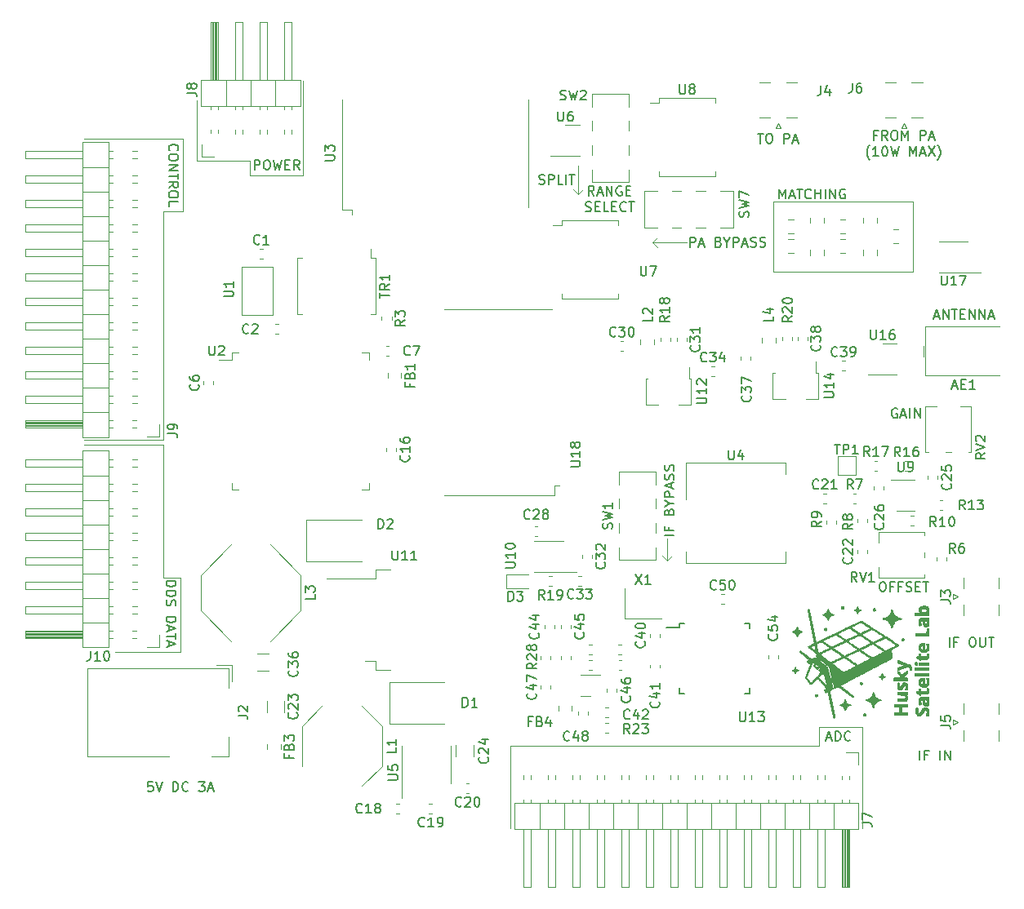
<source format=gbr>
%TF.GenerationSoftware,KiCad,Pcbnew,(5.1.6)-1*%
%TF.CreationDate,2021-04-01T20:33:04-06:00*%
%TF.ProjectId,radar_flight,72616461-725f-4666-9c69-6768742e6b69,rev?*%
%TF.SameCoordinates,Original*%
%TF.FileFunction,Legend,Top*%
%TF.FilePolarity,Positive*%
%FSLAX46Y46*%
G04 Gerber Fmt 4.6, Leading zero omitted, Abs format (unit mm)*
G04 Created by KiCad (PCBNEW (5.1.6)-1) date 2021-04-01 20:33:04*
%MOMM*%
%LPD*%
G01*
G04 APERTURE LIST*
%ADD10C,0.150000*%
%ADD11C,0.120000*%
%ADD12C,0.010000*%
G04 APERTURE END LIST*
D10*
X139321428Y-131500000D02*
X139226190Y-131452380D01*
X139083333Y-131452380D01*
X138940476Y-131500000D01*
X138845238Y-131595238D01*
X138797619Y-131690476D01*
X138750000Y-131880952D01*
X138750000Y-132023809D01*
X138797619Y-132214285D01*
X138845238Y-132309523D01*
X138940476Y-132404761D01*
X139083333Y-132452380D01*
X139178571Y-132452380D01*
X139321428Y-132404761D01*
X139369047Y-132357142D01*
X139369047Y-132023809D01*
X139178571Y-132023809D01*
X139750000Y-132166666D02*
X140226190Y-132166666D01*
X139654761Y-132452380D02*
X139988095Y-131452380D01*
X140321428Y-132452380D01*
X140654761Y-132452380D02*
X140654761Y-131452380D01*
X141130952Y-132452380D02*
X141130952Y-131452380D01*
X141702380Y-132452380D01*
X141702380Y-131452380D01*
X137738095Y-149452380D02*
X137928571Y-149452380D01*
X138023809Y-149500000D01*
X138119047Y-149595238D01*
X138166666Y-149785714D01*
X138166666Y-150119047D01*
X138119047Y-150309523D01*
X138023809Y-150404761D01*
X137928571Y-150452380D01*
X137738095Y-150452380D01*
X137642857Y-150404761D01*
X137547619Y-150309523D01*
X137500000Y-150119047D01*
X137500000Y-149785714D01*
X137547619Y-149595238D01*
X137642857Y-149500000D01*
X137738095Y-149452380D01*
X138928571Y-149928571D02*
X138595238Y-149928571D01*
X138595238Y-150452380D02*
X138595238Y-149452380D01*
X139071428Y-149452380D01*
X139785714Y-149928571D02*
X139452380Y-149928571D01*
X139452380Y-150452380D02*
X139452380Y-149452380D01*
X139928571Y-149452380D01*
X140261904Y-150404761D02*
X140404761Y-150452380D01*
X140642857Y-150452380D01*
X140738095Y-150404761D01*
X140785714Y-150357142D01*
X140833333Y-150261904D01*
X140833333Y-150166666D01*
X140785714Y-150071428D01*
X140738095Y-150023809D01*
X140642857Y-149976190D01*
X140452380Y-149928571D01*
X140357142Y-149880952D01*
X140309523Y-149833333D01*
X140261904Y-149738095D01*
X140261904Y-149642857D01*
X140309523Y-149547619D01*
X140357142Y-149500000D01*
X140452380Y-149452380D01*
X140690476Y-149452380D01*
X140833333Y-149500000D01*
X141261904Y-149928571D02*
X141595238Y-149928571D01*
X141738095Y-150452380D02*
X141261904Y-150452380D01*
X141261904Y-149452380D01*
X141738095Y-149452380D01*
X142023809Y-149452380D02*
X142595238Y-149452380D01*
X142309523Y-150452380D02*
X142309523Y-149452380D01*
D11*
X77750000Y-107250000D02*
X77750000Y-97500000D01*
X72250000Y-107250000D02*
X77750000Y-107250000D01*
X72250000Y-107000000D02*
X72250000Y-107250000D01*
X72250000Y-105750000D02*
X72250000Y-107000000D01*
X66750000Y-105750000D02*
X72250000Y-105750000D01*
X66750000Y-99500000D02*
X66750000Y-105750000D01*
D10*
X72690476Y-106702380D02*
X72690476Y-105702380D01*
X73071428Y-105702380D01*
X73166666Y-105750000D01*
X73214285Y-105797619D01*
X73261904Y-105892857D01*
X73261904Y-106035714D01*
X73214285Y-106130952D01*
X73166666Y-106178571D01*
X73071428Y-106226190D01*
X72690476Y-106226190D01*
X73880952Y-105702380D02*
X74071428Y-105702380D01*
X74166666Y-105750000D01*
X74261904Y-105845238D01*
X74309523Y-106035714D01*
X74309523Y-106369047D01*
X74261904Y-106559523D01*
X74166666Y-106654761D01*
X74071428Y-106702380D01*
X73880952Y-106702380D01*
X73785714Y-106654761D01*
X73690476Y-106559523D01*
X73642857Y-106369047D01*
X73642857Y-106035714D01*
X73690476Y-105845238D01*
X73785714Y-105750000D01*
X73880952Y-105702380D01*
X74642857Y-105702380D02*
X74880952Y-106702380D01*
X75071428Y-105988095D01*
X75261904Y-106702380D01*
X75500000Y-105702380D01*
X75880952Y-106178571D02*
X76214285Y-106178571D01*
X76357142Y-106702380D02*
X75880952Y-106702380D01*
X75880952Y-105702380D01*
X76357142Y-105702380D01*
X77357142Y-106702380D02*
X77023809Y-106226190D01*
X76785714Y-106702380D02*
X76785714Y-105702380D01*
X77166666Y-105702380D01*
X77261904Y-105750000D01*
X77309523Y-105797619D01*
X77357142Y-105892857D01*
X77357142Y-106035714D01*
X77309523Y-106130952D01*
X77261904Y-106178571D01*
X77166666Y-106226190D01*
X76785714Y-106226190D01*
D11*
X65250000Y-103500000D02*
X55000000Y-103500000D01*
X65250000Y-111000000D02*
X65250000Y-103500000D01*
X63250000Y-111000000D02*
X65250000Y-111000000D01*
X63250000Y-134750000D02*
X63250000Y-111000000D01*
X55000000Y-134750000D02*
X63250000Y-134750000D01*
D10*
X63892857Y-104702380D02*
X63845238Y-104654761D01*
X63797619Y-104511904D01*
X63797619Y-104416666D01*
X63845238Y-104273809D01*
X63940476Y-104178571D01*
X64035714Y-104130952D01*
X64226190Y-104083333D01*
X64369047Y-104083333D01*
X64559523Y-104130952D01*
X64654761Y-104178571D01*
X64750000Y-104273809D01*
X64797619Y-104416666D01*
X64797619Y-104511904D01*
X64750000Y-104654761D01*
X64702380Y-104702380D01*
X64797619Y-105321428D02*
X64797619Y-105511904D01*
X64750000Y-105607142D01*
X64654761Y-105702380D01*
X64464285Y-105750000D01*
X64130952Y-105750000D01*
X63940476Y-105702380D01*
X63845238Y-105607142D01*
X63797619Y-105511904D01*
X63797619Y-105321428D01*
X63845238Y-105226190D01*
X63940476Y-105130952D01*
X64130952Y-105083333D01*
X64464285Y-105083333D01*
X64654761Y-105130952D01*
X64750000Y-105226190D01*
X64797619Y-105321428D01*
X63797619Y-106178571D02*
X64797619Y-106178571D01*
X63797619Y-106750000D01*
X64797619Y-106750000D01*
X64797619Y-107083333D02*
X64797619Y-107654761D01*
X63797619Y-107369047D02*
X64797619Y-107369047D01*
X63797619Y-108559523D02*
X64273809Y-108226190D01*
X63797619Y-107988095D02*
X64797619Y-107988095D01*
X64797619Y-108369047D01*
X64750000Y-108464285D01*
X64702380Y-108511904D01*
X64607142Y-108559523D01*
X64464285Y-108559523D01*
X64369047Y-108511904D01*
X64321428Y-108464285D01*
X64273809Y-108369047D01*
X64273809Y-107988095D01*
X64797619Y-109178571D02*
X64797619Y-109369047D01*
X64750000Y-109464285D01*
X64654761Y-109559523D01*
X64464285Y-109607142D01*
X64130952Y-109607142D01*
X63940476Y-109559523D01*
X63845238Y-109464285D01*
X63797619Y-109369047D01*
X63797619Y-109178571D01*
X63845238Y-109083333D01*
X63940476Y-108988095D01*
X64130952Y-108940476D01*
X64464285Y-108940476D01*
X64654761Y-108988095D01*
X64750000Y-109083333D01*
X64797619Y-109178571D01*
X63797619Y-110511904D02*
X63797619Y-110035714D01*
X64797619Y-110035714D01*
D11*
X63250000Y-135250000D02*
X55000000Y-135250000D01*
X63250000Y-149000000D02*
X63250000Y-135250000D01*
X65000000Y-149000000D02*
X63250000Y-149000000D01*
X65000000Y-156750000D02*
X65000000Y-149000000D01*
X58250000Y-156750000D02*
X65000000Y-156750000D01*
D10*
X63547619Y-149392857D02*
X64547619Y-149392857D01*
X64547619Y-149630952D01*
X64500000Y-149773809D01*
X64404761Y-149869047D01*
X64309523Y-149916666D01*
X64119047Y-149964285D01*
X63976190Y-149964285D01*
X63785714Y-149916666D01*
X63690476Y-149869047D01*
X63595238Y-149773809D01*
X63547619Y-149630952D01*
X63547619Y-149392857D01*
X63547619Y-150392857D02*
X64547619Y-150392857D01*
X64547619Y-150630952D01*
X64500000Y-150773809D01*
X64404761Y-150869047D01*
X64309523Y-150916666D01*
X64119047Y-150964285D01*
X63976190Y-150964285D01*
X63785714Y-150916666D01*
X63690476Y-150869047D01*
X63595238Y-150773809D01*
X63547619Y-150630952D01*
X63547619Y-150392857D01*
X63595238Y-151345238D02*
X63547619Y-151488095D01*
X63547619Y-151726190D01*
X63595238Y-151821428D01*
X63642857Y-151869047D01*
X63738095Y-151916666D01*
X63833333Y-151916666D01*
X63928571Y-151869047D01*
X63976190Y-151821428D01*
X64023809Y-151726190D01*
X64071428Y-151535714D01*
X64119047Y-151440476D01*
X64166666Y-151392857D01*
X64261904Y-151345238D01*
X64357142Y-151345238D01*
X64452380Y-151392857D01*
X64500000Y-151440476D01*
X64547619Y-151535714D01*
X64547619Y-151773809D01*
X64500000Y-151916666D01*
X63547619Y-153107142D02*
X64547619Y-153107142D01*
X64547619Y-153345238D01*
X64500000Y-153488095D01*
X64404761Y-153583333D01*
X64309523Y-153630952D01*
X64119047Y-153678571D01*
X63976190Y-153678571D01*
X63785714Y-153630952D01*
X63690476Y-153583333D01*
X63595238Y-153488095D01*
X63547619Y-153345238D01*
X63547619Y-153107142D01*
X63833333Y-154059523D02*
X63833333Y-154535714D01*
X63547619Y-153964285D02*
X64547619Y-154297619D01*
X63547619Y-154630952D01*
X64547619Y-154821428D02*
X64547619Y-155392857D01*
X63547619Y-155107142D02*
X64547619Y-155107142D01*
X63833333Y-155678571D02*
X63833333Y-156154761D01*
X63547619Y-155583333D02*
X64547619Y-155916666D01*
X63547619Y-156250000D01*
D11*
X99250000Y-166500000D02*
X99250000Y-175000000D01*
X131250000Y-166500000D02*
X99250000Y-166500000D01*
X131250000Y-164500000D02*
X131250000Y-166500000D01*
X135750000Y-164500000D02*
X131250000Y-164500000D01*
X135750000Y-175000000D02*
X135750000Y-164500000D01*
D10*
X132011904Y-165666666D02*
X132488095Y-165666666D01*
X131916666Y-165952380D02*
X132250000Y-164952380D01*
X132583333Y-165952380D01*
X132916666Y-165952380D02*
X132916666Y-164952380D01*
X133154761Y-164952380D01*
X133297619Y-165000000D01*
X133392857Y-165095238D01*
X133440476Y-165190476D01*
X133488095Y-165380952D01*
X133488095Y-165523809D01*
X133440476Y-165714285D01*
X133392857Y-165809523D01*
X133297619Y-165904761D01*
X133154761Y-165952380D01*
X132916666Y-165952380D01*
X134488095Y-165857142D02*
X134440476Y-165904761D01*
X134297619Y-165952380D01*
X134202380Y-165952380D01*
X134059523Y-165904761D01*
X133964285Y-165809523D01*
X133916666Y-165714285D01*
X133869047Y-165523809D01*
X133869047Y-165380952D01*
X133916666Y-165190476D01*
X133964285Y-165095238D01*
X134059523Y-165000000D01*
X134202380Y-164952380D01*
X134297619Y-164952380D01*
X134440476Y-165000000D01*
X134488095Y-165047619D01*
X143178571Y-121916666D02*
X143654761Y-121916666D01*
X143083333Y-122202380D02*
X143416666Y-121202380D01*
X143750000Y-122202380D01*
X144083333Y-122202380D02*
X144083333Y-121202380D01*
X144654761Y-122202380D01*
X144654761Y-121202380D01*
X144988095Y-121202380D02*
X145559523Y-121202380D01*
X145273809Y-122202380D02*
X145273809Y-121202380D01*
X145892857Y-121678571D02*
X146226190Y-121678571D01*
X146369047Y-122202380D02*
X145892857Y-122202380D01*
X145892857Y-121202380D01*
X146369047Y-121202380D01*
X146797619Y-122202380D02*
X146797619Y-121202380D01*
X147369047Y-122202380D01*
X147369047Y-121202380D01*
X147845238Y-122202380D02*
X147845238Y-121202380D01*
X148416666Y-122202380D01*
X148416666Y-121202380D01*
X148845238Y-121916666D02*
X149321428Y-121916666D01*
X148750000Y-122202380D02*
X149083333Y-121202380D01*
X149416666Y-122202380D01*
X62142857Y-170202380D02*
X61666666Y-170202380D01*
X61619047Y-170678571D01*
X61666666Y-170630952D01*
X61761904Y-170583333D01*
X62000000Y-170583333D01*
X62095238Y-170630952D01*
X62142857Y-170678571D01*
X62190476Y-170773809D01*
X62190476Y-171011904D01*
X62142857Y-171107142D01*
X62095238Y-171154761D01*
X62000000Y-171202380D01*
X61761904Y-171202380D01*
X61666666Y-171154761D01*
X61619047Y-171107142D01*
X62476190Y-170202380D02*
X62809523Y-171202380D01*
X63142857Y-170202380D01*
X64238095Y-171202380D02*
X64238095Y-170202380D01*
X64476190Y-170202380D01*
X64619047Y-170250000D01*
X64714285Y-170345238D01*
X64761904Y-170440476D01*
X64809523Y-170630952D01*
X64809523Y-170773809D01*
X64761904Y-170964285D01*
X64714285Y-171059523D01*
X64619047Y-171154761D01*
X64476190Y-171202380D01*
X64238095Y-171202380D01*
X65809523Y-171107142D02*
X65761904Y-171154761D01*
X65619047Y-171202380D01*
X65523809Y-171202380D01*
X65380952Y-171154761D01*
X65285714Y-171059523D01*
X65238095Y-170964285D01*
X65190476Y-170773809D01*
X65190476Y-170630952D01*
X65238095Y-170440476D01*
X65285714Y-170345238D01*
X65380952Y-170250000D01*
X65523809Y-170202380D01*
X65619047Y-170202380D01*
X65761904Y-170250000D01*
X65809523Y-170297619D01*
X66904761Y-170202380D02*
X67523809Y-170202380D01*
X67190476Y-170583333D01*
X67333333Y-170583333D01*
X67428571Y-170630952D01*
X67476190Y-170678571D01*
X67523809Y-170773809D01*
X67523809Y-171011904D01*
X67476190Y-171107142D01*
X67428571Y-171154761D01*
X67333333Y-171202380D01*
X67047619Y-171202380D01*
X66952380Y-171154761D01*
X66904761Y-171107142D01*
X67904761Y-170916666D02*
X68380952Y-170916666D01*
X67809523Y-171202380D02*
X68142857Y-170202380D01*
X68476190Y-171202380D01*
X144761904Y-156202380D02*
X144761904Y-155202380D01*
X145571428Y-155678571D02*
X145238095Y-155678571D01*
X145238095Y-156202380D02*
X145238095Y-155202380D01*
X145714285Y-155202380D01*
X147047619Y-155202380D02*
X147238095Y-155202380D01*
X147333333Y-155250000D01*
X147428571Y-155345238D01*
X147476190Y-155535714D01*
X147476190Y-155869047D01*
X147428571Y-156059523D01*
X147333333Y-156154761D01*
X147238095Y-156202380D01*
X147047619Y-156202380D01*
X146952380Y-156154761D01*
X146857142Y-156059523D01*
X146809523Y-155869047D01*
X146809523Y-155535714D01*
X146857142Y-155345238D01*
X146952380Y-155250000D01*
X147047619Y-155202380D01*
X147904761Y-155202380D02*
X147904761Y-156011904D01*
X147952380Y-156107142D01*
X148000000Y-156154761D01*
X148095238Y-156202380D01*
X148285714Y-156202380D01*
X148380952Y-156154761D01*
X148428571Y-156107142D01*
X148476190Y-156011904D01*
X148476190Y-155202380D01*
X148809523Y-155202380D02*
X149380952Y-155202380D01*
X149095238Y-156202380D02*
X149095238Y-155202380D01*
X141678571Y-167952380D02*
X141678571Y-166952380D01*
X142488095Y-167428571D02*
X142154761Y-167428571D01*
X142154761Y-167952380D02*
X142154761Y-166952380D01*
X142630952Y-166952380D01*
X143773809Y-167952380D02*
X143773809Y-166952380D01*
X144250000Y-167952380D02*
X144250000Y-166952380D01*
X144821428Y-167952380D01*
X144821428Y-166952380D01*
D11*
X115500000Y-147250000D02*
X115000000Y-146750000D01*
X115500000Y-147250000D02*
X116000000Y-146750000D01*
X115500000Y-145000000D02*
X115500000Y-147250000D01*
D10*
X116202380Y-144619047D02*
X115202380Y-144619047D01*
X115678571Y-143809523D02*
X115678571Y-144142857D01*
X116202380Y-144142857D02*
X115202380Y-144142857D01*
X115202380Y-143666666D01*
X115678571Y-142190476D02*
X115726190Y-142047619D01*
X115773809Y-142000000D01*
X115869047Y-141952380D01*
X116011904Y-141952380D01*
X116107142Y-142000000D01*
X116154761Y-142047619D01*
X116202380Y-142142857D01*
X116202380Y-142523809D01*
X115202380Y-142523809D01*
X115202380Y-142190476D01*
X115250000Y-142095238D01*
X115297619Y-142047619D01*
X115392857Y-142000000D01*
X115488095Y-142000000D01*
X115583333Y-142047619D01*
X115630952Y-142095238D01*
X115678571Y-142190476D01*
X115678571Y-142523809D01*
X115726190Y-141333333D02*
X116202380Y-141333333D01*
X115202380Y-141666666D02*
X115726190Y-141333333D01*
X115202380Y-141000000D01*
X116202380Y-140666666D02*
X115202380Y-140666666D01*
X115202380Y-140285714D01*
X115250000Y-140190476D01*
X115297619Y-140142857D01*
X115392857Y-140095238D01*
X115535714Y-140095238D01*
X115630952Y-140142857D01*
X115678571Y-140190476D01*
X115726190Y-140285714D01*
X115726190Y-140666666D01*
X115916666Y-139714285D02*
X115916666Y-139238095D01*
X116202380Y-139809523D02*
X115202380Y-139476190D01*
X116202380Y-139142857D01*
X116154761Y-138857142D02*
X116202380Y-138714285D01*
X116202380Y-138476190D01*
X116154761Y-138380952D01*
X116107142Y-138333333D01*
X116011904Y-138285714D01*
X115916666Y-138285714D01*
X115821428Y-138333333D01*
X115773809Y-138380952D01*
X115726190Y-138476190D01*
X115678571Y-138666666D01*
X115630952Y-138761904D01*
X115583333Y-138809523D01*
X115488095Y-138857142D01*
X115392857Y-138857142D01*
X115297619Y-138809523D01*
X115250000Y-138761904D01*
X115202380Y-138666666D01*
X115202380Y-138428571D01*
X115250000Y-138285714D01*
X116154761Y-137904761D02*
X116202380Y-137761904D01*
X116202380Y-137523809D01*
X116154761Y-137428571D01*
X116107142Y-137380952D01*
X116011904Y-137333333D01*
X115916666Y-137333333D01*
X115821428Y-137380952D01*
X115773809Y-137428571D01*
X115726190Y-137523809D01*
X115678571Y-137714285D01*
X115630952Y-137809523D01*
X115583333Y-137857142D01*
X115488095Y-137904761D01*
X115392857Y-137904761D01*
X115297619Y-137857142D01*
X115250000Y-137809523D01*
X115202380Y-137714285D01*
X115202380Y-137476190D01*
X115250000Y-137333333D01*
X127071428Y-109702380D02*
X127071428Y-108702380D01*
X127404761Y-109416666D01*
X127738095Y-108702380D01*
X127738095Y-109702380D01*
X128166666Y-109416666D02*
X128642857Y-109416666D01*
X128071428Y-109702380D02*
X128404761Y-108702380D01*
X128738095Y-109702380D01*
X128928571Y-108702380D02*
X129500000Y-108702380D01*
X129214285Y-109702380D02*
X129214285Y-108702380D01*
X130404761Y-109607142D02*
X130357142Y-109654761D01*
X130214285Y-109702380D01*
X130119047Y-109702380D01*
X129976190Y-109654761D01*
X129880952Y-109559523D01*
X129833333Y-109464285D01*
X129785714Y-109273809D01*
X129785714Y-109130952D01*
X129833333Y-108940476D01*
X129880952Y-108845238D01*
X129976190Y-108750000D01*
X130119047Y-108702380D01*
X130214285Y-108702380D01*
X130357142Y-108750000D01*
X130404761Y-108797619D01*
X130833333Y-109702380D02*
X130833333Y-108702380D01*
X130833333Y-109178571D02*
X131404761Y-109178571D01*
X131404761Y-109702380D02*
X131404761Y-108702380D01*
X131880952Y-109702380D02*
X131880952Y-108702380D01*
X132357142Y-109702380D02*
X132357142Y-108702380D01*
X132928571Y-109702380D01*
X132928571Y-108702380D01*
X133928571Y-108750000D02*
X133833333Y-108702380D01*
X133690476Y-108702380D01*
X133547619Y-108750000D01*
X133452380Y-108845238D01*
X133404761Y-108940476D01*
X133357142Y-109130952D01*
X133357142Y-109273809D01*
X133404761Y-109464285D01*
X133452380Y-109559523D01*
X133547619Y-109654761D01*
X133690476Y-109702380D01*
X133785714Y-109702380D01*
X133928571Y-109654761D01*
X133976190Y-109607142D01*
X133976190Y-109273809D01*
X133785714Y-109273809D01*
D11*
X126500000Y-117250000D02*
X126500000Y-110000000D01*
X141000000Y-117250000D02*
X126500000Y-117250000D01*
X141000000Y-110000000D02*
X141000000Y-117250000D01*
X126500000Y-110000000D02*
X141000000Y-110000000D01*
D10*
X137238095Y-103103571D02*
X136904761Y-103103571D01*
X136904761Y-103627380D02*
X136904761Y-102627380D01*
X137380952Y-102627380D01*
X138333333Y-103627380D02*
X138000000Y-103151190D01*
X137761904Y-103627380D02*
X137761904Y-102627380D01*
X138142857Y-102627380D01*
X138238095Y-102675000D01*
X138285714Y-102722619D01*
X138333333Y-102817857D01*
X138333333Y-102960714D01*
X138285714Y-103055952D01*
X138238095Y-103103571D01*
X138142857Y-103151190D01*
X137761904Y-103151190D01*
X138952380Y-102627380D02*
X139142857Y-102627380D01*
X139238095Y-102675000D01*
X139333333Y-102770238D01*
X139380952Y-102960714D01*
X139380952Y-103294047D01*
X139333333Y-103484523D01*
X139238095Y-103579761D01*
X139142857Y-103627380D01*
X138952380Y-103627380D01*
X138857142Y-103579761D01*
X138761904Y-103484523D01*
X138714285Y-103294047D01*
X138714285Y-102960714D01*
X138761904Y-102770238D01*
X138857142Y-102675000D01*
X138952380Y-102627380D01*
X139809523Y-103627380D02*
X139809523Y-102627380D01*
X140142857Y-103341666D01*
X140476190Y-102627380D01*
X140476190Y-103627380D01*
X141714285Y-103627380D02*
X141714285Y-102627380D01*
X142095238Y-102627380D01*
X142190476Y-102675000D01*
X142238095Y-102722619D01*
X142285714Y-102817857D01*
X142285714Y-102960714D01*
X142238095Y-103055952D01*
X142190476Y-103103571D01*
X142095238Y-103151190D01*
X141714285Y-103151190D01*
X142666666Y-103341666D02*
X143142857Y-103341666D01*
X142571428Y-103627380D02*
X142904761Y-102627380D01*
X143238095Y-103627380D01*
X136476190Y-105658333D02*
X136428571Y-105610714D01*
X136333333Y-105467857D01*
X136285714Y-105372619D01*
X136238095Y-105229761D01*
X136190476Y-104991666D01*
X136190476Y-104801190D01*
X136238095Y-104563095D01*
X136285714Y-104420238D01*
X136333333Y-104325000D01*
X136428571Y-104182142D01*
X136476190Y-104134523D01*
X137380952Y-105277380D02*
X136809523Y-105277380D01*
X137095238Y-105277380D02*
X137095238Y-104277380D01*
X137000000Y-104420238D01*
X136904761Y-104515476D01*
X136809523Y-104563095D01*
X138000000Y-104277380D02*
X138095238Y-104277380D01*
X138190476Y-104325000D01*
X138238095Y-104372619D01*
X138285714Y-104467857D01*
X138333333Y-104658333D01*
X138333333Y-104896428D01*
X138285714Y-105086904D01*
X138238095Y-105182142D01*
X138190476Y-105229761D01*
X138095238Y-105277380D01*
X138000000Y-105277380D01*
X137904761Y-105229761D01*
X137857142Y-105182142D01*
X137809523Y-105086904D01*
X137761904Y-104896428D01*
X137761904Y-104658333D01*
X137809523Y-104467857D01*
X137857142Y-104372619D01*
X137904761Y-104325000D01*
X138000000Y-104277380D01*
X138666666Y-104277380D02*
X138904761Y-105277380D01*
X139095238Y-104563095D01*
X139285714Y-105277380D01*
X139523809Y-104277380D01*
X140666666Y-105277380D02*
X140666666Y-104277380D01*
X141000000Y-104991666D01*
X141333333Y-104277380D01*
X141333333Y-105277380D01*
X141761904Y-104991666D02*
X142238095Y-104991666D01*
X141666666Y-105277380D02*
X142000000Y-104277380D01*
X142333333Y-105277380D01*
X142571428Y-104277380D02*
X143238095Y-105277380D01*
X143238095Y-104277380D02*
X142571428Y-105277380D01*
X143523809Y-105658333D02*
X143571428Y-105610714D01*
X143666666Y-105467857D01*
X143714285Y-105372619D01*
X143761904Y-105229761D01*
X143809523Y-104991666D01*
X143809523Y-104801190D01*
X143761904Y-104563095D01*
X143714285Y-104420238D01*
X143666666Y-104325000D01*
X143571428Y-104182142D01*
X143523809Y-104134523D01*
X124880952Y-102952380D02*
X125452380Y-102952380D01*
X125166666Y-103952380D02*
X125166666Y-102952380D01*
X125976190Y-102952380D02*
X126166666Y-102952380D01*
X126261904Y-103000000D01*
X126357142Y-103095238D01*
X126404761Y-103285714D01*
X126404761Y-103619047D01*
X126357142Y-103809523D01*
X126261904Y-103904761D01*
X126166666Y-103952380D01*
X125976190Y-103952380D01*
X125880952Y-103904761D01*
X125785714Y-103809523D01*
X125738095Y-103619047D01*
X125738095Y-103285714D01*
X125785714Y-103095238D01*
X125880952Y-103000000D01*
X125976190Y-102952380D01*
X127595238Y-103952380D02*
X127595238Y-102952380D01*
X127976190Y-102952380D01*
X128071428Y-103000000D01*
X128119047Y-103047619D01*
X128166666Y-103142857D01*
X128166666Y-103285714D01*
X128119047Y-103380952D01*
X128071428Y-103428571D01*
X127976190Y-103476190D01*
X127595238Y-103476190D01*
X128547619Y-103666666D02*
X129023809Y-103666666D01*
X128452380Y-103952380D02*
X128785714Y-102952380D01*
X129119047Y-103952380D01*
X102190476Y-108154761D02*
X102333333Y-108202380D01*
X102571428Y-108202380D01*
X102666666Y-108154761D01*
X102714285Y-108107142D01*
X102761904Y-108011904D01*
X102761904Y-107916666D01*
X102714285Y-107821428D01*
X102666666Y-107773809D01*
X102571428Y-107726190D01*
X102380952Y-107678571D01*
X102285714Y-107630952D01*
X102238095Y-107583333D01*
X102190476Y-107488095D01*
X102190476Y-107392857D01*
X102238095Y-107297619D01*
X102285714Y-107250000D01*
X102380952Y-107202380D01*
X102619047Y-107202380D01*
X102761904Y-107250000D01*
X103190476Y-108202380D02*
X103190476Y-107202380D01*
X103571428Y-107202380D01*
X103666666Y-107250000D01*
X103714285Y-107297619D01*
X103761904Y-107392857D01*
X103761904Y-107535714D01*
X103714285Y-107630952D01*
X103666666Y-107678571D01*
X103571428Y-107726190D01*
X103190476Y-107726190D01*
X104666666Y-108202380D02*
X104190476Y-108202380D01*
X104190476Y-107202380D01*
X105000000Y-108202380D02*
X105000000Y-107202380D01*
X105333333Y-107202380D02*
X105904761Y-107202380D01*
X105619047Y-108202380D02*
X105619047Y-107202380D01*
D11*
X106250000Y-109250000D02*
X105750000Y-108750000D01*
X106750000Y-108750000D02*
X106250000Y-109250000D01*
X106250000Y-106250000D02*
X106250000Y-109250000D01*
D10*
X107904761Y-109377380D02*
X107571428Y-108901190D01*
X107333333Y-109377380D02*
X107333333Y-108377380D01*
X107714285Y-108377380D01*
X107809523Y-108425000D01*
X107857142Y-108472619D01*
X107904761Y-108567857D01*
X107904761Y-108710714D01*
X107857142Y-108805952D01*
X107809523Y-108853571D01*
X107714285Y-108901190D01*
X107333333Y-108901190D01*
X108285714Y-109091666D02*
X108761904Y-109091666D01*
X108190476Y-109377380D02*
X108523809Y-108377380D01*
X108857142Y-109377380D01*
X109190476Y-109377380D02*
X109190476Y-108377380D01*
X109761904Y-109377380D01*
X109761904Y-108377380D01*
X110761904Y-108425000D02*
X110666666Y-108377380D01*
X110523809Y-108377380D01*
X110380952Y-108425000D01*
X110285714Y-108520238D01*
X110238095Y-108615476D01*
X110190476Y-108805952D01*
X110190476Y-108948809D01*
X110238095Y-109139285D01*
X110285714Y-109234523D01*
X110380952Y-109329761D01*
X110523809Y-109377380D01*
X110619047Y-109377380D01*
X110761904Y-109329761D01*
X110809523Y-109282142D01*
X110809523Y-108948809D01*
X110619047Y-108948809D01*
X111238095Y-108853571D02*
X111571428Y-108853571D01*
X111714285Y-109377380D02*
X111238095Y-109377380D01*
X111238095Y-108377380D01*
X111714285Y-108377380D01*
X107023809Y-110979761D02*
X107166666Y-111027380D01*
X107404761Y-111027380D01*
X107500000Y-110979761D01*
X107547619Y-110932142D01*
X107595238Y-110836904D01*
X107595238Y-110741666D01*
X107547619Y-110646428D01*
X107500000Y-110598809D01*
X107404761Y-110551190D01*
X107214285Y-110503571D01*
X107119047Y-110455952D01*
X107071428Y-110408333D01*
X107023809Y-110313095D01*
X107023809Y-110217857D01*
X107071428Y-110122619D01*
X107119047Y-110075000D01*
X107214285Y-110027380D01*
X107452380Y-110027380D01*
X107595238Y-110075000D01*
X108023809Y-110503571D02*
X108357142Y-110503571D01*
X108500000Y-111027380D02*
X108023809Y-111027380D01*
X108023809Y-110027380D01*
X108500000Y-110027380D01*
X109404761Y-111027380D02*
X108928571Y-111027380D01*
X108928571Y-110027380D01*
X109738095Y-110503571D02*
X110071428Y-110503571D01*
X110214285Y-111027380D02*
X109738095Y-111027380D01*
X109738095Y-110027380D01*
X110214285Y-110027380D01*
X111214285Y-110932142D02*
X111166666Y-110979761D01*
X111023809Y-111027380D01*
X110928571Y-111027380D01*
X110785714Y-110979761D01*
X110690476Y-110884523D01*
X110642857Y-110789285D01*
X110595238Y-110598809D01*
X110595238Y-110455952D01*
X110642857Y-110265476D01*
X110690476Y-110170238D01*
X110785714Y-110075000D01*
X110928571Y-110027380D01*
X111023809Y-110027380D01*
X111166666Y-110075000D01*
X111214285Y-110122619D01*
X111500000Y-110027380D02*
X112071428Y-110027380D01*
X111785714Y-111027380D02*
X111785714Y-110027380D01*
D11*
X114000000Y-114250000D02*
X114500000Y-114750000D01*
X114000000Y-114250000D02*
X114500000Y-113750000D01*
X117500000Y-114250000D02*
X114000000Y-114250000D01*
D10*
X117869047Y-114702380D02*
X117869047Y-113702380D01*
X118250000Y-113702380D01*
X118345238Y-113750000D01*
X118392857Y-113797619D01*
X118440476Y-113892857D01*
X118440476Y-114035714D01*
X118392857Y-114130952D01*
X118345238Y-114178571D01*
X118250000Y-114226190D01*
X117869047Y-114226190D01*
X118821428Y-114416666D02*
X119297619Y-114416666D01*
X118726190Y-114702380D02*
X119059523Y-113702380D01*
X119392857Y-114702380D01*
X120821428Y-114178571D02*
X120964285Y-114226190D01*
X121011904Y-114273809D01*
X121059523Y-114369047D01*
X121059523Y-114511904D01*
X121011904Y-114607142D01*
X120964285Y-114654761D01*
X120869047Y-114702380D01*
X120488095Y-114702380D01*
X120488095Y-113702380D01*
X120821428Y-113702380D01*
X120916666Y-113750000D01*
X120964285Y-113797619D01*
X121011904Y-113892857D01*
X121011904Y-113988095D01*
X120964285Y-114083333D01*
X120916666Y-114130952D01*
X120821428Y-114178571D01*
X120488095Y-114178571D01*
X121678571Y-114226190D02*
X121678571Y-114702380D01*
X121345238Y-113702380D02*
X121678571Y-114226190D01*
X122011904Y-113702380D01*
X122345238Y-114702380D02*
X122345238Y-113702380D01*
X122726190Y-113702380D01*
X122821428Y-113750000D01*
X122869047Y-113797619D01*
X122916666Y-113892857D01*
X122916666Y-114035714D01*
X122869047Y-114130952D01*
X122821428Y-114178571D01*
X122726190Y-114226190D01*
X122345238Y-114226190D01*
X123297619Y-114416666D02*
X123773809Y-114416666D01*
X123202380Y-114702380D02*
X123535714Y-113702380D01*
X123869047Y-114702380D01*
X124154761Y-114654761D02*
X124297619Y-114702380D01*
X124535714Y-114702380D01*
X124630952Y-114654761D01*
X124678571Y-114607142D01*
X124726190Y-114511904D01*
X124726190Y-114416666D01*
X124678571Y-114321428D01*
X124630952Y-114273809D01*
X124535714Y-114226190D01*
X124345238Y-114178571D01*
X124250000Y-114130952D01*
X124202380Y-114083333D01*
X124154761Y-113988095D01*
X124154761Y-113892857D01*
X124202380Y-113797619D01*
X124250000Y-113750000D01*
X124345238Y-113702380D01*
X124583333Y-113702380D01*
X124726190Y-113750000D01*
X125107142Y-114654761D02*
X125250000Y-114702380D01*
X125488095Y-114702380D01*
X125583333Y-114654761D01*
X125630952Y-114607142D01*
X125678571Y-114511904D01*
X125678571Y-114416666D01*
X125630952Y-114321428D01*
X125583333Y-114273809D01*
X125488095Y-114226190D01*
X125297619Y-114178571D01*
X125202380Y-114130952D01*
X125154761Y-114083333D01*
X125107142Y-113988095D01*
X125107142Y-113892857D01*
X125154761Y-113797619D01*
X125202380Y-113750000D01*
X125297619Y-113702380D01*
X125535714Y-113702380D01*
X125678571Y-113750000D01*
D12*
%TO.C,G\u002A\u002A\u002A*%
G36*
X141220888Y-162819682D02*
G01*
X141239858Y-162696650D01*
X141256199Y-162615294D01*
X141270333Y-162556406D01*
X141284621Y-162517470D01*
X141301427Y-162495968D01*
X141323111Y-162489383D01*
X141352035Y-162495199D01*
X141390561Y-162510898D01*
X141407094Y-162518420D01*
X141459458Y-162542946D01*
X141491865Y-162562430D01*
X141507229Y-162582881D01*
X141508462Y-162610308D01*
X141498479Y-162650722D01*
X141487885Y-162685091D01*
X141464938Y-162779106D01*
X141456632Y-162863373D01*
X141462358Y-162935529D01*
X141481502Y-162993212D01*
X141513455Y-163034061D01*
X141557605Y-163055711D01*
X141584528Y-163058600D01*
X141621234Y-163052774D01*
X141656667Y-163033771D01*
X141692920Y-162999307D01*
X141732088Y-162947096D01*
X141776267Y-162874853D01*
X141811185Y-162811345D01*
X141876455Y-162700029D01*
X141941171Y-162612815D01*
X142006617Y-162548472D01*
X142074081Y-162505768D01*
X142144848Y-162483473D01*
X142155383Y-162481872D01*
X142218609Y-162478083D01*
X142285836Y-162481467D01*
X142347657Y-162491038D01*
X142394662Y-162505805D01*
X142397820Y-162507343D01*
X142436390Y-162535285D01*
X142479981Y-162579981D01*
X142523261Y-162634991D01*
X142560897Y-162693876D01*
X142575596Y-162722050D01*
X142590108Y-162753737D01*
X142600122Y-162781290D01*
X142606446Y-162810464D01*
X142609892Y-162847012D01*
X142611268Y-162896688D01*
X142611385Y-162965247D01*
X142611349Y-162976050D01*
X142610378Y-163054300D01*
X142607621Y-163113759D01*
X142602361Y-163161013D01*
X142593881Y-163202647D01*
X142582311Y-163242612D01*
X142562727Y-163296093D01*
X142541150Y-163331250D01*
X142512090Y-163351524D01*
X142470058Y-163360354D01*
X142409564Y-163361180D01*
X142393935Y-163360656D01*
X142346570Y-163357981D01*
X142309747Y-163354266D01*
X142290245Y-163350234D01*
X142289054Y-163349489D01*
X142290065Y-163335206D01*
X142298763Y-163302676D01*
X142313573Y-163257303D01*
X142326082Y-163222537D01*
X142346687Y-163164847D01*
X142359754Y-163119268D01*
X142366973Y-163076136D01*
X142370037Y-163025789D01*
X142370638Y-162967869D01*
X142370364Y-162907512D01*
X142368651Y-162866685D01*
X142364264Y-162839518D01*
X142355966Y-162820141D01*
X142342520Y-162802685D01*
X142333854Y-162793244D01*
X142289086Y-162761248D01*
X142238245Y-162753781D01*
X142190322Y-162767358D01*
X142157800Y-162792181D01*
X142118879Y-162838202D01*
X142075622Y-162902669D01*
X142033694Y-162976050D01*
X141969555Y-163087616D01*
X141907755Y-163176066D01*
X141846028Y-163243263D01*
X141782105Y-163291070D01*
X141713718Y-163321349D01*
X141638598Y-163335964D01*
X141592968Y-163338000D01*
X141497998Y-163328653D01*
X141417749Y-163299555D01*
X141349196Y-163249128D01*
X141293113Y-163181451D01*
X141251707Y-163106015D01*
X141226110Y-163022780D01*
X141215958Y-162928439D01*
X141220888Y-162819682D01*
G37*
X141220888Y-162819682D02*
X141239858Y-162696650D01*
X141256199Y-162615294D01*
X141270333Y-162556406D01*
X141284621Y-162517470D01*
X141301427Y-162495968D01*
X141323111Y-162489383D01*
X141352035Y-162495199D01*
X141390561Y-162510898D01*
X141407094Y-162518420D01*
X141459458Y-162542946D01*
X141491865Y-162562430D01*
X141507229Y-162582881D01*
X141508462Y-162610308D01*
X141498479Y-162650722D01*
X141487885Y-162685091D01*
X141464938Y-162779106D01*
X141456632Y-162863373D01*
X141462358Y-162935529D01*
X141481502Y-162993212D01*
X141513455Y-163034061D01*
X141557605Y-163055711D01*
X141584528Y-163058600D01*
X141621234Y-163052774D01*
X141656667Y-163033771D01*
X141692920Y-162999307D01*
X141732088Y-162947096D01*
X141776267Y-162874853D01*
X141811185Y-162811345D01*
X141876455Y-162700029D01*
X141941171Y-162612815D01*
X142006617Y-162548472D01*
X142074081Y-162505768D01*
X142144848Y-162483473D01*
X142155383Y-162481872D01*
X142218609Y-162478083D01*
X142285836Y-162481467D01*
X142347657Y-162491038D01*
X142394662Y-162505805D01*
X142397820Y-162507343D01*
X142436390Y-162535285D01*
X142479981Y-162579981D01*
X142523261Y-162634991D01*
X142560897Y-162693876D01*
X142575596Y-162722050D01*
X142590108Y-162753737D01*
X142600122Y-162781290D01*
X142606446Y-162810464D01*
X142609892Y-162847012D01*
X142611268Y-162896688D01*
X142611385Y-162965247D01*
X142611349Y-162976050D01*
X142610378Y-163054300D01*
X142607621Y-163113759D01*
X142602361Y-163161013D01*
X142593881Y-163202647D01*
X142582311Y-163242612D01*
X142562727Y-163296093D01*
X142541150Y-163331250D01*
X142512090Y-163351524D01*
X142470058Y-163360354D01*
X142409564Y-163361180D01*
X142393935Y-163360656D01*
X142346570Y-163357981D01*
X142309747Y-163354266D01*
X142290245Y-163350234D01*
X142289054Y-163349489D01*
X142290065Y-163335206D01*
X142298763Y-163302676D01*
X142313573Y-163257303D01*
X142326082Y-163222537D01*
X142346687Y-163164847D01*
X142359754Y-163119268D01*
X142366973Y-163076136D01*
X142370037Y-163025789D01*
X142370638Y-162967869D01*
X142370364Y-162907512D01*
X142368651Y-162866685D01*
X142364264Y-162839518D01*
X142355966Y-162820141D01*
X142342520Y-162802685D01*
X142333854Y-162793244D01*
X142289086Y-162761248D01*
X142238245Y-162753781D01*
X142190322Y-162767358D01*
X142157800Y-162792181D01*
X142118879Y-162838202D01*
X142075622Y-162902669D01*
X142033694Y-162976050D01*
X141969555Y-163087616D01*
X141907755Y-163176066D01*
X141846028Y-163243263D01*
X141782105Y-163291070D01*
X141713718Y-163321349D01*
X141638598Y-163335964D01*
X141592968Y-163338000D01*
X141497998Y-163328653D01*
X141417749Y-163299555D01*
X141349196Y-163249128D01*
X141293113Y-163181451D01*
X141251707Y-163106015D01*
X141226110Y-163022780D01*
X141215958Y-162928439D01*
X141220888Y-162819682D01*
G36*
X141549017Y-161729271D02*
G01*
X141564481Y-161638558D01*
X141587675Y-161578081D01*
X141611118Y-161536086D01*
X141634645Y-161501488D01*
X141660918Y-161473526D01*
X141692600Y-161451434D01*
X141732356Y-161434450D01*
X141782848Y-161421810D01*
X141846740Y-161412751D01*
X141926695Y-161406509D01*
X142025377Y-161402320D01*
X142145449Y-161399421D01*
X142215125Y-161398203D01*
X142599300Y-161391967D01*
X142599300Y-161482334D01*
X142597878Y-161533748D01*
X142592577Y-161566942D01*
X142581846Y-161588988D01*
X142573900Y-161598100D01*
X142551459Y-161616722D01*
X142536626Y-161623500D01*
X142516872Y-161627679D01*
X142491160Y-161636272D01*
X142457567Y-161649044D01*
X142506244Y-161704344D01*
X142551640Y-161760590D01*
X142582290Y-161812462D01*
X142600815Y-161867484D01*
X142609838Y-161933183D01*
X142612000Y-162007926D01*
X142612000Y-162141920D01*
X142562172Y-162204957D01*
X142511423Y-162259613D01*
X142457748Y-162295474D01*
X142395158Y-162315005D01*
X142322646Y-162320307D01*
X142322646Y-162027254D01*
X142357173Y-162017643D01*
X142385309Y-161991048D01*
X142407950Y-161949355D01*
X142419963Y-161902859D01*
X142420723Y-161890200D01*
X142415618Y-161858894D01*
X142402580Y-161818907D01*
X142396987Y-161805695D01*
X142360809Y-161754314D01*
X142307268Y-161713581D01*
X142243632Y-161687947D01*
X142193839Y-161681309D01*
X142135750Y-161680650D01*
X142131562Y-161756850D01*
X142132636Y-161834144D01*
X142143671Y-161903475D01*
X142163311Y-161959022D01*
X142186285Y-161991552D01*
X142223908Y-162013670D01*
X142273124Y-162026145D01*
X142322646Y-162027254D01*
X142322646Y-162320307D01*
X142317666Y-162320672D01*
X142283469Y-162319722D01*
X142200938Y-162310979D01*
X142137118Y-162291488D01*
X142087996Y-162257992D01*
X142049558Y-162207230D01*
X142017791Y-162135944D01*
X142003355Y-162092239D01*
X141991229Y-162041936D01*
X141980153Y-161977345D01*
X141971914Y-161909568D01*
X141969799Y-161883850D01*
X141962015Y-161805158D01*
X141950891Y-161742577D01*
X141937142Y-161698813D01*
X141921484Y-161676572D01*
X141914405Y-161674300D01*
X141879858Y-161682082D01*
X141837571Y-161701562D01*
X141798218Y-161726944D01*
X141773636Y-161750730D01*
X141754058Y-161797783D01*
X141748069Y-161861842D01*
X141755557Y-161938528D01*
X141776410Y-162023459D01*
X141780917Y-162037333D01*
X141795552Y-162082641D01*
X141805716Y-162117462D01*
X141809722Y-162135896D01*
X141809492Y-162137333D01*
X141791545Y-162148760D01*
X141760194Y-162166364D01*
X141721962Y-162186761D01*
X141683369Y-162206569D01*
X141650938Y-162222406D01*
X141631190Y-162230889D01*
X141628156Y-162231386D01*
X141614414Y-162207621D01*
X141598837Y-162165080D01*
X141583182Y-162110128D01*
X141569206Y-162049134D01*
X141558665Y-161988466D01*
X141556454Y-161971439D01*
X141546319Y-161840503D01*
X141549017Y-161729271D01*
G37*
X141549017Y-161729271D02*
X141564481Y-161638558D01*
X141587675Y-161578081D01*
X141611118Y-161536086D01*
X141634645Y-161501488D01*
X141660918Y-161473526D01*
X141692600Y-161451434D01*
X141732356Y-161434450D01*
X141782848Y-161421810D01*
X141846740Y-161412751D01*
X141926695Y-161406509D01*
X142025377Y-161402320D01*
X142145449Y-161399421D01*
X142215125Y-161398203D01*
X142599300Y-161391967D01*
X142599300Y-161482334D01*
X142597878Y-161533748D01*
X142592577Y-161566942D01*
X142581846Y-161588988D01*
X142573900Y-161598100D01*
X142551459Y-161616722D01*
X142536626Y-161623500D01*
X142516872Y-161627679D01*
X142491160Y-161636272D01*
X142457567Y-161649044D01*
X142506244Y-161704344D01*
X142551640Y-161760590D01*
X142582290Y-161812462D01*
X142600815Y-161867484D01*
X142609838Y-161933183D01*
X142612000Y-162007926D01*
X142612000Y-162141920D01*
X142562172Y-162204957D01*
X142511423Y-162259613D01*
X142457748Y-162295474D01*
X142395158Y-162315005D01*
X142322646Y-162320307D01*
X142322646Y-162027254D01*
X142357173Y-162017643D01*
X142385309Y-161991048D01*
X142407950Y-161949355D01*
X142419963Y-161902859D01*
X142420723Y-161890200D01*
X142415618Y-161858894D01*
X142402580Y-161818907D01*
X142396987Y-161805695D01*
X142360809Y-161754314D01*
X142307268Y-161713581D01*
X142243632Y-161687947D01*
X142193839Y-161681309D01*
X142135750Y-161680650D01*
X142131562Y-161756850D01*
X142132636Y-161834144D01*
X142143671Y-161903475D01*
X142163311Y-161959022D01*
X142186285Y-161991552D01*
X142223908Y-162013670D01*
X142273124Y-162026145D01*
X142322646Y-162027254D01*
X142322646Y-162320307D01*
X142317666Y-162320672D01*
X142283469Y-162319722D01*
X142200938Y-162310979D01*
X142137118Y-162291488D01*
X142087996Y-162257992D01*
X142049558Y-162207230D01*
X142017791Y-162135944D01*
X142003355Y-162092239D01*
X141991229Y-162041936D01*
X141980153Y-161977345D01*
X141971914Y-161909568D01*
X141969799Y-161883850D01*
X141962015Y-161805158D01*
X141950891Y-161742577D01*
X141937142Y-161698813D01*
X141921484Y-161676572D01*
X141914405Y-161674300D01*
X141879858Y-161682082D01*
X141837571Y-161701562D01*
X141798218Y-161726944D01*
X141773636Y-161750730D01*
X141754058Y-161797783D01*
X141748069Y-161861842D01*
X141755557Y-161938528D01*
X141776410Y-162023459D01*
X141780917Y-162037333D01*
X141795552Y-162082641D01*
X141805716Y-162117462D01*
X141809722Y-162135896D01*
X141809492Y-162137333D01*
X141791545Y-162148760D01*
X141760194Y-162166364D01*
X141721962Y-162186761D01*
X141683369Y-162206569D01*
X141650938Y-162222406D01*
X141631190Y-162230889D01*
X141628156Y-162231386D01*
X141614414Y-162207621D01*
X141598837Y-162165080D01*
X141583182Y-162110128D01*
X141569206Y-162049134D01*
X141558665Y-161988466D01*
X141556454Y-161971439D01*
X141546319Y-161840503D01*
X141549017Y-161729271D01*
G36*
X141557900Y-160810700D02*
G01*
X141557900Y-160518600D01*
X141761100Y-160518600D01*
X141761100Y-160810700D01*
X142005575Y-160810398D01*
X142110655Y-160809576D01*
X142193361Y-160807162D01*
X142256690Y-160802801D01*
X142303637Y-160796135D01*
X142337199Y-160786807D01*
X142360372Y-160774461D01*
X142368912Y-160767130D01*
X142376813Y-160757108D01*
X142382094Y-160742924D01*
X142384933Y-160720595D01*
X142385507Y-160686136D01*
X142383993Y-160635563D01*
X142380567Y-160564892D01*
X142379111Y-160537650D01*
X142379781Y-160513411D01*
X142389860Y-160501679D01*
X142416192Y-160496794D01*
X142429833Y-160495704D01*
X142492254Y-160495438D01*
X142539308Y-160506648D01*
X142572882Y-160531875D01*
X142594864Y-160573662D01*
X142607142Y-160634552D01*
X142611604Y-160717086D01*
X142611721Y-160740652D01*
X142610463Y-160811323D01*
X142606513Y-160862772D01*
X142599110Y-160901106D01*
X142587996Y-160931350D01*
X142567720Y-160970620D01*
X142544972Y-161002359D01*
X142516886Y-161027438D01*
X142480597Y-161046725D01*
X142433238Y-161061092D01*
X142371944Y-161071408D01*
X142293848Y-161078543D01*
X142196086Y-161083366D01*
X142076046Y-161086742D01*
X141762343Y-161093734D01*
X141758546Y-161152242D01*
X141755148Y-161187986D01*
X141747094Y-161205650D01*
X141728405Y-161212519D01*
X141707303Y-161214681D01*
X141684993Y-161215902D01*
X141667170Y-161213132D01*
X141649267Y-161203202D01*
X141626722Y-161182945D01*
X141594968Y-161149192D01*
X141564688Y-161115695D01*
X141532597Y-161088074D01*
X141487522Y-161058816D01*
X141448175Y-161038504D01*
X141405826Y-161016745D01*
X141372310Y-160994497D01*
X141355662Y-160977598D01*
X141347946Y-160950749D01*
X141342993Y-160909630D01*
X141342000Y-160881385D01*
X141342000Y-160810700D01*
X141557900Y-160810700D01*
G37*
X141557900Y-160810700D02*
X141557900Y-160518600D01*
X141761100Y-160518600D01*
X141761100Y-160810700D01*
X142005575Y-160810398D01*
X142110655Y-160809576D01*
X142193361Y-160807162D01*
X142256690Y-160802801D01*
X142303637Y-160796135D01*
X142337199Y-160786807D01*
X142360372Y-160774461D01*
X142368912Y-160767130D01*
X142376813Y-160757108D01*
X142382094Y-160742924D01*
X142384933Y-160720595D01*
X142385507Y-160686136D01*
X142383993Y-160635563D01*
X142380567Y-160564892D01*
X142379111Y-160537650D01*
X142379781Y-160513411D01*
X142389860Y-160501679D01*
X142416192Y-160496794D01*
X142429833Y-160495704D01*
X142492254Y-160495438D01*
X142539308Y-160506648D01*
X142572882Y-160531875D01*
X142594864Y-160573662D01*
X142607142Y-160634552D01*
X142611604Y-160717086D01*
X142611721Y-160740652D01*
X142610463Y-160811323D01*
X142606513Y-160862772D01*
X142599110Y-160901106D01*
X142587996Y-160931350D01*
X142567720Y-160970620D01*
X142544972Y-161002359D01*
X142516886Y-161027438D01*
X142480597Y-161046725D01*
X142433238Y-161061092D01*
X142371944Y-161071408D01*
X142293848Y-161078543D01*
X142196086Y-161083366D01*
X142076046Y-161086742D01*
X141762343Y-161093734D01*
X141758546Y-161152242D01*
X141755148Y-161187986D01*
X141747094Y-161205650D01*
X141728405Y-161212519D01*
X141707303Y-161214681D01*
X141684993Y-161215902D01*
X141667170Y-161213132D01*
X141649267Y-161203202D01*
X141626722Y-161182945D01*
X141594968Y-161149192D01*
X141564688Y-161115695D01*
X141532597Y-161088074D01*
X141487522Y-161058816D01*
X141448175Y-161038504D01*
X141405826Y-161016745D01*
X141372310Y-160994497D01*
X141355662Y-160977598D01*
X141347946Y-160950749D01*
X141342993Y-160909630D01*
X141342000Y-160881385D01*
X141342000Y-160810700D01*
X141557900Y-160810700D01*
G36*
X141552332Y-159815725D02*
G01*
X141554185Y-159766684D01*
X141558530Y-159729917D01*
X141566377Y-159698863D01*
X141578735Y-159666962D01*
X141588742Y-159644672D01*
X141633524Y-159568876D01*
X141691313Y-159510309D01*
X141764116Y-159467959D01*
X141853942Y-159440816D01*
X141962797Y-159427870D01*
X142022128Y-159426400D01*
X142155622Y-159426400D01*
X142152036Y-159756609D01*
X142151009Y-159856577D01*
X142150493Y-159934019D01*
X142150677Y-159991807D01*
X142151751Y-160032814D01*
X142153905Y-160059912D01*
X142157329Y-160075972D01*
X142162212Y-160083868D01*
X142168745Y-160086471D01*
X142173850Y-160086685D01*
X142205098Y-160080019D01*
X142247819Y-160063259D01*
X142292699Y-160040911D01*
X142330425Y-160017484D01*
X142347990Y-160002411D01*
X142381866Y-159947711D01*
X142402917Y-159877789D01*
X142408800Y-159813490D01*
X142405394Y-159756944D01*
X142396305Y-159691656D01*
X142383225Y-159626046D01*
X142367845Y-159568536D01*
X142351856Y-159527546D01*
X142351050Y-159526041D01*
X142337037Y-159497513D01*
X142334881Y-159479434D01*
X142347831Y-159469700D01*
X142379137Y-159466209D01*
X142432049Y-159466858D01*
X142442014Y-159467181D01*
X142551428Y-159470850D01*
X142576831Y-159547050D01*
X142588428Y-159588890D01*
X142596736Y-159637422D01*
X142602407Y-159698265D01*
X142606091Y-159777039D01*
X142606968Y-159807400D01*
X142608514Y-159881950D01*
X142608368Y-159936843D01*
X142606009Y-159977795D01*
X142600913Y-160010523D01*
X142592559Y-160040743D01*
X142583275Y-160066701D01*
X142535476Y-160158265D01*
X142467970Y-160235702D01*
X142383583Y-160296604D01*
X142285144Y-160338562D01*
X142254324Y-160346854D01*
X142156901Y-160361919D01*
X142054882Y-160363739D01*
X141953052Y-160353396D01*
X141915882Y-160345176D01*
X141915882Y-160072128D01*
X141935392Y-160068989D01*
X141948851Y-160055448D01*
X141957364Y-160028373D01*
X141962037Y-159984632D01*
X141963975Y-159921094D01*
X141964300Y-159855269D01*
X141964300Y-159664947D01*
X141929375Y-159673653D01*
X141851375Y-159702280D01*
X141795155Y-159743790D01*
X141760812Y-159798079D01*
X141748441Y-159865043D01*
X141748400Y-159869555D01*
X141758431Y-159942767D01*
X141787241Y-160002203D01*
X141832902Y-160045147D01*
X141889216Y-160067996D01*
X141915882Y-160072128D01*
X141915882Y-160345176D01*
X141856190Y-160331975D01*
X141769078Y-160300560D01*
X141696499Y-160260234D01*
X141643234Y-160212082D01*
X141639645Y-160207525D01*
X141603914Y-160155579D01*
X141579012Y-160104886D01*
X141563211Y-160049059D01*
X141554783Y-159981713D01*
X141551998Y-159896460D01*
X141551960Y-159883600D01*
X141552332Y-159815725D01*
G37*
X141552332Y-159815725D02*
X141554185Y-159766684D01*
X141558530Y-159729917D01*
X141566377Y-159698863D01*
X141578735Y-159666962D01*
X141588742Y-159644672D01*
X141633524Y-159568876D01*
X141691313Y-159510309D01*
X141764116Y-159467959D01*
X141853942Y-159440816D01*
X141962797Y-159427870D01*
X142022128Y-159426400D01*
X142155622Y-159426400D01*
X142152036Y-159756609D01*
X142151009Y-159856577D01*
X142150493Y-159934019D01*
X142150677Y-159991807D01*
X142151751Y-160032814D01*
X142153905Y-160059912D01*
X142157329Y-160075972D01*
X142162212Y-160083868D01*
X142168745Y-160086471D01*
X142173850Y-160086685D01*
X142205098Y-160080019D01*
X142247819Y-160063259D01*
X142292699Y-160040911D01*
X142330425Y-160017484D01*
X142347990Y-160002411D01*
X142381866Y-159947711D01*
X142402917Y-159877789D01*
X142408800Y-159813490D01*
X142405394Y-159756944D01*
X142396305Y-159691656D01*
X142383225Y-159626046D01*
X142367845Y-159568536D01*
X142351856Y-159527546D01*
X142351050Y-159526041D01*
X142337037Y-159497513D01*
X142334881Y-159479434D01*
X142347831Y-159469700D01*
X142379137Y-159466209D01*
X142432049Y-159466858D01*
X142442014Y-159467181D01*
X142551428Y-159470850D01*
X142576831Y-159547050D01*
X142588428Y-159588890D01*
X142596736Y-159637422D01*
X142602407Y-159698265D01*
X142606091Y-159777039D01*
X142606968Y-159807400D01*
X142608514Y-159881950D01*
X142608368Y-159936843D01*
X142606009Y-159977795D01*
X142600913Y-160010523D01*
X142592559Y-160040743D01*
X142583275Y-160066701D01*
X142535476Y-160158265D01*
X142467970Y-160235702D01*
X142383583Y-160296604D01*
X142285144Y-160338562D01*
X142254324Y-160346854D01*
X142156901Y-160361919D01*
X142054882Y-160363739D01*
X141953052Y-160353396D01*
X141915882Y-160345176D01*
X141915882Y-160072128D01*
X141935392Y-160068989D01*
X141948851Y-160055448D01*
X141957364Y-160028373D01*
X141962037Y-159984632D01*
X141963975Y-159921094D01*
X141964300Y-159855269D01*
X141964300Y-159664947D01*
X141929375Y-159673653D01*
X141851375Y-159702280D01*
X141795155Y-159743790D01*
X141760812Y-159798079D01*
X141748441Y-159865043D01*
X141748400Y-159869555D01*
X141758431Y-159942767D01*
X141787241Y-160002203D01*
X141832902Y-160045147D01*
X141889216Y-160067996D01*
X141915882Y-160072128D01*
X141915882Y-160345176D01*
X141856190Y-160331975D01*
X141769078Y-160300560D01*
X141696499Y-160260234D01*
X141643234Y-160212082D01*
X141639645Y-160207525D01*
X141603914Y-160155579D01*
X141579012Y-160104886D01*
X141563211Y-160049059D01*
X141554783Y-159981713D01*
X141551998Y-159896460D01*
X141551960Y-159883600D01*
X141552332Y-159815725D01*
G36*
X141341370Y-157207042D02*
G01*
X141357495Y-157200671D01*
X141390398Y-157196606D01*
X141444309Y-157193963D01*
X141446775Y-157193881D01*
X141557900Y-157190212D01*
X141557900Y-156899100D01*
X141761100Y-156899100D01*
X141761100Y-157191200D01*
X142018275Y-157191130D01*
X142099919Y-157190453D01*
X142175862Y-157188608D01*
X142241321Y-157185806D01*
X142291514Y-157182259D01*
X142321658Y-157178176D01*
X142323679Y-157177666D01*
X142358380Y-157163053D01*
X142379814Y-157139587D01*
X142389554Y-157102954D01*
X142389171Y-157048842D01*
X142385105Y-157009170D01*
X142380334Y-156963259D01*
X142378220Y-156927540D01*
X142379171Y-156909177D01*
X142379418Y-156908625D01*
X142394235Y-156903469D01*
X142426106Y-156900332D01*
X142466759Y-156899292D01*
X142507921Y-156900426D01*
X142541321Y-156903812D01*
X142554281Y-156906990D01*
X142578539Y-156924430D01*
X142595649Y-156957059D01*
X142606349Y-157007666D01*
X142611379Y-157079038D01*
X142612000Y-157124793D01*
X142611418Y-157188295D01*
X142608870Y-157233547D01*
X142603151Y-157267688D01*
X142593057Y-157297854D01*
X142577384Y-157331186D01*
X142577075Y-157331798D01*
X142555059Y-157369101D01*
X142528648Y-157399755D01*
X142495181Y-157424507D01*
X142451999Y-157444107D01*
X142396442Y-157459300D01*
X142325850Y-157470835D01*
X142237563Y-157479460D01*
X142128921Y-157485921D01*
X142012565Y-157490471D01*
X141762380Y-157498728D01*
X141758565Y-157557689D01*
X141754927Y-157593788D01*
X141746897Y-157611734D01*
X141729563Y-157618767D01*
X141715994Y-157620442D01*
X141686434Y-157617990D01*
X141656973Y-157602537D01*
X141623558Y-157571026D01*
X141582135Y-157520400D01*
X141580526Y-157518292D01*
X141538458Y-157478636D01*
X141473318Y-157438910D01*
X141451353Y-157428038D01*
X141356704Y-157383112D01*
X141348320Y-157309381D01*
X141343378Y-157265883D01*
X141339424Y-157231028D01*
X141337793Y-157216600D01*
X141341370Y-157207042D01*
G37*
X141341370Y-157207042D02*
X141357495Y-157200671D01*
X141390398Y-157196606D01*
X141444309Y-157193963D01*
X141446775Y-157193881D01*
X141557900Y-157190212D01*
X141557900Y-156899100D01*
X141761100Y-156899100D01*
X141761100Y-157191200D01*
X142018275Y-157191130D01*
X142099919Y-157190453D01*
X142175862Y-157188608D01*
X142241321Y-157185806D01*
X142291514Y-157182259D01*
X142321658Y-157178176D01*
X142323679Y-157177666D01*
X142358380Y-157163053D01*
X142379814Y-157139587D01*
X142389554Y-157102954D01*
X142389171Y-157048842D01*
X142385105Y-157009170D01*
X142380334Y-156963259D01*
X142378220Y-156927540D01*
X142379171Y-156909177D01*
X142379418Y-156908625D01*
X142394235Y-156903469D01*
X142426106Y-156900332D01*
X142466759Y-156899292D01*
X142507921Y-156900426D01*
X142541321Y-156903812D01*
X142554281Y-156906990D01*
X142578539Y-156924430D01*
X142595649Y-156957059D01*
X142606349Y-157007666D01*
X142611379Y-157079038D01*
X142612000Y-157124793D01*
X142611418Y-157188295D01*
X142608870Y-157233547D01*
X142603151Y-157267688D01*
X142593057Y-157297854D01*
X142577384Y-157331186D01*
X142577075Y-157331798D01*
X142555059Y-157369101D01*
X142528648Y-157399755D01*
X142495181Y-157424507D01*
X142451999Y-157444107D01*
X142396442Y-157459300D01*
X142325850Y-157470835D01*
X142237563Y-157479460D01*
X142128921Y-157485921D01*
X142012565Y-157490471D01*
X141762380Y-157498728D01*
X141758565Y-157557689D01*
X141754927Y-157593788D01*
X141746897Y-157611734D01*
X141729563Y-157618767D01*
X141715994Y-157620442D01*
X141686434Y-157617990D01*
X141656973Y-157602537D01*
X141623558Y-157571026D01*
X141582135Y-157520400D01*
X141580526Y-157518292D01*
X141538458Y-157478636D01*
X141473318Y-157438910D01*
X141451353Y-157428038D01*
X141356704Y-157383112D01*
X141348320Y-157309381D01*
X141343378Y-157265883D01*
X141339424Y-157231028D01*
X141337793Y-157216600D01*
X141341370Y-157207042D01*
G36*
X141552143Y-156196062D02*
G01*
X141554068Y-156147086D01*
X141558399Y-156110839D01*
X141566090Y-156080987D01*
X141578092Y-156051197D01*
X141586328Y-156033681D01*
X141612324Y-155988277D01*
X141642747Y-155947155D01*
X141662405Y-155926944D01*
X141735965Y-155877914D01*
X141826044Y-155838230D01*
X141924719Y-155810331D01*
X142024066Y-155796654D01*
X142085969Y-155796592D01*
X142148450Y-155800550D01*
X142154800Y-156126965D01*
X142157401Y-156238615D01*
X142160441Y-156326409D01*
X142164020Y-156391887D01*
X142168234Y-156436590D01*
X142173183Y-156462060D01*
X142176603Y-156468809D01*
X142192538Y-156476679D01*
X142217489Y-156471881D01*
X142240103Y-156462547D01*
X142312830Y-156417356D01*
X142365555Y-156357171D01*
X142397807Y-156283237D01*
X142409114Y-156196800D01*
X142399005Y-156099103D01*
X142390837Y-156064410D01*
X142378258Y-156010744D01*
X142367401Y-155953806D01*
X142364396Y-155934235D01*
X142355616Y-155870400D01*
X142443739Y-155870400D01*
X142498842Y-155872702D01*
X142535941Y-155882668D01*
X142560701Y-155904891D01*
X142578787Y-155943965D01*
X142592381Y-155990915D01*
X142603541Y-156052011D01*
X142610160Y-156127111D01*
X142612309Y-156208897D01*
X142610060Y-156290050D01*
X142603483Y-156363252D01*
X142592651Y-156421184D01*
X142588049Y-156435996D01*
X142565804Y-156493498D01*
X142544427Y-156536164D01*
X142518296Y-156573715D01*
X142487932Y-156609111D01*
X142417397Y-156669372D01*
X142328783Y-156716163D01*
X142226501Y-156747820D01*
X142114964Y-156762677D01*
X142078600Y-156763611D01*
X141958748Y-156753428D01*
X141958748Y-156480000D01*
X141960646Y-156468018D01*
X141961867Y-156434925D01*
X141962354Y-156385005D01*
X141962049Y-156322540D01*
X141961447Y-156279975D01*
X141957950Y-156079950D01*
X141912085Y-156076114D01*
X141861050Y-156083653D01*
X141815588Y-156112193D01*
X141779286Y-156157415D01*
X141755733Y-156214999D01*
X141748400Y-156273222D01*
X141758641Y-156340786D01*
X141789839Y-156394655D01*
X141842706Y-156435788D01*
X141882008Y-156453607D01*
X141920658Y-156467706D01*
X141948755Y-156477283D01*
X141958748Y-156480000D01*
X141958748Y-156753428D01*
X141956365Y-156753225D01*
X141845650Y-156722817D01*
X141748517Y-156673511D01*
X141667026Y-156606432D01*
X141603239Y-156522705D01*
X141588833Y-156496432D01*
X141573190Y-156464090D01*
X141562670Y-156436052D01*
X141556267Y-156406026D01*
X141552975Y-156367723D01*
X141551788Y-156314852D01*
X141551672Y-156264100D01*
X141552143Y-156196062D01*
G37*
X141552143Y-156196062D02*
X141554068Y-156147086D01*
X141558399Y-156110839D01*
X141566090Y-156080987D01*
X141578092Y-156051197D01*
X141586328Y-156033681D01*
X141612324Y-155988277D01*
X141642747Y-155947155D01*
X141662405Y-155926944D01*
X141735965Y-155877914D01*
X141826044Y-155838230D01*
X141924719Y-155810331D01*
X142024066Y-155796654D01*
X142085969Y-155796592D01*
X142148450Y-155800550D01*
X142154800Y-156126965D01*
X142157401Y-156238615D01*
X142160441Y-156326409D01*
X142164020Y-156391887D01*
X142168234Y-156436590D01*
X142173183Y-156462060D01*
X142176603Y-156468809D01*
X142192538Y-156476679D01*
X142217489Y-156471881D01*
X142240103Y-156462547D01*
X142312830Y-156417356D01*
X142365555Y-156357171D01*
X142397807Y-156283237D01*
X142409114Y-156196800D01*
X142399005Y-156099103D01*
X142390837Y-156064410D01*
X142378258Y-156010744D01*
X142367401Y-155953806D01*
X142364396Y-155934235D01*
X142355616Y-155870400D01*
X142443739Y-155870400D01*
X142498842Y-155872702D01*
X142535941Y-155882668D01*
X142560701Y-155904891D01*
X142578787Y-155943965D01*
X142592381Y-155990915D01*
X142603541Y-156052011D01*
X142610160Y-156127111D01*
X142612309Y-156208897D01*
X142610060Y-156290050D01*
X142603483Y-156363252D01*
X142592651Y-156421184D01*
X142588049Y-156435996D01*
X142565804Y-156493498D01*
X142544427Y-156536164D01*
X142518296Y-156573715D01*
X142487932Y-156609111D01*
X142417397Y-156669372D01*
X142328783Y-156716163D01*
X142226501Y-156747820D01*
X142114964Y-156762677D01*
X142078600Y-156763611D01*
X141958748Y-156753428D01*
X141958748Y-156480000D01*
X141960646Y-156468018D01*
X141961867Y-156434925D01*
X141962354Y-156385005D01*
X141962049Y-156322540D01*
X141961447Y-156279975D01*
X141957950Y-156079950D01*
X141912085Y-156076114D01*
X141861050Y-156083653D01*
X141815588Y-156112193D01*
X141779286Y-156157415D01*
X141755733Y-156214999D01*
X141748400Y-156273222D01*
X141758641Y-156340786D01*
X141789839Y-156394655D01*
X141842706Y-156435788D01*
X141882008Y-156453607D01*
X141920658Y-156467706D01*
X141948755Y-156477283D01*
X141958748Y-156480000D01*
X141958748Y-156753428D01*
X141956365Y-156753225D01*
X141845650Y-156722817D01*
X141748517Y-156673511D01*
X141667026Y-156606432D01*
X141603239Y-156522705D01*
X141588833Y-156496432D01*
X141573190Y-156464090D01*
X141562670Y-156436052D01*
X141556267Y-156406026D01*
X141552975Y-156367723D01*
X141551788Y-156314852D01*
X141551672Y-156264100D01*
X141552143Y-156196062D01*
G36*
X141550971Y-153548540D02*
G01*
X141557842Y-153472212D01*
X141568683Y-153411897D01*
X141570336Y-153405771D01*
X141593925Y-153355521D01*
X141633735Y-153302791D01*
X141682832Y-153255544D01*
X141727539Y-153225187D01*
X141742989Y-153217416D01*
X141759095Y-153211185D01*
X141778786Y-153206291D01*
X141804993Y-153202530D01*
X141840645Y-153199700D01*
X141888670Y-153197596D01*
X141952000Y-153196014D01*
X142033562Y-153194753D01*
X142136287Y-153193607D01*
X142189725Y-153193079D01*
X142599300Y-153189108D01*
X142599300Y-153271415D01*
X142598195Y-153317273D01*
X142595317Y-153354555D01*
X142591841Y-153373159D01*
X142576235Y-153388059D01*
X142544590Y-153404706D01*
X142521991Y-153413319D01*
X142486768Y-153426633D01*
X142464145Y-153438286D01*
X142459600Y-153443230D01*
X142468058Y-153456569D01*
X142489635Y-153480417D01*
X142505605Y-153496184D01*
X142556378Y-153555433D01*
X142589683Y-153622219D01*
X142607479Y-153701804D01*
X142611875Y-153781439D01*
X142610533Y-153844378D01*
X142605546Y-153889659D01*
X142595716Y-153924905D01*
X142585906Y-153946539D01*
X142537543Y-154015242D01*
X142474765Y-154066953D01*
X142402004Y-154100951D01*
X142323694Y-154116517D01*
X142294868Y-154115215D01*
X142294868Y-153818773D01*
X142347579Y-153808405D01*
X142386398Y-153780011D01*
X142409973Y-153737652D01*
X142416951Y-153685393D01*
X142405977Y-153627295D01*
X142377628Y-153570297D01*
X142331882Y-153516157D01*
X142278447Y-153483974D01*
X142211815Y-153470821D01*
X142189149Y-153470148D01*
X142115549Y-153470100D01*
X142121940Y-153511375D01*
X142126862Y-153547321D01*
X142132690Y-153595666D01*
X142136345Y-153628850D01*
X142150287Y-153706759D01*
X142174347Y-153762658D01*
X142210129Y-153798468D01*
X142259234Y-153816109D01*
X142294868Y-153818773D01*
X142294868Y-154115215D01*
X142244266Y-154112929D01*
X142168154Y-154089469D01*
X142099789Y-154045416D01*
X142081791Y-154028425D01*
X142039542Y-153969953D01*
X142005285Y-153891935D01*
X141980510Y-153799378D01*
X141966702Y-153697289D01*
X141964300Y-153632836D01*
X141960355Y-153561601D01*
X141947734Y-153512351D01*
X141925257Y-153482807D01*
X141891743Y-153470684D01*
X141880153Y-153470100D01*
X141843093Y-153475943D01*
X141809291Y-153496825D01*
X141791580Y-153513281D01*
X141767968Y-153538934D01*
X141755009Y-153562057D01*
X141749541Y-153591866D01*
X141748400Y-153637581D01*
X141748400Y-153639149D01*
X141753273Y-153704677D01*
X141765917Y-153774061D01*
X141773636Y-153802344D01*
X141790626Y-153859565D01*
X141797682Y-153898445D01*
X141793143Y-153924657D01*
X141775351Y-153943873D01*
X141742647Y-153961765D01*
X141724586Y-153970016D01*
X141683776Y-153987409D01*
X141651443Y-153999515D01*
X141635945Y-154003500D01*
X141618206Y-153991617D01*
X141599607Y-153958978D01*
X141581841Y-153910100D01*
X141566600Y-153849496D01*
X141556969Y-153792714D01*
X141550255Y-153716881D01*
X141548348Y-153632794D01*
X141550971Y-153548540D01*
G37*
X141550971Y-153548540D02*
X141557842Y-153472212D01*
X141568683Y-153411897D01*
X141570336Y-153405771D01*
X141593925Y-153355521D01*
X141633735Y-153302791D01*
X141682832Y-153255544D01*
X141727539Y-153225187D01*
X141742989Y-153217416D01*
X141759095Y-153211185D01*
X141778786Y-153206291D01*
X141804993Y-153202530D01*
X141840645Y-153199700D01*
X141888670Y-153197596D01*
X141952000Y-153196014D01*
X142033562Y-153194753D01*
X142136287Y-153193607D01*
X142189725Y-153193079D01*
X142599300Y-153189108D01*
X142599300Y-153271415D01*
X142598195Y-153317273D01*
X142595317Y-153354555D01*
X142591841Y-153373159D01*
X142576235Y-153388059D01*
X142544590Y-153404706D01*
X142521991Y-153413319D01*
X142486768Y-153426633D01*
X142464145Y-153438286D01*
X142459600Y-153443230D01*
X142468058Y-153456569D01*
X142489635Y-153480417D01*
X142505605Y-153496184D01*
X142556378Y-153555433D01*
X142589683Y-153622219D01*
X142607479Y-153701804D01*
X142611875Y-153781439D01*
X142610533Y-153844378D01*
X142605546Y-153889659D01*
X142595716Y-153924905D01*
X142585906Y-153946539D01*
X142537543Y-154015242D01*
X142474765Y-154066953D01*
X142402004Y-154100951D01*
X142323694Y-154116517D01*
X142294868Y-154115215D01*
X142294868Y-153818773D01*
X142347579Y-153808405D01*
X142386398Y-153780011D01*
X142409973Y-153737652D01*
X142416951Y-153685393D01*
X142405977Y-153627295D01*
X142377628Y-153570297D01*
X142331882Y-153516157D01*
X142278447Y-153483974D01*
X142211815Y-153470821D01*
X142189149Y-153470148D01*
X142115549Y-153470100D01*
X142121940Y-153511375D01*
X142126862Y-153547321D01*
X142132690Y-153595666D01*
X142136345Y-153628850D01*
X142150287Y-153706759D01*
X142174347Y-153762658D01*
X142210129Y-153798468D01*
X142259234Y-153816109D01*
X142294868Y-153818773D01*
X142294868Y-154115215D01*
X142244266Y-154112929D01*
X142168154Y-154089469D01*
X142099789Y-154045416D01*
X142081791Y-154028425D01*
X142039542Y-153969953D01*
X142005285Y-153891935D01*
X141980510Y-153799378D01*
X141966702Y-153697289D01*
X141964300Y-153632836D01*
X141960355Y-153561601D01*
X141947734Y-153512351D01*
X141925257Y-153482807D01*
X141891743Y-153470684D01*
X141880153Y-153470100D01*
X141843093Y-153475943D01*
X141809291Y-153496825D01*
X141791580Y-153513281D01*
X141767968Y-153538934D01*
X141755009Y-153562057D01*
X141749541Y-153591866D01*
X141748400Y-153637581D01*
X141748400Y-153639149D01*
X141753273Y-153704677D01*
X141765917Y-153774061D01*
X141773636Y-153802344D01*
X141790626Y-153859565D01*
X141797682Y-153898445D01*
X141793143Y-153924657D01*
X141775351Y-153943873D01*
X141742647Y-153961765D01*
X141724586Y-153970016D01*
X141683776Y-153987409D01*
X141651443Y-153999515D01*
X141635945Y-154003500D01*
X141618206Y-153991617D01*
X141599607Y-153958978D01*
X141581841Y-153910100D01*
X141566600Y-153849496D01*
X141556969Y-153792714D01*
X141550255Y-153716881D01*
X141548348Y-153632794D01*
X141550971Y-153548540D01*
G36*
X141687855Y-152631900D02*
G01*
X141642646Y-152581859D01*
X141602223Y-152533874D01*
X141575707Y-152491619D01*
X141560294Y-152447218D01*
X141553179Y-152392798D01*
X141551550Y-152326105D01*
X141552153Y-152267809D01*
X141555009Y-152227366D01*
X141561688Y-152197238D01*
X141573758Y-152169887D01*
X141589725Y-152142711D01*
X141633420Y-152089175D01*
X141693758Y-152037804D01*
X141762260Y-151994523D01*
X141830448Y-151965254D01*
X141851834Y-151959594D01*
X141902151Y-151952591D01*
X141970246Y-151948284D01*
X142048640Y-151946672D01*
X142129854Y-151947753D01*
X142206408Y-151951527D01*
X142270824Y-151957993D01*
X142281800Y-151959643D01*
X142383934Y-151986595D01*
X142467833Y-152031141D01*
X142533021Y-152092712D01*
X142579021Y-152170743D01*
X142605356Y-152264665D01*
X142611943Y-152352500D01*
X142610313Y-152407140D01*
X142604054Y-152446950D01*
X142590737Y-152482405D01*
X142574980Y-152511875D01*
X142551263Y-152550123D01*
X142529164Y-152580665D01*
X142517950Y-152592805D01*
X142498351Y-152620322D01*
X142502230Y-152645922D01*
X142528011Y-152663502D01*
X142536793Y-152665754D01*
X142567047Y-152678348D01*
X142586261Y-152704041D01*
X142595825Y-152746444D01*
X142597125Y-152809167D01*
X142596654Y-152821445D01*
X142592950Y-152904950D01*
X142041934Y-152907435D01*
X142041934Y-152616679D01*
X142148046Y-152615212D01*
X142236480Y-152601142D01*
X142305882Y-152574982D01*
X142354895Y-152537243D01*
X142382166Y-152488437D01*
X142382227Y-152488227D01*
X142388385Y-152423254D01*
X142370903Y-152356498D01*
X142359916Y-152334689D01*
X142324357Y-152295591D01*
X142269399Y-152264022D01*
X142200306Y-152241433D01*
X142122340Y-152229277D01*
X142040765Y-152229004D01*
X141996354Y-152234429D01*
X141907211Y-152256104D01*
X141840917Y-152287167D01*
X141796374Y-152328542D01*
X141772482Y-152381154D01*
X141767450Y-152427015D01*
X141776291Y-152490039D01*
X141803561Y-152539531D01*
X141850376Y-152576262D01*
X141917852Y-152601004D01*
X142007105Y-152614529D01*
X142041934Y-152616679D01*
X142041934Y-152907435D01*
X141865875Y-152908230D01*
X141138800Y-152911509D01*
X141138800Y-152631900D01*
X141687855Y-152631900D01*
G37*
X141687855Y-152631900D02*
X141642646Y-152581859D01*
X141602223Y-152533874D01*
X141575707Y-152491619D01*
X141560294Y-152447218D01*
X141553179Y-152392798D01*
X141551550Y-152326105D01*
X141552153Y-152267809D01*
X141555009Y-152227366D01*
X141561688Y-152197238D01*
X141573758Y-152169887D01*
X141589725Y-152142711D01*
X141633420Y-152089175D01*
X141693758Y-152037804D01*
X141762260Y-151994523D01*
X141830448Y-151965254D01*
X141851834Y-151959594D01*
X141902151Y-151952591D01*
X141970246Y-151948284D01*
X142048640Y-151946672D01*
X142129854Y-151947753D01*
X142206408Y-151951527D01*
X142270824Y-151957993D01*
X142281800Y-151959643D01*
X142383934Y-151986595D01*
X142467833Y-152031141D01*
X142533021Y-152092712D01*
X142579021Y-152170743D01*
X142605356Y-152264665D01*
X142611943Y-152352500D01*
X142610313Y-152407140D01*
X142604054Y-152446950D01*
X142590737Y-152482405D01*
X142574980Y-152511875D01*
X142551263Y-152550123D01*
X142529164Y-152580665D01*
X142517950Y-152592805D01*
X142498351Y-152620322D01*
X142502230Y-152645922D01*
X142528011Y-152663502D01*
X142536793Y-152665754D01*
X142567047Y-152678348D01*
X142586261Y-152704041D01*
X142595825Y-152746444D01*
X142597125Y-152809167D01*
X142596654Y-152821445D01*
X142592950Y-152904950D01*
X142041934Y-152907435D01*
X142041934Y-152616679D01*
X142148046Y-152615212D01*
X142236480Y-152601142D01*
X142305882Y-152574982D01*
X142354895Y-152537243D01*
X142382166Y-152488437D01*
X142382227Y-152488227D01*
X142388385Y-152423254D01*
X142370903Y-152356498D01*
X142359916Y-152334689D01*
X142324357Y-152295591D01*
X142269399Y-152264022D01*
X142200306Y-152241433D01*
X142122340Y-152229277D01*
X142040765Y-152229004D01*
X141996354Y-152234429D01*
X141907211Y-152256104D01*
X141840917Y-152287167D01*
X141796374Y-152328542D01*
X141772482Y-152381154D01*
X141767450Y-152427015D01*
X141776291Y-152490039D01*
X141803561Y-152539531D01*
X141850376Y-152576262D01*
X141917852Y-152601004D01*
X142007105Y-152614529D01*
X142041934Y-152616679D01*
X142041934Y-152907435D01*
X141865875Y-152908230D01*
X141138800Y-152911509D01*
X141138800Y-152631900D01*
X141687855Y-152631900D01*
G36*
X142592950Y-158924750D02*
G01*
X142596554Y-159061275D01*
X142600159Y-159197800D01*
X141138800Y-159197800D01*
X141138800Y-158918192D01*
X142592950Y-158924750D01*
G37*
X142592950Y-158924750D02*
X142596554Y-159061275D01*
X142600159Y-159197800D01*
X141138800Y-159197800D01*
X141138800Y-158918192D01*
X142592950Y-158924750D01*
G36*
X142592950Y-158365950D02*
G01*
X142596554Y-158502475D01*
X142600159Y-158639000D01*
X141138800Y-158639000D01*
X141138800Y-158359392D01*
X142592950Y-158365950D01*
G37*
X142592950Y-158365950D02*
X142596554Y-158502475D01*
X142600159Y-158639000D01*
X141138800Y-158639000D01*
X141138800Y-158359392D01*
X142592950Y-158365950D01*
G36*
X142599300Y-157800800D02*
G01*
X142599300Y-157934549D01*
X142598209Y-158001356D01*
X142594751Y-158045320D01*
X142588643Y-158068915D01*
X142583399Y-158074399D01*
X142567564Y-158075661D01*
X142529151Y-158076669D01*
X142470981Y-158077408D01*
X142395874Y-158077863D01*
X142306651Y-158078018D01*
X142206133Y-158077859D01*
X142097140Y-158077371D01*
X142065874Y-158077176D01*
X141564250Y-158073850D01*
X141557040Y-157800800D01*
X142599300Y-157800800D01*
G37*
X142599300Y-157800800D02*
X142599300Y-157934549D01*
X142598209Y-158001356D01*
X142594751Y-158045320D01*
X142588643Y-158068915D01*
X142583399Y-158074399D01*
X142567564Y-158075661D01*
X142529151Y-158076669D01*
X142470981Y-158077408D01*
X142395874Y-158077863D01*
X142306651Y-158078018D01*
X142206133Y-158077859D01*
X142097140Y-158077371D01*
X142065874Y-158077176D01*
X141564250Y-158073850D01*
X141557040Y-157800800D01*
X142599300Y-157800800D01*
G36*
X142364350Y-154809950D02*
G01*
X142367769Y-154526885D01*
X142371188Y-154243819D01*
X142482069Y-154247485D01*
X142592950Y-154251150D01*
X142596298Y-154667075D01*
X142599647Y-155083000D01*
X141227700Y-155083000D01*
X141227700Y-154816562D01*
X142364350Y-154809950D01*
G37*
X142364350Y-154809950D02*
X142367769Y-154526885D01*
X142371188Y-154243819D01*
X142482069Y-154247485D01*
X142592950Y-154251150D01*
X142596298Y-154667075D01*
X142599647Y-155083000D01*
X141227700Y-155083000D01*
X141227700Y-154816562D01*
X142364350Y-154809950D01*
G36*
X141161788Y-157863936D02*
G01*
X141194045Y-157819204D01*
X141217410Y-157801126D01*
X141260975Y-157780201D01*
X141298718Y-157778043D01*
X141341291Y-157794085D01*
X141342039Y-157794471D01*
X141373093Y-157823560D01*
X141394449Y-157869321D01*
X141404442Y-157924328D01*
X141401405Y-157981155D01*
X141391655Y-158015548D01*
X141364367Y-158054292D01*
X141324230Y-158075649D01*
X141276953Y-158079575D01*
X141228247Y-158066025D01*
X141183821Y-158034956D01*
X141168275Y-158017283D01*
X141147220Y-157970380D01*
X141145618Y-157916796D01*
X141161788Y-157863936D01*
G37*
X141161788Y-157863936D02*
X141194045Y-157819204D01*
X141217410Y-157801126D01*
X141260975Y-157780201D01*
X141298718Y-157778043D01*
X141341291Y-157794085D01*
X141342039Y-157794471D01*
X141373093Y-157823560D01*
X141394449Y-157869321D01*
X141404442Y-157924328D01*
X141401405Y-157981155D01*
X141391655Y-158015548D01*
X141364367Y-158054292D01*
X141324230Y-158075649D01*
X141276953Y-158079575D01*
X141228247Y-158066025D01*
X141183821Y-158034956D01*
X141168275Y-158017283D01*
X141147220Y-157970380D01*
X141145618Y-157916796D01*
X141161788Y-157863936D01*
G36*
X139335904Y-157652467D02*
G01*
X139337277Y-157604355D01*
X139339310Y-157571727D01*
X139341795Y-157559503D01*
X139341834Y-157559500D01*
X139355679Y-157563799D01*
X139387778Y-157575376D01*
X139432731Y-157592251D01*
X139465659Y-157604883D01*
X139623379Y-157665406D01*
X139799183Y-157732049D01*
X139983100Y-157801054D01*
X140057252Y-157829198D01*
X140142974Y-157862474D01*
X140234999Y-157898767D01*
X140328062Y-157935963D01*
X140416897Y-157971947D01*
X140496239Y-158004606D01*
X140560822Y-158031825D01*
X140594617Y-158046593D01*
X140679947Y-158094793D01*
X140745207Y-158155162D01*
X140794254Y-158231350D01*
X140797876Y-158238835D01*
X140814327Y-158275996D01*
X140824881Y-158308698D01*
X140830820Y-158344503D01*
X140833429Y-158390971D01*
X140833989Y-158451675D01*
X140834000Y-158588200D01*
X140621440Y-158588200D01*
X140615355Y-158493386D01*
X140605902Y-158420302D01*
X140585589Y-158365430D01*
X140550256Y-158322480D01*
X140495743Y-158285164D01*
X140467986Y-158270580D01*
X140386674Y-158230113D01*
X140067412Y-158357663D01*
X139916372Y-158417940D01*
X139787277Y-158469299D01*
X139678527Y-158512351D01*
X139588521Y-158547706D01*
X139515658Y-158575976D01*
X139458339Y-158597771D01*
X139414963Y-158613701D01*
X139383930Y-158624377D01*
X139363640Y-158630409D01*
X139352492Y-158632410D01*
X139349235Y-158631703D01*
X139346220Y-158616718D01*
X139343786Y-158581810D01*
X139342209Y-158532456D01*
X139341750Y-158483598D01*
X139341750Y-158342946D01*
X139576700Y-158262361D01*
X139661482Y-158233886D01*
X139749401Y-158205407D01*
X139833326Y-158179163D01*
X139906122Y-158157392D01*
X139951350Y-158144755D01*
X140010829Y-158128706D01*
X140048689Y-158117369D01*
X140067946Y-158109281D01*
X140071619Y-158102977D01*
X140062724Y-158096993D01*
X140055718Y-158094128D01*
X140031552Y-158085430D01*
X139991681Y-158071966D01*
X139934618Y-158053253D01*
X139858877Y-158028812D01*
X139762970Y-157998161D01*
X139645410Y-157960821D01*
X139541775Y-157928023D01*
X139335400Y-157862788D01*
X139335400Y-157711144D01*
X139335904Y-157652467D01*
G37*
X139335904Y-157652467D02*
X139337277Y-157604355D01*
X139339310Y-157571727D01*
X139341795Y-157559503D01*
X139341834Y-157559500D01*
X139355679Y-157563799D01*
X139387778Y-157575376D01*
X139432731Y-157592251D01*
X139465659Y-157604883D01*
X139623379Y-157665406D01*
X139799183Y-157732049D01*
X139983100Y-157801054D01*
X140057252Y-157829198D01*
X140142974Y-157862474D01*
X140234999Y-157898767D01*
X140328062Y-157935963D01*
X140416897Y-157971947D01*
X140496239Y-158004606D01*
X140560822Y-158031825D01*
X140594617Y-158046593D01*
X140679947Y-158094793D01*
X140745207Y-158155162D01*
X140794254Y-158231350D01*
X140797876Y-158238835D01*
X140814327Y-158275996D01*
X140824881Y-158308698D01*
X140830820Y-158344503D01*
X140833429Y-158390971D01*
X140833989Y-158451675D01*
X140834000Y-158588200D01*
X140621440Y-158588200D01*
X140615355Y-158493386D01*
X140605902Y-158420302D01*
X140585589Y-158365430D01*
X140550256Y-158322480D01*
X140495743Y-158285164D01*
X140467986Y-158270580D01*
X140386674Y-158230113D01*
X140067412Y-158357663D01*
X139916372Y-158417940D01*
X139787277Y-158469299D01*
X139678527Y-158512351D01*
X139588521Y-158547706D01*
X139515658Y-158575976D01*
X139458339Y-158597771D01*
X139414963Y-158613701D01*
X139383930Y-158624377D01*
X139363640Y-158630409D01*
X139352492Y-158632410D01*
X139349235Y-158631703D01*
X139346220Y-158616718D01*
X139343786Y-158581810D01*
X139342209Y-158532456D01*
X139341750Y-158483598D01*
X139341750Y-158342946D01*
X139576700Y-158262361D01*
X139661482Y-158233886D01*
X139749401Y-158205407D01*
X139833326Y-158179163D01*
X139906122Y-158157392D01*
X139951350Y-158144755D01*
X140010829Y-158128706D01*
X140048689Y-158117369D01*
X140067946Y-158109281D01*
X140071619Y-158102977D01*
X140062724Y-158096993D01*
X140055718Y-158094128D01*
X140031552Y-158085430D01*
X139991681Y-158071966D01*
X139934618Y-158053253D01*
X139858877Y-158028812D01*
X139762970Y-157998161D01*
X139645410Y-157960821D01*
X139541775Y-157928023D01*
X139335400Y-157862788D01*
X139335400Y-157711144D01*
X139335904Y-157652467D01*
G36*
X139338128Y-161717208D02*
G01*
X139341750Y-161579050D01*
X139692076Y-161571117D01*
X139807054Y-161568289D01*
X139899479Y-161565130D01*
X139972193Y-161560987D01*
X140028042Y-161555205D01*
X140069869Y-161547130D01*
X140100518Y-161536110D01*
X140122834Y-161521489D01*
X140139660Y-161502614D01*
X140153841Y-161478831D01*
X140161673Y-161463152D01*
X140179601Y-161399749D01*
X140173859Y-161337326D01*
X140145990Y-161279925D01*
X140097539Y-161231587D01*
X140065650Y-161211855D01*
X140048760Y-161203844D01*
X140030232Y-161197550D01*
X140006779Y-161192713D01*
X139975115Y-161189074D01*
X139931955Y-161186372D01*
X139874012Y-161184347D01*
X139798002Y-161182741D01*
X139700637Y-161181293D01*
X139674732Y-161180953D01*
X139334615Y-161176555D01*
X139338182Y-161028553D01*
X139341750Y-160880550D01*
X139865625Y-160877235D01*
X140389500Y-160873919D01*
X140389500Y-160980455D01*
X140388606Y-161037134D01*
X140383840Y-161074224D01*
X140372070Y-161097524D01*
X140350168Y-161112833D01*
X140315002Y-161125951D01*
X140310125Y-161127530D01*
X140275412Y-161141987D01*
X140264689Y-161158014D01*
X140276716Y-161180130D01*
X140291492Y-161195482D01*
X140325259Y-161233197D01*
X140350519Y-161275328D01*
X140369458Y-161327490D01*
X140384261Y-161395303D01*
X140393775Y-161458400D01*
X140394647Y-161494878D01*
X140390866Y-161544172D01*
X140384941Y-161585400D01*
X140362901Y-161666298D01*
X140329479Y-161731665D01*
X140286913Y-161777294D01*
X140280438Y-161781811D01*
X140254370Y-161797528D01*
X140226996Y-161810320D01*
X140195355Y-161820547D01*
X140156486Y-161828570D01*
X140107429Y-161834748D01*
X140045221Y-161839442D01*
X139966903Y-161843012D01*
X139869512Y-161845818D01*
X139750089Y-161848220D01*
X139731828Y-161848538D01*
X139334507Y-161855366D01*
X139338128Y-161717208D01*
G37*
X139338128Y-161717208D02*
X139341750Y-161579050D01*
X139692076Y-161571117D01*
X139807054Y-161568289D01*
X139899479Y-161565130D01*
X139972193Y-161560987D01*
X140028042Y-161555205D01*
X140069869Y-161547130D01*
X140100518Y-161536110D01*
X140122834Y-161521489D01*
X140139660Y-161502614D01*
X140153841Y-161478831D01*
X140161673Y-161463152D01*
X140179601Y-161399749D01*
X140173859Y-161337326D01*
X140145990Y-161279925D01*
X140097539Y-161231587D01*
X140065650Y-161211855D01*
X140048760Y-161203844D01*
X140030232Y-161197550D01*
X140006779Y-161192713D01*
X139975115Y-161189074D01*
X139931955Y-161186372D01*
X139874012Y-161184347D01*
X139798002Y-161182741D01*
X139700637Y-161181293D01*
X139674732Y-161180953D01*
X139334615Y-161176555D01*
X139338182Y-161028553D01*
X139341750Y-160880550D01*
X139865625Y-160877235D01*
X140389500Y-160873919D01*
X140389500Y-160980455D01*
X140388606Y-161037134D01*
X140383840Y-161074224D01*
X140372070Y-161097524D01*
X140350168Y-161112833D01*
X140315002Y-161125951D01*
X140310125Y-161127530D01*
X140275412Y-161141987D01*
X140264689Y-161158014D01*
X140276716Y-161180130D01*
X140291492Y-161195482D01*
X140325259Y-161233197D01*
X140350519Y-161275328D01*
X140369458Y-161327490D01*
X140384261Y-161395303D01*
X140393775Y-161458400D01*
X140394647Y-161494878D01*
X140390866Y-161544172D01*
X140384941Y-161585400D01*
X140362901Y-161666298D01*
X140329479Y-161731665D01*
X140286913Y-161777294D01*
X140280438Y-161781811D01*
X140254370Y-161797528D01*
X140226996Y-161810320D01*
X140195355Y-161820547D01*
X140156486Y-161828570D01*
X140107429Y-161834748D01*
X140045221Y-161839442D01*
X139966903Y-161843012D01*
X139869512Y-161845818D01*
X139750089Y-161848220D01*
X139731828Y-161848538D01*
X139334507Y-161855366D01*
X139338128Y-161717208D01*
G36*
X139171884Y-162990724D02*
G01*
X139246352Y-162987268D01*
X139325123Y-162984514D01*
X139397292Y-162982799D01*
X139438993Y-162982400D01*
X139551300Y-162982400D01*
X139551300Y-162882809D01*
X139551952Y-162830665D01*
X139553728Y-162762027D01*
X139556358Y-162685763D01*
X139559571Y-162610740D01*
X139559618Y-162609759D01*
X139567937Y-162436300D01*
X139017900Y-162436300D01*
X139017900Y-162156900D01*
X140389500Y-162156900D01*
X140389500Y-162436300D01*
X139779404Y-162436300D01*
X139786250Y-162988750D01*
X140389500Y-162995560D01*
X140389500Y-163129079D01*
X140388401Y-163195890D01*
X140384922Y-163239827D01*
X140378783Y-163263333D01*
X140373625Y-163268676D01*
X140358209Y-163269780D01*
X140319815Y-163270695D01*
X140260866Y-163271413D01*
X140183781Y-163271923D01*
X140090984Y-163272216D01*
X139984896Y-163272281D01*
X139867937Y-163272108D01*
X139742531Y-163271689D01*
X139691000Y-163271452D01*
X139024250Y-163268150D01*
X139017080Y-162999048D01*
X139171884Y-162990724D01*
G37*
X139171884Y-162990724D02*
X139246352Y-162987268D01*
X139325123Y-162984514D01*
X139397292Y-162982799D01*
X139438993Y-162982400D01*
X139551300Y-162982400D01*
X139551300Y-162882809D01*
X139551952Y-162830665D01*
X139553728Y-162762027D01*
X139556358Y-162685763D01*
X139559571Y-162610740D01*
X139559618Y-162609759D01*
X139567937Y-162436300D01*
X139017900Y-162436300D01*
X139017900Y-162156900D01*
X140389500Y-162156900D01*
X140389500Y-162436300D01*
X139779404Y-162436300D01*
X139786250Y-162988750D01*
X140389500Y-162995560D01*
X140389500Y-163129079D01*
X140388401Y-163195890D01*
X140384922Y-163239827D01*
X140378783Y-163263333D01*
X140373625Y-163268676D01*
X140358209Y-163269780D01*
X140319815Y-163270695D01*
X140260866Y-163271413D01*
X140183781Y-163271923D01*
X140090984Y-163272216D01*
X139984896Y-163272281D01*
X139867937Y-163272108D01*
X139742531Y-163271689D01*
X139691000Y-163271452D01*
X139024250Y-163268150D01*
X139017080Y-162999048D01*
X139171884Y-162990724D01*
G36*
X139332754Y-160182682D02*
G01*
X139341300Y-160104153D01*
X139353917Y-160029685D01*
X139369407Y-159966301D01*
X139386572Y-159921024D01*
X139387241Y-159919755D01*
X139405691Y-159900529D01*
X139418819Y-159896300D01*
X139444577Y-159902514D01*
X139480613Y-159918146D01*
X139518642Y-159938679D01*
X139550380Y-159959598D01*
X139567542Y-159976387D01*
X139568150Y-159977698D01*
X139570102Y-160001443D01*
X139566931Y-160042383D01*
X139559678Y-160093068D01*
X139549381Y-160146053D01*
X139538731Y-160188317D01*
X139526826Y-160254684D01*
X139530739Y-160312044D01*
X139550069Y-160354703D01*
X139550529Y-160355269D01*
X139570146Y-160372631D01*
X139590893Y-160375831D01*
X139614516Y-160363237D01*
X139642762Y-160333216D01*
X139677374Y-160284135D01*
X139720100Y-160214361D01*
X139742481Y-160175700D01*
X139795038Y-160086487D01*
X139839702Y-160017579D01*
X139879074Y-159966149D01*
X139915752Y-159929371D01*
X139952336Y-159904416D01*
X139991424Y-159888458D01*
X140011336Y-159883277D01*
X140090414Y-159873931D01*
X140160392Y-159885040D01*
X140226027Y-159918115D01*
X140288832Y-159971401D01*
X140324905Y-160011149D01*
X140353166Y-160049160D01*
X140368330Y-160078236D01*
X140368962Y-160080539D01*
X140372620Y-160107879D01*
X140376067Y-160154720D01*
X140379144Y-160215323D01*
X140381695Y-160283944D01*
X140383563Y-160354843D01*
X140384591Y-160422278D01*
X140384622Y-160480507D01*
X140383499Y-160523789D01*
X140381627Y-160544000D01*
X140364883Y-160602610D01*
X140341424Y-160639116D01*
X140321785Y-160650568D01*
X140292372Y-160655123D01*
X140251588Y-160657510D01*
X140207257Y-160657801D01*
X140167202Y-160656072D01*
X140139248Y-160652396D01*
X140131099Y-160648755D01*
X140131927Y-160632946D01*
X140139419Y-160599600D01*
X140152053Y-160555227D01*
X140155579Y-160543980D01*
X140172972Y-160479952D01*
X140182565Y-160416921D01*
X140186027Y-160343005D01*
X140186129Y-160326481D01*
X140184855Y-160261148D01*
X140179554Y-160217111D01*
X140168336Y-160190353D01*
X140149308Y-160176860D01*
X140120578Y-160172617D01*
X140113586Y-160172525D01*
X140081777Y-160181806D01*
X140047320Y-160210613D01*
X140008975Y-160260398D01*
X139965502Y-160332609D01*
X139946450Y-160368002D01*
X139891171Y-160468318D01*
X139842775Y-160545538D01*
X139801523Y-160599273D01*
X139770676Y-160627265D01*
X139733043Y-160642336D01*
X139679228Y-160652243D01*
X139618049Y-160656318D01*
X139558323Y-160653894D01*
X139516284Y-160646501D01*
X139451086Y-160616356D01*
X139399804Y-160564995D01*
X139362461Y-160492462D01*
X139339078Y-160398805D01*
X139329677Y-160284069D01*
X139329478Y-160258250D01*
X139332754Y-160182682D01*
G37*
X139332754Y-160182682D02*
X139341300Y-160104153D01*
X139353917Y-160029685D01*
X139369407Y-159966301D01*
X139386572Y-159921024D01*
X139387241Y-159919755D01*
X139405691Y-159900529D01*
X139418819Y-159896300D01*
X139444577Y-159902514D01*
X139480613Y-159918146D01*
X139518642Y-159938679D01*
X139550380Y-159959598D01*
X139567542Y-159976387D01*
X139568150Y-159977698D01*
X139570102Y-160001443D01*
X139566931Y-160042383D01*
X139559678Y-160093068D01*
X139549381Y-160146053D01*
X139538731Y-160188317D01*
X139526826Y-160254684D01*
X139530739Y-160312044D01*
X139550069Y-160354703D01*
X139550529Y-160355269D01*
X139570146Y-160372631D01*
X139590893Y-160375831D01*
X139614516Y-160363237D01*
X139642762Y-160333216D01*
X139677374Y-160284135D01*
X139720100Y-160214361D01*
X139742481Y-160175700D01*
X139795038Y-160086487D01*
X139839702Y-160017579D01*
X139879074Y-159966149D01*
X139915752Y-159929371D01*
X139952336Y-159904416D01*
X139991424Y-159888458D01*
X140011336Y-159883277D01*
X140090414Y-159873931D01*
X140160392Y-159885040D01*
X140226027Y-159918115D01*
X140288832Y-159971401D01*
X140324905Y-160011149D01*
X140353166Y-160049160D01*
X140368330Y-160078236D01*
X140368962Y-160080539D01*
X140372620Y-160107879D01*
X140376067Y-160154720D01*
X140379144Y-160215323D01*
X140381695Y-160283944D01*
X140383563Y-160354843D01*
X140384591Y-160422278D01*
X140384622Y-160480507D01*
X140383499Y-160523789D01*
X140381627Y-160544000D01*
X140364883Y-160602610D01*
X140341424Y-160639116D01*
X140321785Y-160650568D01*
X140292372Y-160655123D01*
X140251588Y-160657510D01*
X140207257Y-160657801D01*
X140167202Y-160656072D01*
X140139248Y-160652396D01*
X140131099Y-160648755D01*
X140131927Y-160632946D01*
X140139419Y-160599600D01*
X140152053Y-160555227D01*
X140155579Y-160543980D01*
X140172972Y-160479952D01*
X140182565Y-160416921D01*
X140186027Y-160343005D01*
X140186129Y-160326481D01*
X140184855Y-160261148D01*
X140179554Y-160217111D01*
X140168336Y-160190353D01*
X140149308Y-160176860D01*
X140120578Y-160172617D01*
X140113586Y-160172525D01*
X140081777Y-160181806D01*
X140047320Y-160210613D01*
X140008975Y-160260398D01*
X139965502Y-160332609D01*
X139946450Y-160368002D01*
X139891171Y-160468318D01*
X139842775Y-160545538D01*
X139801523Y-160599273D01*
X139770676Y-160627265D01*
X139733043Y-160642336D01*
X139679228Y-160652243D01*
X139618049Y-160656318D01*
X139558323Y-160653894D01*
X139516284Y-160646501D01*
X139451086Y-160616356D01*
X139399804Y-160564995D01*
X139362461Y-160492462D01*
X139339078Y-160398805D01*
X139329677Y-160284069D01*
X139329478Y-160258250D01*
X139332754Y-160182682D01*
G36*
X139045251Y-159396552D02*
G01*
X139091184Y-159394226D01*
X139157329Y-159392154D01*
X139238497Y-159390433D01*
X139329501Y-159389161D01*
X139425152Y-159388434D01*
X139485019Y-159388300D01*
X139808537Y-159388300D01*
X139727543Y-159323804D01*
X139689229Y-159292137D01*
X139637880Y-159248059D01*
X139579076Y-159196445D01*
X139518397Y-159142164D01*
X139491159Y-159117429D01*
X139335769Y-158975550D01*
X139336697Y-158886650D01*
X139338487Y-158829580D01*
X139342190Y-158771931D01*
X139346037Y-158734250D01*
X139354450Y-158670750D01*
X139449700Y-158758654D01*
X139499060Y-158804201D01*
X139549868Y-158851073D01*
X139593834Y-158891623D01*
X139608450Y-158905099D01*
X139653427Y-158945424D01*
X139702360Y-158987597D01*
X139732382Y-159012488D01*
X139792814Y-159061336D01*
X139878432Y-159002542D01*
X139945233Y-158956448D01*
X140002912Y-158916028D01*
X140058086Y-158876522D01*
X140117375Y-158833168D01*
X140187397Y-158781203D01*
X140222340Y-158755111D01*
X140281589Y-158711572D01*
X140323964Y-158682478D01*
X140352268Y-158666212D01*
X140369302Y-158661158D01*
X140377721Y-158665456D01*
X140382571Y-158685262D01*
X140386436Y-158724060D01*
X140388807Y-158775450D01*
X140389305Y-158811526D01*
X140389060Y-158869977D01*
X140387267Y-158908817D01*
X140382661Y-158933834D01*
X140373976Y-158950815D01*
X140359947Y-158965549D01*
X140354575Y-158970336D01*
X140321469Y-158997714D01*
X140273311Y-159035334D01*
X140215867Y-159078879D01*
X140154898Y-159124034D01*
X140096169Y-159166484D01*
X140045444Y-159201914D01*
X140043425Y-159203287D01*
X140007207Y-159228450D01*
X139981078Y-159247739D01*
X139970429Y-159257166D01*
X139970400Y-159257314D01*
X139977388Y-159273056D01*
X139994675Y-159300720D01*
X140016746Y-159332351D01*
X140038085Y-159359996D01*
X140051720Y-159374580D01*
X140074390Y-159383794D01*
X140118559Y-159390940D01*
X140185749Y-159396221D01*
X140231247Y-159398333D01*
X140389500Y-159404430D01*
X140389500Y-159667700D01*
X138929000Y-159667700D01*
X138929000Y-159404804D01*
X139045251Y-159396552D01*
G37*
X139045251Y-159396552D02*
X139091184Y-159394226D01*
X139157329Y-159392154D01*
X139238497Y-159390433D01*
X139329501Y-159389161D01*
X139425152Y-159388434D01*
X139485019Y-159388300D01*
X139808537Y-159388300D01*
X139727543Y-159323804D01*
X139689229Y-159292137D01*
X139637880Y-159248059D01*
X139579076Y-159196445D01*
X139518397Y-159142164D01*
X139491159Y-159117429D01*
X139335769Y-158975550D01*
X139336697Y-158886650D01*
X139338487Y-158829580D01*
X139342190Y-158771931D01*
X139346037Y-158734250D01*
X139354450Y-158670750D01*
X139449700Y-158758654D01*
X139499060Y-158804201D01*
X139549868Y-158851073D01*
X139593834Y-158891623D01*
X139608450Y-158905099D01*
X139653427Y-158945424D01*
X139702360Y-158987597D01*
X139732382Y-159012488D01*
X139792814Y-159061336D01*
X139878432Y-159002542D01*
X139945233Y-158956448D01*
X140002912Y-158916028D01*
X140058086Y-158876522D01*
X140117375Y-158833168D01*
X140187397Y-158781203D01*
X140222340Y-158755111D01*
X140281589Y-158711572D01*
X140323964Y-158682478D01*
X140352268Y-158666212D01*
X140369302Y-158661158D01*
X140377721Y-158665456D01*
X140382571Y-158685262D01*
X140386436Y-158724060D01*
X140388807Y-158775450D01*
X140389305Y-158811526D01*
X140389060Y-158869977D01*
X140387267Y-158908817D01*
X140382661Y-158933834D01*
X140373976Y-158950815D01*
X140359947Y-158965549D01*
X140354575Y-158970336D01*
X140321469Y-158997714D01*
X140273311Y-159035334D01*
X140215867Y-159078879D01*
X140154898Y-159124034D01*
X140096169Y-159166484D01*
X140045444Y-159201914D01*
X140043425Y-159203287D01*
X140007207Y-159228450D01*
X139981078Y-159247739D01*
X139970429Y-159257166D01*
X139970400Y-159257314D01*
X139977388Y-159273056D01*
X139994675Y-159300720D01*
X140016746Y-159332351D01*
X140038085Y-159359996D01*
X140051720Y-159374580D01*
X140074390Y-159383794D01*
X140118559Y-159390940D01*
X140185749Y-159396221D01*
X140231247Y-159398333D01*
X140389500Y-159404430D01*
X140389500Y-159667700D01*
X138929000Y-159667700D01*
X138929000Y-159404804D01*
X139045251Y-159396552D01*
G36*
X139756576Y-155394748D02*
G01*
X139786595Y-155350827D01*
X139794006Y-155344116D01*
X139843357Y-155315674D01*
X139892986Y-155312531D01*
X139941841Y-155334622D01*
X139965319Y-155354780D01*
X139999018Y-155403074D01*
X140010227Y-155454992D01*
X139998536Y-155505514D01*
X139979925Y-155533571D01*
X139939750Y-155562283D01*
X139888026Y-155575583D01*
X139834808Y-155571415D01*
X139819715Y-155566311D01*
X139777932Y-155536863D01*
X139752987Y-155494179D01*
X139745621Y-155444670D01*
X139756576Y-155394748D01*
G37*
X139756576Y-155394748D02*
X139786595Y-155350827D01*
X139794006Y-155344116D01*
X139843357Y-155315674D01*
X139892986Y-155312531D01*
X139941841Y-155334622D01*
X139965319Y-155354780D01*
X139999018Y-155403074D01*
X140010227Y-155454992D01*
X139998536Y-155505514D01*
X139979925Y-155533571D01*
X139939750Y-155562283D01*
X139888026Y-155575583D01*
X139834808Y-155571415D01*
X139819715Y-155566311D01*
X139777932Y-155536863D01*
X139752987Y-155494179D01*
X139745621Y-155444670D01*
X139756576Y-155394748D01*
G36*
X137801527Y-153240197D02*
G01*
X137810849Y-153230346D01*
X137831391Y-153221677D01*
X137867002Y-153212261D01*
X137921530Y-153200168D01*
X137958767Y-153192154D01*
X138092876Y-153154107D01*
X138217147Y-153100823D01*
X138327050Y-153034682D01*
X138418052Y-152958061D01*
X138431388Y-152944087D01*
X138501765Y-152856582D01*
X138565770Y-152755849D01*
X138619365Y-152649530D01*
X138658514Y-152545262D01*
X138673591Y-152485850D01*
X138686518Y-152433296D01*
X138702915Y-152384000D01*
X138720107Y-152344879D01*
X138735416Y-152322846D01*
X138737161Y-152321578D01*
X138761068Y-152319645D01*
X138786292Y-152339107D01*
X138810442Y-152376233D01*
X138831125Y-152427291D01*
X138845947Y-152488548D01*
X138846555Y-152492200D01*
X138879331Y-152617740D01*
X138934750Y-152739153D01*
X139010072Y-152853173D01*
X139102555Y-152956534D01*
X139209456Y-153045971D01*
X139328034Y-153118219D01*
X139398900Y-153150103D01*
X139449156Y-153167357D01*
X139510111Y-153184710D01*
X139560804Y-153196700D01*
X139627734Y-153212526D01*
X139682634Y-153229389D01*
X139721560Y-153245815D01*
X139740567Y-153260331D01*
X139741800Y-153264284D01*
X139733299Y-153280847D01*
X139719575Y-153295609D01*
X139696974Y-153307470D01*
X139657053Y-153320976D01*
X139607547Y-153333597D01*
X139595750Y-153336083D01*
X139485073Y-153361926D01*
X139392898Y-153391807D01*
X139312365Y-153428334D01*
X139241533Y-153470806D01*
X139142720Y-153546591D01*
X139056956Y-153634547D01*
X138978081Y-153741060D01*
X138972530Y-153749575D01*
X138944541Y-153797848D01*
X138915443Y-153856331D01*
X138887861Y-153918688D01*
X138864421Y-153978583D01*
X138847747Y-154029679D01*
X138840467Y-154065642D01*
X138840350Y-154068561D01*
X138834290Y-154096190D01*
X138819546Y-154134954D01*
X138800587Y-154175037D01*
X138781883Y-154206623D01*
X138772530Y-154217508D01*
X138751793Y-154224670D01*
X138735536Y-154216010D01*
X138727235Y-154207586D01*
X138718558Y-154193526D01*
X138708232Y-154170529D01*
X138694986Y-154135293D01*
X138677548Y-154084517D01*
X138654647Y-154014898D01*
X138636576Y-153959050D01*
X138591134Y-153839415D01*
X138536413Y-153737566D01*
X138468200Y-153646401D01*
X138421559Y-153596386D01*
X138348449Y-153529329D01*
X138273441Y-153474409D01*
X138191348Y-153428975D01*
X138096984Y-153390378D01*
X137985162Y-153355967D01*
X137916868Y-153338477D01*
X137863978Y-153325279D01*
X137830898Y-153315041D01*
X137812715Y-153304905D01*
X137804514Y-153292011D01*
X137801381Y-153273502D01*
X137801151Y-153271161D01*
X137799577Y-153253159D01*
X137801527Y-153240197D01*
G37*
X137801527Y-153240197D02*
X137810849Y-153230346D01*
X137831391Y-153221677D01*
X137867002Y-153212261D01*
X137921530Y-153200168D01*
X137958767Y-153192154D01*
X138092876Y-153154107D01*
X138217147Y-153100823D01*
X138327050Y-153034682D01*
X138418052Y-152958061D01*
X138431388Y-152944087D01*
X138501765Y-152856582D01*
X138565770Y-152755849D01*
X138619365Y-152649530D01*
X138658514Y-152545262D01*
X138673591Y-152485850D01*
X138686518Y-152433296D01*
X138702915Y-152384000D01*
X138720107Y-152344879D01*
X138735416Y-152322846D01*
X138737161Y-152321578D01*
X138761068Y-152319645D01*
X138786292Y-152339107D01*
X138810442Y-152376233D01*
X138831125Y-152427291D01*
X138845947Y-152488548D01*
X138846555Y-152492200D01*
X138879331Y-152617740D01*
X138934750Y-152739153D01*
X139010072Y-152853173D01*
X139102555Y-152956534D01*
X139209456Y-153045971D01*
X139328034Y-153118219D01*
X139398900Y-153150103D01*
X139449156Y-153167357D01*
X139510111Y-153184710D01*
X139560804Y-153196700D01*
X139627734Y-153212526D01*
X139682634Y-153229389D01*
X139721560Y-153245815D01*
X139740567Y-153260331D01*
X139741800Y-153264284D01*
X139733299Y-153280847D01*
X139719575Y-153295609D01*
X139696974Y-153307470D01*
X139657053Y-153320976D01*
X139607547Y-153333597D01*
X139595750Y-153336083D01*
X139485073Y-153361926D01*
X139392898Y-153391807D01*
X139312365Y-153428334D01*
X139241533Y-153470806D01*
X139142720Y-153546591D01*
X139056956Y-153634547D01*
X138978081Y-153741060D01*
X138972530Y-153749575D01*
X138944541Y-153797848D01*
X138915443Y-153856331D01*
X138887861Y-153918688D01*
X138864421Y-153978583D01*
X138847747Y-154029679D01*
X138840467Y-154065642D01*
X138840350Y-154068561D01*
X138834290Y-154096190D01*
X138819546Y-154134954D01*
X138800587Y-154175037D01*
X138781883Y-154206623D01*
X138772530Y-154217508D01*
X138751793Y-154224670D01*
X138735536Y-154216010D01*
X138727235Y-154207586D01*
X138718558Y-154193526D01*
X138708232Y-154170529D01*
X138694986Y-154135293D01*
X138677548Y-154084517D01*
X138654647Y-154014898D01*
X138636576Y-153959050D01*
X138591134Y-153839415D01*
X138536413Y-153737566D01*
X138468200Y-153646401D01*
X138421559Y-153596386D01*
X138348449Y-153529329D01*
X138273441Y-153474409D01*
X138191348Y-153428975D01*
X138096984Y-153390378D01*
X137985162Y-153355967D01*
X137916868Y-153338477D01*
X137863978Y-153325279D01*
X137830898Y-153315041D01*
X137812715Y-153304905D01*
X137804514Y-153292011D01*
X137801381Y-153273502D01*
X137801151Y-153271161D01*
X137799577Y-153253159D01*
X137801527Y-153240197D01*
G36*
X129197116Y-156670383D02*
G01*
X129219089Y-156639110D01*
X129246402Y-156615111D01*
X129268682Y-156607000D01*
X129291325Y-156615007D01*
X129333438Y-156638933D01*
X129394818Y-156678636D01*
X129475257Y-156733974D01*
X129574550Y-156804805D01*
X129692491Y-156890987D01*
X129828874Y-156992378D01*
X129842150Y-157002322D01*
X129966520Y-157095439D01*
X130072140Y-157174299D01*
X130160497Y-157239994D01*
X130233076Y-157293617D01*
X130291363Y-157336260D01*
X130336846Y-157369018D01*
X130371009Y-157392982D01*
X130395340Y-157409247D01*
X130396781Y-157410168D01*
X130413775Y-157419854D01*
X130429769Y-157423377D01*
X130450586Y-157419576D01*
X130482047Y-157407290D01*
X130529973Y-157385358D01*
X130536481Y-157382316D01*
X130620171Y-157344018D01*
X130684360Y-157316761D01*
X130731918Y-157299551D01*
X130765713Y-157291397D01*
X130788614Y-157291307D01*
X130794650Y-157293021D01*
X130815803Y-157304724D01*
X130851015Y-157327819D01*
X130894198Y-157358234D01*
X130915300Y-157373738D01*
X130972275Y-157414305D01*
X131011772Y-157437927D01*
X131034782Y-157445094D01*
X131042299Y-157436294D01*
X131042299Y-157436177D01*
X131035884Y-157406980D01*
X131019126Y-157364240D01*
X130995755Y-157315556D01*
X130969503Y-157268530D01*
X130944101Y-157230762D01*
X130937524Y-157222738D01*
X130906012Y-157183314D01*
X130892805Y-157154859D01*
X130897099Y-157131610D01*
X130918091Y-157107805D01*
X130921116Y-157105139D01*
X130939278Y-157086332D01*
X130947155Y-157065622D01*
X130947057Y-157033771D01*
X130944740Y-157010773D01*
X130937117Y-156965139D01*
X130926291Y-156924854D01*
X130920401Y-156910277D01*
X130896995Y-156877792D01*
X130859561Y-156839115D01*
X130859561Y-156619398D01*
X130863881Y-156614838D01*
X130864291Y-156610175D01*
X130861972Y-156594390D01*
X130855888Y-156559430D01*
X130847061Y-156511062D01*
X130840052Y-156473650D01*
X130827856Y-156409215D01*
X130815562Y-156344287D01*
X130805135Y-156289249D01*
X130801572Y-156270450D01*
X130786210Y-156193338D01*
X130771019Y-156124092D01*
X130757035Y-156066925D01*
X130745291Y-156026046D01*
X130736823Y-156005666D01*
X130736359Y-156005092D01*
X130729577Y-156000987D01*
X130717698Y-156001088D01*
X130697799Y-156006533D01*
X130666961Y-156018460D01*
X130622260Y-156038004D01*
X130560777Y-156066305D01*
X130479589Y-156104499D01*
X130472798Y-156107712D01*
X130412193Y-156136007D01*
X130359416Y-156159923D01*
X130318854Y-156177528D01*
X130294891Y-156186890D01*
X130290765Y-156187900D01*
X130283165Y-156189738D01*
X130283993Y-156196266D01*
X130295042Y-156209006D01*
X130318110Y-156229481D01*
X130354990Y-156259214D01*
X130407477Y-156299726D01*
X130477368Y-156352540D01*
X130541580Y-156400613D01*
X130631729Y-156467751D01*
X130703662Y-156520780D01*
X130759364Y-156560989D01*
X130800820Y-156589666D01*
X130830015Y-156608100D01*
X130848933Y-156617581D01*
X130859561Y-156619398D01*
X130859561Y-156839115D01*
X130854987Y-156834388D01*
X130797235Y-156782735D01*
X130726598Y-156725505D01*
X130704712Y-156708703D01*
X130558019Y-156596655D01*
X130431757Y-156498673D01*
X130325472Y-156414374D01*
X130238706Y-156343373D01*
X130171003Y-156285287D01*
X130121906Y-156239731D01*
X130090958Y-156206322D01*
X130077704Y-156184676D01*
X130077099Y-156180856D01*
X130080799Y-156166520D01*
X130093362Y-156150451D01*
X130116988Y-156131299D01*
X130153878Y-156107709D01*
X130206229Y-156078330D01*
X130276242Y-156041809D01*
X130366116Y-155996794D01*
X130417516Y-155971497D01*
X130700993Y-155832551D01*
X130693160Y-155772101D01*
X130686016Y-155725827D01*
X130675727Y-155669308D01*
X130667549Y-155629100D01*
X130658464Y-155585061D01*
X130646335Y-155523677D01*
X130632649Y-155452593D01*
X130618893Y-155379458D01*
X130616910Y-155368750D01*
X130603239Y-155295965D01*
X130589359Y-155224080D01*
X130576769Y-155160746D01*
X130566970Y-155113609D01*
X130565832Y-155108400D01*
X130553839Y-155051234D01*
X130542199Y-154991232D01*
X130535927Y-154956000D01*
X130528502Y-154914144D01*
X130517071Y-154852750D01*
X130502678Y-154777173D01*
X130486370Y-154692768D01*
X130469194Y-154604889D01*
X130452196Y-154518890D01*
X130436422Y-154440127D01*
X130422918Y-154373954D01*
X130413085Y-154327350D01*
X130395534Y-154244676D01*
X130375350Y-154146412D01*
X130354425Y-154041961D01*
X130334652Y-153940727D01*
X130323641Y-153882850D01*
X130311547Y-153818912D01*
X130298364Y-153749934D01*
X130287237Y-153692350D01*
X130259737Y-153551447D01*
X130233734Y-153418571D01*
X130209850Y-153296893D01*
X130188710Y-153189584D01*
X130170938Y-153099815D01*
X130157157Y-153030756D01*
X130153561Y-153012900D01*
X130120427Y-152842123D01*
X130088759Y-152666062D01*
X130061001Y-152498384D01*
X130056669Y-152470549D01*
X130034768Y-152328248D01*
X130065459Y-152302697D01*
X130101452Y-152282977D01*
X130139478Y-152277393D01*
X130170119Y-152286790D01*
X130176534Y-152292741D01*
X130184172Y-152310858D01*
X130195647Y-152349239D01*
X130209826Y-152403239D01*
X130225575Y-152468211D01*
X130241760Y-152539511D01*
X130257249Y-152612494D01*
X130268572Y-152670000D01*
X130276195Y-152708358D01*
X130287387Y-152762247D01*
X130300214Y-152822402D01*
X130305731Y-152847800D01*
X130326596Y-152944382D01*
X130348614Y-153048254D01*
X130370314Y-153152328D01*
X130390224Y-153249514D01*
X130406873Y-153332725D01*
X130413826Y-153368500D01*
X130423367Y-153416945D01*
X130436615Y-153482360D01*
X130451961Y-153556876D01*
X130467793Y-153632627D01*
X130471017Y-153647900D01*
X130486908Y-153723705D01*
X130502798Y-153800685D01*
X130517021Y-153870689D01*
X130527908Y-153925565D01*
X130529470Y-153933650D01*
X130545594Y-154016717D01*
X130565717Y-154118902D01*
X130588684Y-154234452D01*
X130613340Y-154357613D01*
X130638531Y-154482632D01*
X130663104Y-154603755D01*
X130685903Y-154715229D01*
X130698897Y-154778200D01*
X130713068Y-154846963D01*
X130729456Y-154927042D01*
X130745281Y-155004850D01*
X130750813Y-155032200D01*
X130776739Y-155160126D01*
X130800972Y-155278655D01*
X130822540Y-155383071D01*
X130840473Y-155468656D01*
X130844881Y-155489400D01*
X130857120Y-155547537D01*
X130869867Y-155609278D01*
X130877097Y-155644975D01*
X130887912Y-155688766D01*
X130899546Y-155711627D01*
X130913660Y-155718000D01*
X130939557Y-155712196D01*
X130947685Y-155707166D01*
X130963208Y-155698004D01*
X130997115Y-155680627D01*
X131044686Y-155657378D01*
X131101204Y-155630600D01*
X131112150Y-155625499D01*
X131174796Y-155596165D01*
X131253046Y-155559193D01*
X131339648Y-155518029D01*
X131427352Y-155476117D01*
X131493150Y-155444502D01*
X131569121Y-155407956D01*
X131642714Y-155372675D01*
X131708803Y-155341105D01*
X131762265Y-155315696D01*
X131797950Y-155298905D01*
X131829856Y-155283817D01*
X131880673Y-155259480D01*
X131946484Y-155227783D01*
X132023373Y-155190616D01*
X132107424Y-155149868D01*
X132189981Y-155109736D01*
X132272423Y-155069660D01*
X132347066Y-155033478D01*
X132410968Y-155002608D01*
X132461182Y-154978469D01*
X132494766Y-154962481D01*
X132508775Y-154956062D01*
X132508991Y-154956000D01*
X132520765Y-154950662D01*
X132552483Y-154935575D01*
X132601258Y-154912130D01*
X132664207Y-154881717D01*
X132738447Y-154845729D01*
X132821092Y-154805557D01*
X132840860Y-154795933D01*
X132932241Y-154751476D01*
X133022399Y-154707697D01*
X133107001Y-154666693D01*
X133181720Y-154630560D01*
X133242224Y-154601394D01*
X133283850Y-154581450D01*
X133333944Y-154557502D01*
X133400397Y-154525590D01*
X133476714Y-154488839D01*
X133556402Y-154450376D01*
X133614050Y-154422492D01*
X133746789Y-154358268D01*
X133880182Y-154293824D01*
X134011442Y-154230502D01*
X134137780Y-154169641D01*
X134256407Y-154112583D01*
X134364535Y-154060668D01*
X134459376Y-154015237D01*
X134538142Y-153977630D01*
X134598044Y-153949188D01*
X134617350Y-153940090D01*
X134674778Y-153913058D01*
X134744004Y-153880379D01*
X134813887Y-153847313D01*
X134845950Y-153832111D01*
X134948048Y-153783704D01*
X135031873Y-153744093D01*
X135102069Y-153711123D01*
X135163282Y-153682642D01*
X135220157Y-153656495D01*
X135277338Y-153630531D01*
X135339473Y-153602594D01*
X135384003Y-153582676D01*
X135449612Y-153553742D01*
X135507609Y-153528869D01*
X135553840Y-153509783D01*
X135584147Y-153498212D01*
X135593846Y-153495500D01*
X135606592Y-153500447D01*
X135634521Y-153515496D01*
X135678129Y-153540959D01*
X135737911Y-153577152D01*
X135814365Y-153624385D01*
X135907984Y-153682974D01*
X136019265Y-153753230D01*
X136148704Y-153835468D01*
X136296796Y-153930000D01*
X136464036Y-154037139D01*
X136650922Y-154157199D01*
X136857947Y-154290493D01*
X137085608Y-154437334D01*
X137138300Y-154471351D01*
X137243986Y-154539599D01*
X137335915Y-154598989D01*
X137417722Y-154651880D01*
X137493041Y-154700629D01*
X137565506Y-154747594D01*
X137638750Y-154795134D01*
X137716408Y-154845606D01*
X137802113Y-154901369D01*
X137899501Y-154964782D01*
X138012205Y-155038201D01*
X138094056Y-155091533D01*
X138207801Y-155165829D01*
X138327117Y-155244090D01*
X138449775Y-155324831D01*
X138573545Y-155406566D01*
X138696196Y-155487809D01*
X138815501Y-155567073D01*
X138929229Y-155642872D01*
X139035150Y-155713720D01*
X139131036Y-155778132D01*
X139214656Y-155834621D01*
X139283782Y-155881702D01*
X139336183Y-155917887D01*
X139369630Y-155941691D01*
X139370325Y-155942204D01*
X139418153Y-155980269D01*
X139449711Y-156011242D01*
X139462290Y-156032426D01*
X139462400Y-156033904D01*
X139451986Y-156055311D01*
X139424582Y-156081684D01*
X139408425Y-156093361D01*
X139383309Y-156108273D01*
X139338912Y-156132767D01*
X139278652Y-156165035D01*
X139205949Y-156203266D01*
X139124223Y-156245651D01*
X139036893Y-156290379D01*
X139017900Y-156300034D01*
X138932542Y-156343493D01*
X138854449Y-156383503D01*
X138786524Y-156418557D01*
X138731669Y-156447148D01*
X138692786Y-156467769D01*
X138672778Y-156478914D01*
X138670865Y-156480205D01*
X138668250Y-156496216D01*
X138670634Y-156530423D01*
X138677468Y-156576237D01*
X138679966Y-156589545D01*
X138714294Y-156767272D01*
X138742865Y-156920497D01*
X138765671Y-157049179D01*
X138782708Y-157153279D01*
X138793968Y-157232759D01*
X138799445Y-157287578D01*
X138799707Y-157313086D01*
X138795650Y-157362650D01*
X138586100Y-157474312D01*
X138476831Y-157532442D01*
X138368710Y-157589755D01*
X138257497Y-157648481D01*
X138138956Y-157710852D01*
X138102211Y-157730126D01*
X138102211Y-156608586D01*
X138366380Y-156472756D01*
X138533168Y-156386853D01*
X138678474Y-156311681D01*
X138803520Y-156246575D01*
X138909525Y-156190871D01*
X138997709Y-156143903D01*
X139069292Y-156105009D01*
X139125492Y-156073521D01*
X139167532Y-156048777D01*
X139196629Y-156030112D01*
X139214003Y-156016860D01*
X139220876Y-156008358D01*
X139221100Y-156007050D01*
X139210967Y-155997405D01*
X139182775Y-155976344D01*
X139139827Y-155946187D01*
X139085429Y-155909254D01*
X139022886Y-155867864D01*
X139021075Y-155866679D01*
X138947441Y-155818635D01*
X138871263Y-155769070D01*
X138798968Y-155722157D01*
X138736987Y-155682071D01*
X138703169Y-155660300D01*
X138645810Y-155623445D01*
X138575812Y-155578402D01*
X138501871Y-155530769D01*
X138432679Y-155486144D01*
X138430119Y-155484491D01*
X138365129Y-155442762D01*
X138298665Y-155400462D01*
X138237976Y-155362183D01*
X138190312Y-155332516D01*
X138185074Y-155329301D01*
X138095199Y-155274269D01*
X138032674Y-155298058D01*
X137984005Y-155317690D01*
X137916194Y-155346635D01*
X137832978Y-155383176D01*
X137738095Y-155425596D01*
X137635282Y-155472177D01*
X137528276Y-155521201D01*
X137420815Y-155570951D01*
X137316636Y-155619710D01*
X137219478Y-155665759D01*
X137133076Y-155707382D01*
X137061168Y-155742860D01*
X137027175Y-155760152D01*
X136991562Y-155780138D01*
X136967370Y-155796722D01*
X136960500Y-155804726D01*
X136961319Y-155808798D01*
X136965181Y-155814326D01*
X136974188Y-155822883D01*
X136990442Y-155836046D01*
X137016048Y-155855389D01*
X137053107Y-155882487D01*
X137103724Y-155918916D01*
X137170002Y-155966250D01*
X137254043Y-156026064D01*
X137293628Y-156054210D01*
X137368493Y-156107168D01*
X137451908Y-156165721D01*
X137540764Y-156227727D01*
X137631947Y-156291041D01*
X137722349Y-156353523D01*
X137808858Y-156413028D01*
X137888362Y-156467413D01*
X137957752Y-156514537D01*
X138013916Y-156552256D01*
X138053743Y-156578426D01*
X138065027Y-156585568D01*
X138102211Y-156608586D01*
X138102211Y-157730126D01*
X138008847Y-157779099D01*
X137862933Y-157855453D01*
X137766950Y-157905608D01*
X137683423Y-157949268D01*
X137599903Y-157992984D01*
X137521530Y-158034061D01*
X137453446Y-158069803D01*
X137400794Y-158097514D01*
X137385950Y-158105353D01*
X137326751Y-158136577D01*
X137254968Y-158174317D01*
X137180543Y-158213351D01*
X137125600Y-158242096D01*
X137047925Y-158282702D01*
X136956188Y-158330702D01*
X136855124Y-158383616D01*
X136749469Y-158438961D01*
X136713305Y-158457913D01*
X136713305Y-157305500D01*
X136729843Y-157299755D01*
X136766154Y-157283430D01*
X136819595Y-157257890D01*
X136887521Y-157224502D01*
X136967290Y-157184630D01*
X137056258Y-157139641D01*
X137151783Y-157090899D01*
X137251220Y-157039771D01*
X137351927Y-156987622D01*
X137451261Y-156935817D01*
X137546578Y-156885723D01*
X137635235Y-156838705D01*
X137714588Y-156796127D01*
X137781995Y-156759357D01*
X137834813Y-156729760D01*
X137870397Y-156708700D01*
X137878075Y-156703745D01*
X137904700Y-156683385D01*
X137909751Y-156668203D01*
X137893925Y-156651168D01*
X137884025Y-156643786D01*
X137824074Y-156600982D01*
X137750909Y-156549601D01*
X137667155Y-156491417D01*
X137575436Y-156428202D01*
X137478375Y-156361731D01*
X137378598Y-156293776D01*
X137278728Y-156226110D01*
X137181389Y-156160507D01*
X137089205Y-156098741D01*
X137004801Y-156042584D01*
X136930799Y-155993810D01*
X136869825Y-155954191D01*
X136824501Y-155925502D01*
X136797578Y-155909582D01*
X136794882Y-155908398D01*
X136794882Y-155701137D01*
X136802795Y-155700445D01*
X136808617Y-155698786D01*
X136827828Y-155690878D01*
X136865895Y-155673750D01*
X136918815Y-155649259D01*
X136982584Y-155619258D01*
X137053200Y-155585601D01*
X137059505Y-155582576D01*
X137132962Y-155547372D01*
X137202180Y-155514316D01*
X137262510Y-155485616D01*
X137309304Y-155463486D01*
X137337914Y-155450136D01*
X137338121Y-155450041D01*
X137396461Y-155422975D01*
X137464586Y-155390749D01*
X137538278Y-155355426D01*
X137613320Y-155319068D01*
X137685498Y-155283734D01*
X137750593Y-155251488D01*
X137804390Y-155224390D01*
X137842673Y-155204503D01*
X137858885Y-155195424D01*
X137884851Y-155175429D01*
X137896950Y-155158126D01*
X137896914Y-155154624D01*
X137885286Y-155142963D01*
X137856099Y-155120068D01*
X137813023Y-155088643D01*
X137759734Y-155051394D01*
X137721697Y-155025569D01*
X137639523Y-154970718D01*
X137549421Y-154911145D01*
X137453735Y-154848352D01*
X137354805Y-154783837D01*
X137254973Y-154719100D01*
X137156579Y-154655642D01*
X137061967Y-154594961D01*
X136973477Y-154538558D01*
X136893450Y-154487931D01*
X136824228Y-154444582D01*
X136768152Y-154410009D01*
X136727565Y-154385713D01*
X136704806Y-154373193D01*
X136701004Y-154371800D01*
X136690834Y-154374048D01*
X136671278Y-154381278D01*
X136640772Y-154394224D01*
X136597750Y-154413620D01*
X136540648Y-154440197D01*
X136467899Y-154474689D01*
X136377940Y-154517829D01*
X136269204Y-154570349D01*
X136140127Y-154632983D01*
X136059467Y-154672218D01*
X135947518Y-154726814D01*
X135856472Y-154771569D01*
X135784336Y-154807634D01*
X135729117Y-154836162D01*
X135688820Y-154858305D01*
X135661451Y-154875217D01*
X135645019Y-154888048D01*
X135637527Y-154897953D01*
X135636984Y-154906084D01*
X135641395Y-154913592D01*
X135641568Y-154913802D01*
X135657560Y-154927532D01*
X135693784Y-154954842D01*
X135749394Y-154995139D01*
X135823545Y-155047826D01*
X135915392Y-155112311D01*
X136024090Y-155187997D01*
X136148795Y-155274290D01*
X136288660Y-155370596D01*
X136369950Y-155426387D01*
X136473398Y-155497286D01*
X136557967Y-155555098D01*
X136625723Y-155601107D01*
X136678732Y-155636596D01*
X136719060Y-155662847D01*
X136748773Y-155681144D01*
X136769937Y-155692770D01*
X136784618Y-155699006D01*
X136794882Y-155701137D01*
X136794882Y-155908398D01*
X136783195Y-155903261D01*
X136767619Y-155901136D01*
X136747019Y-155904408D01*
X136717562Y-155914276D01*
X136675415Y-155931941D01*
X136616747Y-155958604D01*
X136566800Y-155981859D01*
X136502379Y-156011966D01*
X136430920Y-156045353D01*
X136366299Y-156075535D01*
X136357250Y-156079761D01*
X136287851Y-156112561D01*
X136209003Y-156150498D01*
X136123604Y-156192111D01*
X136034552Y-156235943D01*
X135944743Y-156280536D01*
X135857076Y-156324433D01*
X135774449Y-156366173D01*
X135699759Y-156404301D01*
X135635905Y-156437356D01*
X135585783Y-156463882D01*
X135552293Y-156482420D01*
X135538331Y-156491511D01*
X135538100Y-156491954D01*
X135543209Y-156500854D01*
X135559348Y-156516462D01*
X135587738Y-156539661D01*
X135629598Y-156571328D01*
X135686146Y-156612345D01*
X135758601Y-156663592D01*
X135848184Y-156725948D01*
X135956113Y-156800293D01*
X136083608Y-156887509D01*
X136128548Y-156918150D01*
X136211743Y-156974852D01*
X136298237Y-157033829D01*
X136382510Y-157091314D01*
X136459044Y-157143544D01*
X136522321Y-157186754D01*
X136542766Y-157200725D01*
X136598317Y-157237926D01*
X136647339Y-157269310D01*
X136685641Y-157292305D01*
X136709032Y-157304335D01*
X136713305Y-157305500D01*
X136713305Y-158457913D01*
X136643958Y-158494256D01*
X136543327Y-158547019D01*
X136452311Y-158594769D01*
X136375646Y-158635025D01*
X136331850Y-158658050D01*
X136290099Y-158679987D01*
X136229510Y-158711781D01*
X136153747Y-158751512D01*
X136066475Y-158797257D01*
X135971359Y-158847097D01*
X135872064Y-158899109D01*
X135798450Y-158937658D01*
X135692206Y-158993306D01*
X135581996Y-159051067D01*
X135472605Y-159108429D01*
X135368819Y-159162884D01*
X135275423Y-159211919D01*
X135225062Y-159238384D01*
X135225062Y-158059940D01*
X135226950Y-158059483D01*
X135251848Y-158049468D01*
X135296428Y-158028904D01*
X135357964Y-157999203D01*
X135433728Y-157961773D01*
X135520993Y-157918025D01*
X135617033Y-157869369D01*
X135719119Y-157817214D01*
X135824527Y-157762971D01*
X135930528Y-157708049D01*
X136034395Y-157653857D01*
X136133401Y-157601807D01*
X136224820Y-157553308D01*
X136305925Y-157509769D01*
X136373988Y-157472600D01*
X136426282Y-157443212D01*
X136460081Y-157423014D01*
X136467160Y-157418290D01*
X136494649Y-157401622D01*
X136514416Y-157394408D01*
X136514785Y-157394400D01*
X136528090Y-157386191D01*
X136528700Y-157382800D01*
X136518604Y-157373139D01*
X136489904Y-157350883D01*
X136444983Y-157317750D01*
X136386220Y-157275455D01*
X136315997Y-157225716D01*
X136236696Y-157170248D01*
X136163575Y-157119633D01*
X136065202Y-157051996D01*
X135962052Y-156981324D01*
X135858892Y-156910868D01*
X135760492Y-156843876D01*
X135671619Y-156783597D01*
X135597040Y-156733282D01*
X135573306Y-156717361D01*
X135351807Y-156569096D01*
X135351807Y-156378400D01*
X135365095Y-156373421D01*
X135397863Y-156359565D01*
X135446463Y-156338458D01*
X135507248Y-156311725D01*
X135576570Y-156280992D01*
X135650782Y-156247883D01*
X135726236Y-156214025D01*
X135799284Y-156181042D01*
X135866279Y-156150560D01*
X135923574Y-156124204D01*
X135950850Y-156111483D01*
X136054542Y-156062420D01*
X136156380Y-156013583D01*
X136253824Y-155966247D01*
X136344330Y-155921687D01*
X136425355Y-155881176D01*
X136494358Y-155845990D01*
X136548795Y-155817403D01*
X136586126Y-155796689D01*
X136603806Y-155785124D01*
X136604900Y-155783595D01*
X136595034Y-155772909D01*
X136567629Y-155750224D01*
X136525972Y-155718080D01*
X136473350Y-155679017D01*
X136417575Y-155638795D01*
X136346164Y-155588210D01*
X136271313Y-155535605D01*
X136199745Y-155485676D01*
X136138180Y-155443120D01*
X136109600Y-155423596D01*
X136063221Y-155392123D01*
X136000782Y-155349743D01*
X135927234Y-155299819D01*
X135847529Y-155245712D01*
X135766621Y-155190785D01*
X135733099Y-155168025D01*
X135661010Y-155119310D01*
X135595176Y-155075254D01*
X135538732Y-155037920D01*
X135494813Y-155009373D01*
X135466556Y-154991675D01*
X135457820Y-154986865D01*
X135442133Y-154988592D01*
X135442133Y-154786033D01*
X135458985Y-154783141D01*
X135493798Y-154770914D01*
X135541744Y-154751235D01*
X135597996Y-154725986D01*
X135607258Y-154721644D01*
X135663318Y-154695368D01*
X135710549Y-154673545D01*
X135744511Y-154658202D01*
X135760759Y-154651370D01*
X135761455Y-154651200D01*
X135773594Y-154645821D01*
X135805882Y-154630538D01*
X135855667Y-154606633D01*
X135920294Y-154575389D01*
X135997109Y-154538088D01*
X136083458Y-154496013D01*
X136156174Y-154460484D01*
X136256006Y-154411171D01*
X136343606Y-154366948D01*
X136417027Y-154328851D01*
X136474326Y-154297920D01*
X136513556Y-154275193D01*
X136532772Y-154261709D01*
X136534198Y-154258684D01*
X136520539Y-154248780D01*
X136488794Y-154227132D01*
X136442152Y-154195872D01*
X136383801Y-154157133D01*
X136316932Y-154113045D01*
X136281050Y-154089497D01*
X136137926Y-153996008D01*
X136014404Y-153915990D01*
X135909092Y-153848608D01*
X135820602Y-153793027D01*
X135747546Y-153748413D01*
X135688535Y-153713933D01*
X135642179Y-153688752D01*
X135607089Y-153672035D01*
X135581877Y-153662948D01*
X135567005Y-153660600D01*
X135555127Y-153661805D01*
X135538565Y-153665903D01*
X135515741Y-153673618D01*
X135485078Y-153685676D01*
X135444997Y-153702800D01*
X135393922Y-153725716D01*
X135330274Y-153755149D01*
X135252477Y-153791823D01*
X135158952Y-153836464D01*
X135048121Y-153889795D01*
X134918408Y-153952542D01*
X134768234Y-154025428D01*
X134688807Y-154064041D01*
X134506265Y-154152816D01*
X134654327Y-154252783D01*
X134697275Y-154281804D01*
X134739139Y-154310153D01*
X134782545Y-154339622D01*
X134830121Y-154372005D01*
X134884493Y-154409092D01*
X134948288Y-154452678D01*
X135024133Y-154504554D01*
X135114655Y-154566512D01*
X135222481Y-154640346D01*
X135269504Y-154672551D01*
X135325652Y-154710701D01*
X135375092Y-154743724D01*
X135413717Y-154768918D01*
X135437419Y-154783584D01*
X135442133Y-154786033D01*
X135442133Y-154988592D01*
X135437380Y-154989116D01*
X135395392Y-155002784D01*
X135332793Y-155027476D01*
X135250520Y-155062796D01*
X135149512Y-155108352D01*
X135030706Y-155163747D01*
X134980918Y-155187377D01*
X134911160Y-155220572D01*
X134838842Y-155254890D01*
X134772374Y-155286344D01*
X134720169Y-155310948D01*
X134718950Y-155311521D01*
X134605413Y-155365058D01*
X134487905Y-155420881D01*
X134375337Y-155474742D01*
X134276620Y-155522393D01*
X134273486Y-155523915D01*
X134170923Y-155573740D01*
X134311586Y-155672158D01*
X134391665Y-155727974D01*
X134479879Y-155789090D01*
X134573975Y-155853972D01*
X134671694Y-155921091D01*
X134770783Y-155988914D01*
X134868984Y-156055910D01*
X134964042Y-156120546D01*
X135053701Y-156181292D01*
X135135704Y-156236616D01*
X135207796Y-156284985D01*
X135267720Y-156324868D01*
X135313222Y-156354734D01*
X135342044Y-156373051D01*
X135351807Y-156378400D01*
X135351807Y-156569096D01*
X135348163Y-156566656D01*
X135205006Y-156632939D01*
X135139063Y-156663666D01*
X135059354Y-156701103D01*
X134975003Y-156740951D01*
X134895132Y-156778909D01*
X134879313Y-156786461D01*
X134817211Y-156816031D01*
X134763683Y-156841310D01*
X134722674Y-156860451D01*
X134698134Y-156871605D01*
X134692908Y-156873700D01*
X134679588Y-156879046D01*
X134647298Y-156893984D01*
X134599370Y-156916864D01*
X134539133Y-156946038D01*
X134469921Y-156979856D01*
X134395062Y-157016668D01*
X134317889Y-157054825D01*
X134241733Y-157092678D01*
X134169924Y-157128577D01*
X134105794Y-157160873D01*
X134052674Y-157187917D01*
X134013895Y-157208059D01*
X133992788Y-157219650D01*
X133989920Y-157221784D01*
X134008043Y-157236406D01*
X134044572Y-157263762D01*
X134097050Y-157302107D01*
X134163015Y-157349691D01*
X134240008Y-157404768D01*
X134325569Y-157465590D01*
X134417240Y-157530411D01*
X134512560Y-157597481D01*
X134609069Y-157665055D01*
X134704309Y-157731384D01*
X134795819Y-157794721D01*
X134814200Y-157807387D01*
X134917294Y-157878073D01*
X135001684Y-157935188D01*
X135069332Y-157979929D01*
X135122198Y-158013493D01*
X135162243Y-158037078D01*
X135191428Y-158051883D01*
X135211714Y-158059104D01*
X135225062Y-158059940D01*
X135225062Y-159238384D01*
X135197204Y-159253024D01*
X135163450Y-159270783D01*
X135081439Y-159313940D01*
X134995392Y-159359195D01*
X134912188Y-159402934D01*
X134838702Y-159441540D01*
X134788800Y-159467734D01*
X134724762Y-159501389D01*
X134646471Y-159542630D01*
X134562111Y-159587141D01*
X134479866Y-159630605D01*
X134445900Y-159648581D01*
X134366489Y-159690567D01*
X134280565Y-159735895D01*
X134196571Y-159780118D01*
X134122948Y-159818787D01*
X134096650Y-159832564D01*
X134033585Y-159865701D01*
X133972413Y-159898078D01*
X133919854Y-159926125D01*
X133882630Y-159946270D01*
X133880750Y-159947305D01*
X133836602Y-159971441D01*
X133781876Y-160001101D01*
X133754920Y-160015603D01*
X133754920Y-158805326D01*
X133784334Y-158798354D01*
X133823590Y-158782772D01*
X133876060Y-158757850D01*
X133945116Y-158722859D01*
X134015817Y-158686483D01*
X134099969Y-158643224D01*
X134200236Y-158591733D01*
X134310121Y-158535343D01*
X134423124Y-158477389D01*
X134532748Y-158421204D01*
X134611000Y-158381125D01*
X134723298Y-158323586D01*
X134814963Y-158276472D01*
X134887998Y-158238681D01*
X134944404Y-158209115D01*
X134986185Y-158186672D01*
X135015342Y-158170253D01*
X135033877Y-158158757D01*
X135043794Y-158151084D01*
X135047093Y-158146133D01*
X135045777Y-158142805D01*
X135045367Y-158142430D01*
X135032299Y-158132945D01*
X135002051Y-158111778D01*
X134958424Y-158081563D01*
X134905218Y-158044938D01*
X134871403Y-158021753D01*
X134800145Y-157972962D01*
X134722519Y-157919806D01*
X134647126Y-157868176D01*
X134582572Y-157823964D01*
X134572953Y-157817376D01*
X134404793Y-157702663D01*
X134257128Y-157602925D01*
X134129943Y-157518152D01*
X134023222Y-157448335D01*
X133936952Y-157393464D01*
X133871116Y-157353530D01*
X133825701Y-157328523D01*
X133824184Y-157327911D01*
X133824184Y-157126313D01*
X134131867Y-156979427D01*
X134226957Y-156934015D01*
X134326611Y-156886397D01*
X134424839Y-156839435D01*
X134515654Y-156795993D01*
X134593067Y-156758934D01*
X134630050Y-156741213D01*
X134714373Y-156700958D01*
X134810203Y-156655481D01*
X134906769Y-156609880D01*
X134993301Y-156569249D01*
X135007875Y-156562439D01*
X135070684Y-156532702D01*
X135124499Y-156506429D01*
X135165491Y-156485553D01*
X135189830Y-156472009D01*
X135194914Y-156467971D01*
X135185212Y-156457488D01*
X135160402Y-156437611D01*
X135134589Y-156418842D01*
X135091408Y-156388514D01*
X135039881Y-156352262D01*
X134999191Y-156323592D01*
X134954472Y-156292330D01*
X134891695Y-156248841D01*
X134813820Y-156195156D01*
X134723811Y-156133307D01*
X134624627Y-156065324D01*
X134519231Y-155993239D01*
X134410585Y-155919084D01*
X134301650Y-155844889D01*
X134252921Y-155811755D01*
X134030318Y-155660482D01*
X134030318Y-155466616D01*
X134165084Y-155406237D01*
X134237932Y-155373287D01*
X134320447Y-155335482D01*
X134399443Y-155298880D01*
X134433200Y-155283064D01*
X134495838Y-155253566D01*
X134558970Y-155223831D01*
X134613896Y-155197958D01*
X134642750Y-155184364D01*
X134786414Y-155116483D01*
X134908358Y-155058432D01*
X135009977Y-155009506D01*
X135092663Y-154968998D01*
X135157808Y-154936204D01*
X135206806Y-154910418D01*
X135241050Y-154890936D01*
X135261932Y-154877051D01*
X135270847Y-154868058D01*
X135271400Y-154866055D01*
X135261627Y-154855229D01*
X135235189Y-154833494D01*
X135196399Y-154804255D01*
X135160275Y-154778381D01*
X135115162Y-154746776D01*
X135069786Y-154715093D01*
X135020428Y-154680753D01*
X134963370Y-154641175D01*
X134894894Y-154593779D01*
X134811280Y-154535983D01*
X134757050Y-154498520D01*
X134648466Y-154423783D01*
X134555569Y-154360385D01*
X134479306Y-154308959D01*
X134420623Y-154270136D01*
X134380467Y-154244546D01*
X134359785Y-154232821D01*
X134357459Y-154232100D01*
X134343448Y-154237384D01*
X134310236Y-154252116D01*
X134261455Y-154274618D01*
X134200736Y-154303211D01*
X134131711Y-154336216D01*
X134120456Y-154341641D01*
X134036518Y-154382125D01*
X133947183Y-154425176D01*
X133859975Y-154467173D01*
X133782418Y-154504490D01*
X133734700Y-154527425D01*
X133631930Y-154577071D01*
X133531783Y-154625991D01*
X133436937Y-154672833D01*
X133350071Y-154716242D01*
X133273863Y-154754867D01*
X133210992Y-154787354D01*
X133164136Y-154812350D01*
X133135974Y-154828501D01*
X133129294Y-154833250D01*
X133128332Y-154842790D01*
X133140691Y-154858825D01*
X133168442Y-154883195D01*
X133213658Y-154917739D01*
X133271090Y-154959113D01*
X133343463Y-155009872D01*
X133428205Y-155068405D01*
X133520666Y-155131580D01*
X133616196Y-155196263D01*
X133710147Y-155259322D01*
X133797868Y-155317624D01*
X133874712Y-155368038D01*
X133936027Y-155407429D01*
X133942834Y-155411714D01*
X134030318Y-155466616D01*
X134030318Y-155660482D01*
X134015493Y-155650407D01*
X133936112Y-155686030D01*
X133887731Y-155708191D01*
X133821317Y-155739269D01*
X133739958Y-155777769D01*
X133646742Y-155822198D01*
X133544755Y-155871062D01*
X133437085Y-155922865D01*
X133326819Y-155976113D01*
X133217045Y-156029313D01*
X133110849Y-156080970D01*
X133011320Y-156129590D01*
X132921544Y-156173679D01*
X132844609Y-156211742D01*
X132783602Y-156242285D01*
X132741610Y-156263814D01*
X132733931Y-156267889D01*
X132653912Y-156310877D01*
X132727581Y-156366839D01*
X132771086Y-156399350D01*
X132823796Y-156437720D01*
X132887115Y-156482923D01*
X132962449Y-156535936D01*
X133051203Y-156597736D01*
X133154782Y-156669299D01*
X133274591Y-156751601D01*
X133412035Y-156845620D01*
X133568520Y-156952330D01*
X133649267Y-157007297D01*
X133824184Y-157126313D01*
X133824184Y-157327911D01*
X133800692Y-157318433D01*
X133798393Y-157318200D01*
X133779908Y-157323628D01*
X133741344Y-157339060D01*
X133685381Y-157363217D01*
X133614695Y-157394822D01*
X133531967Y-157432596D01*
X133439874Y-157475263D01*
X133341096Y-157521544D01*
X133238310Y-157570160D01*
X133134195Y-157619836D01*
X133031429Y-157669291D01*
X132932692Y-157717249D01*
X132840662Y-157762431D01*
X132758017Y-157803559D01*
X132687436Y-157839357D01*
X132631597Y-157868545D01*
X132593179Y-157889846D01*
X132574943Y-157901902D01*
X132580880Y-157913406D01*
X132607312Y-157939522D01*
X132654059Y-157980106D01*
X132720943Y-158035015D01*
X132807784Y-158104105D01*
X132914402Y-158187234D01*
X133040618Y-158284257D01*
X133186252Y-158395030D01*
X133282236Y-158467550D01*
X133366421Y-158531105D01*
X133445298Y-158590822D01*
X133516278Y-158644729D01*
X133576771Y-158690852D01*
X133624186Y-158727216D01*
X133655934Y-158751848D01*
X133668230Y-158761711D01*
X133692003Y-158781880D01*
X133712127Y-158796359D01*
X133731975Y-158804417D01*
X133754920Y-158805326D01*
X133754920Y-160015603D01*
X133728408Y-160029868D01*
X133728350Y-160029900D01*
X133676210Y-160057823D01*
X133612394Y-160092003D01*
X133547616Y-160126701D01*
X133521975Y-160140436D01*
X133473575Y-160167186D01*
X133434864Y-160190148D01*
X133410518Y-160206451D01*
X133404500Y-160212581D01*
X133414109Y-160222921D01*
X133440748Y-160245827D01*
X133481128Y-160278619D01*
X133531962Y-160318618D01*
X133578365Y-160354324D01*
X133649157Y-160408279D01*
X133725682Y-160466594D01*
X133800287Y-160523439D01*
X133865316Y-160572979D01*
X133886340Y-160588993D01*
X134055839Y-160718418D01*
X134205579Y-160833480D01*
X134336317Y-160934794D01*
X134448808Y-161022976D01*
X134543808Y-161098640D01*
X134622071Y-161162403D01*
X134684355Y-161214879D01*
X134731413Y-161256683D01*
X134764003Y-161288432D01*
X134782878Y-161310740D01*
X134788800Y-161323985D01*
X134780587Y-161356043D01*
X134760440Y-161388517D01*
X134735090Y-161412656D01*
X134714853Y-161420092D01*
X134696025Y-161415391D01*
X134666201Y-161401136D01*
X134624500Y-161376699D01*
X134570035Y-161341452D01*
X134501925Y-161294767D01*
X134419286Y-161236014D01*
X134321234Y-161164565D01*
X134206885Y-161079793D01*
X134075356Y-160981069D01*
X133925762Y-160867763D01*
X133757222Y-160739249D01*
X133753750Y-160736594D01*
X133629987Y-160642025D01*
X133524940Y-160561911D01*
X133437202Y-160495202D01*
X133365368Y-160440848D01*
X133308034Y-160397800D01*
X133263795Y-160365009D01*
X133231246Y-160341424D01*
X133208982Y-160325997D01*
X133195598Y-160317678D01*
X133189929Y-160315400D01*
X133174746Y-160320585D01*
X133141374Y-160334759D01*
X133094494Y-160355859D01*
X133038783Y-160381819D01*
X133029189Y-160386367D01*
X132969061Y-160413956D01*
X132913482Y-160437670D01*
X132868371Y-160455101D01*
X132839644Y-160463841D01*
X132838286Y-160464083D01*
X132822980Y-160467027D01*
X132811565Y-160467915D01*
X132802513Y-160463481D01*
X132794298Y-160450456D01*
X132785392Y-160425575D01*
X132774268Y-160385568D01*
X132759400Y-160327169D01*
X132742075Y-160258250D01*
X132715529Y-160153846D01*
X132693668Y-160070941D01*
X132675108Y-160006369D01*
X132658466Y-159956964D01*
X132642357Y-159919562D01*
X132625398Y-159890996D01*
X132606206Y-159868101D01*
X132583396Y-159847712D01*
X132555631Y-159826698D01*
X132555631Y-159564543D01*
X132566075Y-159558975D01*
X132566300Y-159556486D01*
X132563314Y-159541351D01*
X132555109Y-159506269D01*
X132542806Y-159455890D01*
X132527531Y-159394862D01*
X132521007Y-159369161D01*
X132503733Y-159300749D01*
X132487881Y-159236810D01*
X132474956Y-159183490D01*
X132466460Y-159146934D01*
X132465103Y-159140650D01*
X132458203Y-159110084D01*
X132446511Y-159060873D01*
X132431469Y-158998997D01*
X132414523Y-158930435D01*
X132408343Y-158905700D01*
X132388148Y-158825517D01*
X132388148Y-157779153D01*
X132413491Y-157777493D01*
X132448029Y-157767191D01*
X132496577Y-157747375D01*
X132551311Y-157722923D01*
X132591991Y-157704798D01*
X132622678Y-157691754D01*
X132636966Y-157686510D01*
X132637110Y-157686500D01*
X132652072Y-157681136D01*
X132686847Y-157665997D01*
X132738450Y-157642514D01*
X132803899Y-157612119D01*
X132880212Y-157576244D01*
X132964406Y-157536320D01*
X133053498Y-157493779D01*
X133144506Y-157450052D01*
X133234446Y-157406570D01*
X133320337Y-157364764D01*
X133399195Y-157326068D01*
X133468038Y-157291911D01*
X133523883Y-157263725D01*
X133563747Y-157242942D01*
X133579125Y-157234405D01*
X133610374Y-157214170D01*
X133629860Y-157197790D01*
X133633100Y-157192316D01*
X133623363Y-157181230D01*
X133596872Y-157158884D01*
X133557703Y-157128553D01*
X133511212Y-157094426D01*
X133430938Y-157037345D01*
X133342499Y-156975267D01*
X133248199Y-156909744D01*
X133150346Y-156842325D01*
X133051247Y-156774562D01*
X132953207Y-156708007D01*
X132858534Y-156644209D01*
X132769533Y-156584719D01*
X132688512Y-156531089D01*
X132617778Y-156484869D01*
X132559636Y-156447610D01*
X132516393Y-156420863D01*
X132490356Y-156406179D01*
X132488394Y-156405439D01*
X132488394Y-156200600D01*
X132505240Y-156195280D01*
X132542014Y-156180099D01*
X132596272Y-156156229D01*
X132665568Y-156124842D01*
X132747457Y-156087109D01*
X132839494Y-156044201D01*
X132939233Y-155997290D01*
X133044230Y-155947548D01*
X133152038Y-155896146D01*
X133260212Y-155844255D01*
X133366309Y-155793047D01*
X133467881Y-155743693D01*
X133562483Y-155697365D01*
X133647671Y-155655234D01*
X133721000Y-155618472D01*
X133780023Y-155588250D01*
X133822295Y-155565739D01*
X133845372Y-155552112D01*
X133849000Y-155548777D01*
X133839442Y-155540261D01*
X133813859Y-155520502D01*
X133776880Y-155493035D01*
X133756925Y-155478499D01*
X133677975Y-155421502D01*
X133609773Y-155372733D01*
X133546346Y-155328028D01*
X133481723Y-155283226D01*
X133409929Y-155234162D01*
X133324993Y-155176675D01*
X133291528Y-155154112D01*
X133198393Y-155091637D01*
X133123771Y-155042297D01*
X133065340Y-155004695D01*
X133020780Y-154977435D01*
X132987769Y-154959120D01*
X132963987Y-154948354D01*
X132947113Y-154943741D01*
X132941146Y-154943300D01*
X132922080Y-154948238D01*
X132884394Y-154961868D01*
X132832614Y-154982422D01*
X132771263Y-155008126D01*
X132732039Y-155025154D01*
X132642141Y-155065192D01*
X132543771Y-155109895D01*
X132439363Y-155158080D01*
X132331350Y-155208566D01*
X132222166Y-155260174D01*
X132114245Y-155311722D01*
X132010021Y-155362028D01*
X131911929Y-155409912D01*
X131822401Y-155454193D01*
X131743872Y-155493690D01*
X131678775Y-155527223D01*
X131629545Y-155553609D01*
X131598616Y-155571668D01*
X131588400Y-155580065D01*
X131598772Y-155591123D01*
X131629036Y-155615298D01*
X131677907Y-155651678D01*
X131744102Y-155699350D01*
X131826340Y-155757401D01*
X131923336Y-155824920D01*
X132033808Y-155900993D01*
X132156474Y-155984707D01*
X132172600Y-155995663D01*
X132238691Y-156040650D01*
X132300997Y-156083256D01*
X132355074Y-156120429D01*
X132396482Y-156149117D01*
X132418980Y-156164968D01*
X132452393Y-156186177D01*
X132480079Y-156198933D01*
X132488394Y-156200600D01*
X132488394Y-156405439D01*
X132484055Y-156403800D01*
X132463772Y-156409146D01*
X132423186Y-156424413D01*
X132364852Y-156448446D01*
X132291325Y-156480089D01*
X132205159Y-156518188D01*
X132108909Y-156561586D01*
X132005129Y-156609129D01*
X131896376Y-156659661D01*
X131785202Y-156712027D01*
X131674164Y-156765072D01*
X131565815Y-156817640D01*
X131529228Y-156835600D01*
X131452802Y-156873566D01*
X131396729Y-156902391D01*
X131358367Y-156923729D01*
X131335079Y-156939233D01*
X131324222Y-156950556D01*
X131323157Y-156959351D01*
X131325398Y-156963223D01*
X131342710Y-156980278D01*
X131377875Y-157010755D01*
X131428476Y-157052769D01*
X131492099Y-157104433D01*
X131566327Y-157163860D01*
X131648746Y-157229165D01*
X131736939Y-157298461D01*
X131828490Y-157369862D01*
X131920985Y-157441481D01*
X132012007Y-157511433D01*
X132099142Y-157577830D01*
X132179972Y-157638787D01*
X132252083Y-157692418D01*
X132313060Y-157736836D01*
X132345786Y-157760018D01*
X132367184Y-157773038D01*
X132388148Y-157779153D01*
X132388148Y-158825517D01*
X132371571Y-158759698D01*
X132340040Y-158636346D01*
X132313127Y-158533579D01*
X132290211Y-158449335D01*
X132270668Y-158381549D01*
X132253875Y-158328157D01*
X132239211Y-158287095D01*
X132226052Y-158256300D01*
X132213776Y-158233707D01*
X132201761Y-158217252D01*
X132200109Y-158215371D01*
X132181242Y-158197824D01*
X132144172Y-158166510D01*
X132090924Y-158123024D01*
X132023522Y-158068961D01*
X131943991Y-158005916D01*
X131854355Y-157935486D01*
X131756638Y-157859265D01*
X131652866Y-157778848D01*
X131545063Y-157695831D01*
X131435252Y-157611810D01*
X131403896Y-157587922D01*
X131368801Y-157563876D01*
X131329502Y-157540864D01*
X131292524Y-157522207D01*
X131264389Y-157511225D01*
X131252040Y-157510627D01*
X131249637Y-157526461D01*
X131252994Y-157555654D01*
X131253353Y-157557492D01*
X131259183Y-157578280D01*
X131269405Y-157600025D01*
X131285590Y-157624172D01*
X131309309Y-157652162D01*
X131342135Y-157685439D01*
X131385638Y-157725445D01*
X131441389Y-157773624D01*
X131510961Y-157831418D01*
X131595924Y-157900271D01*
X131697850Y-157981625D01*
X131818310Y-158076924D01*
X131823350Y-158080899D01*
X131889231Y-158132913D01*
X131948580Y-158179865D01*
X131998434Y-158219405D01*
X132035834Y-158249183D01*
X132057820Y-158266850D01*
X132062222Y-158270510D01*
X132070084Y-158286591D01*
X132081463Y-158320578D01*
X132094110Y-158365639D01*
X132096168Y-158373683D01*
X132108924Y-158424341D01*
X132125581Y-158490606D01*
X132143871Y-158563447D01*
X132159637Y-158626300D01*
X132177382Y-158696724D01*
X132195473Y-158767904D01*
X132211676Y-158831085D01*
X132222819Y-158873950D01*
X132237830Y-158931074D01*
X132255672Y-158999067D01*
X132272750Y-159064226D01*
X132274472Y-159070800D01*
X132299678Y-159163858D01*
X132324224Y-159248518D01*
X132346831Y-159320692D01*
X132366217Y-159376291D01*
X132381046Y-159411117D01*
X132401990Y-159442076D01*
X132431923Y-159475375D01*
X132466549Y-159507641D01*
X132501573Y-159535506D01*
X132532699Y-159555596D01*
X132555631Y-159564543D01*
X132555631Y-159826698D01*
X132555584Y-159826662D01*
X132552395Y-159824341D01*
X132509920Y-159795163D01*
X132482816Y-159782463D01*
X132469427Y-159787942D01*
X132468096Y-159813296D01*
X132477166Y-159860225D01*
X132485292Y-159893125D01*
X132520760Y-160032138D01*
X132550384Y-160148610D01*
X132574629Y-160244607D01*
X132593960Y-160322194D01*
X132608840Y-160383435D01*
X132619734Y-160430395D01*
X132627105Y-160465138D01*
X132631418Y-160489729D01*
X132633137Y-160506234D01*
X132632726Y-160516715D01*
X132630649Y-160523239D01*
X132627850Y-160527299D01*
X132611421Y-160540973D01*
X132578471Y-160564136D01*
X132534253Y-160593201D01*
X132497741Y-160616167D01*
X132445098Y-160649203D01*
X132396366Y-160680720D01*
X132358284Y-160706315D01*
X132342556Y-160717596D01*
X132319012Y-160737222D01*
X132309175Y-160755055D01*
X132309982Y-160781075D01*
X132314892Y-160807750D01*
X132323719Y-160852679D01*
X132334693Y-160909171D01*
X132343857Y-160956750D01*
X132352619Y-161001447D01*
X132365128Y-161063893D01*
X132379946Y-161136972D01*
X132395635Y-161213567D01*
X132401605Y-161242500D01*
X132416514Y-161315188D01*
X132430373Y-161383862D01*
X132441986Y-161442513D01*
X132450155Y-161485127D01*
X132452459Y-161497870D01*
X132462051Y-161546934D01*
X132473197Y-161595621D01*
X132475831Y-161605820D01*
X132483541Y-161637510D01*
X132494760Y-161687284D01*
X132507985Y-161748325D01*
X132521712Y-161813817D01*
X132521749Y-161814000D01*
X132552958Y-161963940D01*
X132584472Y-162112326D01*
X132614151Y-162249119D01*
X132623233Y-162290250D01*
X132632429Y-162332756D01*
X132644997Y-162392291D01*
X132659290Y-162460990D01*
X132673658Y-162530982D01*
X132673773Y-162531550D01*
X132688226Y-162601532D01*
X132702767Y-162670284D01*
X132715713Y-162729933D01*
X132725377Y-162772608D01*
X132725434Y-162772850D01*
X132737735Y-162827543D01*
X132749496Y-162884184D01*
X132754902Y-162912550D01*
X132761227Y-162945873D01*
X132771613Y-162998571D01*
X132784962Y-163065152D01*
X132800172Y-163140121D01*
X132813031Y-163202874D01*
X132827992Y-163279380D01*
X132840523Y-163350871D01*
X132849832Y-163412198D01*
X132855126Y-163458209D01*
X132855886Y-163481287D01*
X132850481Y-163516316D01*
X132837420Y-163535013D01*
X132816580Y-163544628D01*
X132769771Y-163552716D01*
X132735432Y-163540036D01*
X132710523Y-163504906D01*
X132701442Y-163480891D01*
X132688539Y-163436242D01*
X132670812Y-163368110D01*
X132648582Y-163277885D01*
X132622174Y-163166955D01*
X132591909Y-163036711D01*
X132558112Y-162888542D01*
X132521105Y-162723837D01*
X132481211Y-162543987D01*
X132440874Y-162360100D01*
X132414085Y-162237400D01*
X132392025Y-162136481D01*
X132374030Y-162054302D01*
X132359434Y-161987823D01*
X132347570Y-161934007D01*
X132343497Y-161915600D01*
X132331481Y-161860070D01*
X132319632Y-161803249D01*
X132312890Y-161769550D01*
X132305504Y-161733484D01*
X132293943Y-161679372D01*
X132279661Y-161613938D01*
X132264117Y-161543903D01*
X132260606Y-161528250D01*
X132245233Y-161458865D01*
X132231105Y-161393292D01*
X132219587Y-161337992D01*
X132212042Y-161299421D01*
X132210963Y-161293300D01*
X132202134Y-161247921D01*
X132189927Y-161193168D01*
X132181807Y-161159950D01*
X132169304Y-161108943D01*
X132154618Y-161045983D01*
X132140757Y-160983983D01*
X132139688Y-160979054D01*
X132128143Y-160928991D01*
X132117309Y-160887731D01*
X132109057Y-160862232D01*
X132107303Y-160858593D01*
X132095527Y-160853635D01*
X132070788Y-160860301D01*
X132029677Y-160879695D01*
X132026137Y-160881571D01*
X132026137Y-160287276D01*
X132028131Y-160268811D01*
X132026643Y-160261425D01*
X132021257Y-160235590D01*
X132013092Y-160193029D01*
X132003730Y-160142038D01*
X132001799Y-160131250D01*
X131982600Y-160030246D01*
X131960925Y-159930540D01*
X131934643Y-159822747D01*
X131912388Y-159737550D01*
X131894459Y-159670325D01*
X131875514Y-159599303D01*
X131858688Y-159536234D01*
X131853102Y-159515300D01*
X131837945Y-159458384D01*
X131822757Y-159401163D01*
X131810964Y-159356550D01*
X131794746Y-159297578D01*
X131775688Y-159232353D01*
X131755324Y-159165663D01*
X131735188Y-159102295D01*
X131716814Y-159047035D01*
X131701735Y-159004673D01*
X131691487Y-158979993D01*
X131689050Y-158976111D01*
X131668220Y-158971233D01*
X131630023Y-158977081D01*
X131579412Y-158992263D01*
X131521344Y-159015386D01*
X131480450Y-159034771D01*
X131423671Y-159066440D01*
X131368999Y-159103865D01*
X131311104Y-159151195D01*
X131244655Y-159212576D01*
X131215814Y-159240683D01*
X131135470Y-159319850D01*
X131249164Y-159446150D01*
X131301550Y-159504359D01*
X131357391Y-159566432D01*
X131409596Y-159624484D01*
X131447054Y-159666159D01*
X131523188Y-159750791D01*
X131590910Y-159825808D01*
X131656442Y-159898071D01*
X131726007Y-159974439D01*
X131805827Y-160061772D01*
X131816520Y-160073457D01*
X131866677Y-160128342D01*
X131912467Y-160178602D01*
X131950421Y-160220419D01*
X131977074Y-160249977D01*
X131987085Y-160261254D01*
X132011902Y-160284755D01*
X132026137Y-160287276D01*
X132026137Y-160881571D01*
X132009736Y-160890265D01*
X131952759Y-160919163D01*
X131909929Y-160934020D01*
X131877460Y-160932907D01*
X131851566Y-160913895D01*
X131828462Y-160875057D01*
X131804364Y-160814464D01*
X131792121Y-160779391D01*
X131774130Y-160723509D01*
X131766595Y-160683086D01*
X131771816Y-160652101D01*
X131792093Y-160624536D01*
X131829727Y-160594372D01*
X131874486Y-160563920D01*
X131928656Y-160525830D01*
X131962202Y-160497498D01*
X131974245Y-160479699D01*
X131973614Y-160476658D01*
X131963337Y-160463752D01*
X131939578Y-160435637D01*
X131905670Y-160396140D01*
X131864948Y-160349089D01*
X131820746Y-160298311D01*
X131776397Y-160247633D01*
X131735235Y-160200883D01*
X131700594Y-160161887D01*
X131675808Y-160134473D01*
X131671492Y-160129824D01*
X131657842Y-160114883D01*
X131631436Y-160085689D01*
X131596474Y-160046894D01*
X131568270Y-160015524D01*
X131530689Y-159973766D01*
X131480584Y-159918206D01*
X131422487Y-159853865D01*
X131360931Y-159785763D01*
X131301570Y-159720156D01*
X131246841Y-159659493D01*
X131196684Y-159603496D01*
X131154078Y-159555525D01*
X131122001Y-159518935D01*
X131103432Y-159497084D01*
X131101565Y-159494731D01*
X131075926Y-159472749D01*
X131050765Y-159464559D01*
X131033549Y-159472756D01*
X131001311Y-159497589D01*
X130953577Y-159539485D01*
X130889875Y-159598869D01*
X130809733Y-159676167D01*
X130742312Y-159742433D01*
X130655977Y-159827411D01*
X130585201Y-159895791D01*
X130527781Y-159949135D01*
X130481512Y-159989001D01*
X130444191Y-160016948D01*
X130413614Y-160034537D01*
X130387578Y-160043326D01*
X130370258Y-160044458D01*
X130370258Y-159909126D01*
X130385375Y-159900114D01*
X130415558Y-159874375D01*
X130458813Y-159834000D01*
X130513148Y-159781082D01*
X130576567Y-159717710D01*
X130647077Y-159645977D01*
X130722684Y-159567974D01*
X130801395Y-159485791D01*
X130881216Y-159401521D01*
X130960152Y-159317254D01*
X131036211Y-159235082D01*
X131107398Y-159157095D01*
X131171719Y-159085386D01*
X131227181Y-159022045D01*
X131271790Y-158969164D01*
X131298712Y-158935284D01*
X131327713Y-158891790D01*
X131341480Y-158853703D01*
X131339091Y-158816307D01*
X131319624Y-158774886D01*
X131282157Y-158724723D01*
X131250437Y-158688225D01*
X131215350Y-158647562D01*
X131187900Y-158612829D01*
X131171873Y-158588976D01*
X131169300Y-158582238D01*
X131177121Y-158562594D01*
X131202173Y-158539407D01*
X131246838Y-158510838D01*
X131297496Y-158483286D01*
X131340333Y-158460829D01*
X131375154Y-158442236D01*
X131395035Y-158431209D01*
X131395956Y-158430652D01*
X131403913Y-158413791D01*
X131390503Y-158388530D01*
X131357336Y-158357294D01*
X131337651Y-158342804D01*
X131306775Y-158322646D01*
X131284650Y-158310455D01*
X131279457Y-158308800D01*
X131267028Y-158316974D01*
X131240371Y-158339122D01*
X131203636Y-158371681D01*
X131168478Y-158404050D01*
X131124766Y-158442877D01*
X131085470Y-158474072D01*
X131055472Y-158493972D01*
X131041511Y-158499300D01*
X131018317Y-158492821D01*
X131018317Y-158334200D01*
X131042070Y-158325307D01*
X131075396Y-158301757D01*
X131104268Y-158275574D01*
X131162894Y-158216948D01*
X131133885Y-158191033D01*
X131133885Y-156835600D01*
X131157558Y-156829913D01*
X131202993Y-156813113D01*
X131269311Y-156785594D01*
X131355629Y-156747751D01*
X131461068Y-156699977D01*
X131584746Y-156642665D01*
X131725782Y-156576211D01*
X131883295Y-156501007D01*
X131895930Y-156494938D01*
X131969993Y-156459522D01*
X132042322Y-156425250D01*
X132107348Y-156394740D01*
X132159501Y-156370606D01*
X132188030Y-156357729D01*
X132233366Y-156336970D01*
X132272879Y-156317541D01*
X132296114Y-156304761D01*
X132309877Y-156294870D01*
X132312649Y-156285405D01*
X132301727Y-156272042D01*
X132274408Y-156250461D01*
X132251664Y-156233706D01*
X132210760Y-156204178D01*
X132156682Y-156165750D01*
X132097188Y-156123914D01*
X132051950Y-156092401D01*
X131925526Y-156005265D01*
X131809835Y-155926505D01*
X131706258Y-155857020D01*
X131616178Y-155797707D01*
X131540975Y-155749461D01*
X131482032Y-155713182D01*
X131440730Y-155689766D01*
X131418451Y-155680109D01*
X131416671Y-155679900D01*
X131371595Y-155687338D01*
X131305951Y-155709644D01*
X131219760Y-155746813D01*
X131116501Y-155797079D01*
X131045264Y-155833538D01*
X130993964Y-155861917D01*
X130959887Y-155885626D01*
X130940317Y-155908073D01*
X130932541Y-155932670D01*
X130933842Y-155962825D01*
X130941506Y-156001948D01*
X130944111Y-156013586D01*
X130955594Y-156066095D01*
X130965801Y-156115162D01*
X130972455Y-156149800D01*
X130978496Y-156181979D01*
X130988155Y-156230702D01*
X130999774Y-156287667D01*
X131005435Y-156314900D01*
X131033494Y-156448081D01*
X131057147Y-156558146D01*
X131076842Y-156646912D01*
X131093026Y-156716194D01*
X131106148Y-156767809D01*
X131116656Y-156803572D01*
X131124998Y-156825301D01*
X131131622Y-156834811D01*
X131133885Y-156835600D01*
X131133885Y-158191033D01*
X131105772Y-158165918D01*
X131060778Y-158128441D01*
X131009357Y-158089437D01*
X130983101Y-158071095D01*
X130940176Y-158045544D01*
X130908151Y-158037435D01*
X130880259Y-158048098D01*
X130849730Y-158078863D01*
X130832510Y-158100693D01*
X130796578Y-158147803D01*
X130893785Y-158241002D01*
X130942986Y-158285608D01*
X130983315Y-158317041D01*
X131011459Y-158332823D01*
X131018317Y-158334200D01*
X131018317Y-158492821D01*
X131007231Y-158489724D01*
X130956998Y-158461251D01*
X130891396Y-158414262D01*
X130811009Y-158349139D01*
X130807350Y-158346039D01*
X130739738Y-158286653D01*
X130687764Y-158236679D01*
X130652960Y-158197723D01*
X130636856Y-158171393D01*
X130635900Y-158166119D01*
X130643607Y-158143350D01*
X130664416Y-158106746D01*
X130694854Y-158061719D01*
X130731451Y-158013683D01*
X130741572Y-158001338D01*
X130770131Y-157962366D01*
X130783823Y-157932961D01*
X130783906Y-157921968D01*
X130769681Y-157905488D01*
X130739653Y-157881194D01*
X130699803Y-157852961D01*
X130656113Y-157824660D01*
X130614564Y-157800164D01*
X130581136Y-157783346D01*
X130561811Y-157778078D01*
X130561700Y-157778099D01*
X130553272Y-157784331D01*
X130541559Y-157801622D01*
X130525615Y-157832030D01*
X130504493Y-157877611D01*
X130477244Y-157940424D01*
X130442921Y-158022525D01*
X130400578Y-158125971D01*
X130393507Y-158143381D01*
X130372842Y-158194020D01*
X130353719Y-158240396D01*
X130339847Y-158273523D01*
X130338475Y-158276731D01*
X130314028Y-158333871D01*
X130296308Y-158376022D01*
X130281882Y-158411475D01*
X130267324Y-158448500D01*
X130247341Y-158499310D01*
X130223970Y-158557807D01*
X130199571Y-158618195D01*
X130176502Y-158674678D01*
X130157123Y-158721463D01*
X130143792Y-158752754D01*
X130140673Y-158759650D01*
X130130685Y-158782991D01*
X130114699Y-158822688D01*
X130095685Y-158871331D01*
X130089800Y-158886650D01*
X130070463Y-158936537D01*
X130053274Y-158979713D01*
X130041195Y-159008770D01*
X130039000Y-159013650D01*
X130028937Y-159037038D01*
X130012782Y-159076658D01*
X129993568Y-159125040D01*
X129988068Y-159139101D01*
X129967749Y-159190012D01*
X129948732Y-159235571D01*
X129934455Y-159267590D01*
X129932065Y-159272451D01*
X129913978Y-159310785D01*
X129905113Y-159342140D01*
X129906930Y-159371518D01*
X129920890Y-159403922D01*
X129948452Y-159444355D01*
X129991078Y-159497819D01*
X130001558Y-159510539D01*
X130046005Y-159564496D01*
X130089290Y-159617287D01*
X130126302Y-159662667D01*
X130150900Y-159693100D01*
X130189424Y-159738802D01*
X130232309Y-159785833D01*
X130275561Y-159830260D01*
X130315186Y-159868150D01*
X130347189Y-159895569D01*
X130367576Y-159908583D01*
X130370258Y-159909126D01*
X130370258Y-160044458D01*
X130363878Y-160044875D01*
X130340312Y-160040743D01*
X130326597Y-160036610D01*
X130292948Y-160021544D01*
X130256257Y-159996614D01*
X130214376Y-159959706D01*
X130165154Y-159908705D01*
X130106443Y-159841497D01*
X130036094Y-159755966D01*
X130016218Y-159731200D01*
X129940312Y-159634682D01*
X129880699Y-159555255D01*
X129836380Y-159491405D01*
X129806357Y-159441619D01*
X129789631Y-159404385D01*
X129785119Y-159381046D01*
X129789573Y-159358169D01*
X129802607Y-159313557D01*
X129823578Y-159249141D01*
X129851839Y-159166853D01*
X129886745Y-159068624D01*
X129920603Y-158975550D01*
X129929252Y-158952951D01*
X129946197Y-158909535D01*
X129970340Y-158848087D01*
X130000582Y-158771387D01*
X130035827Y-158682221D01*
X130074976Y-158583371D01*
X130116930Y-158477618D01*
X130136062Y-158429450D01*
X130188960Y-158296318D01*
X130233218Y-158184866D01*
X130269571Y-158093166D01*
X130298757Y-158019294D01*
X130321511Y-157961321D01*
X130338568Y-157917323D01*
X130350666Y-157885371D01*
X130358541Y-157863541D01*
X130362927Y-157849905D01*
X130364562Y-157842537D01*
X130364182Y-157839511D01*
X130362522Y-157838900D01*
X130361700Y-157838900D01*
X130347340Y-157843659D01*
X130316119Y-157856226D01*
X130274361Y-157874043D01*
X130267599Y-157877000D01*
X130222355Y-157895640D01*
X130184107Y-157909217D01*
X130160490Y-157915047D01*
X130159222Y-157915100D01*
X130131541Y-157906206D01*
X130093529Y-157882600D01*
X130050236Y-157848900D01*
X130006714Y-157809725D01*
X129968013Y-157769691D01*
X129939184Y-157733415D01*
X129925279Y-157705516D01*
X129924722Y-157700721D01*
X129936496Y-157680217D01*
X129970289Y-157653596D01*
X130023867Y-157622285D01*
X130094995Y-157587706D01*
X130118033Y-157577510D01*
X130159456Y-157558623D01*
X130189904Y-157543012D01*
X130203527Y-157533707D01*
X130203758Y-157533105D01*
X130194233Y-157523517D01*
X130167479Y-157501097D01*
X130126558Y-157468294D01*
X130074531Y-157427558D01*
X130014459Y-157381336D01*
X130005304Y-157374355D01*
X129908095Y-157300078D01*
X129808323Y-157223402D01*
X129708718Y-157146460D01*
X129612010Y-157071382D01*
X129520928Y-157000303D01*
X129438204Y-156935355D01*
X129366566Y-156878669D01*
X129308745Y-156832379D01*
X129267471Y-156798617D01*
X129257662Y-156790344D01*
X129215040Y-156750094D01*
X129192754Y-156718915D01*
X129188100Y-156700131D01*
X129197116Y-156670383D01*
G37*
X129197116Y-156670383D02*
X129219089Y-156639110D01*
X129246402Y-156615111D01*
X129268682Y-156607000D01*
X129291325Y-156615007D01*
X129333438Y-156638933D01*
X129394818Y-156678636D01*
X129475257Y-156733974D01*
X129574550Y-156804805D01*
X129692491Y-156890987D01*
X129828874Y-156992378D01*
X129842150Y-157002322D01*
X129966520Y-157095439D01*
X130072140Y-157174299D01*
X130160497Y-157239994D01*
X130233076Y-157293617D01*
X130291363Y-157336260D01*
X130336846Y-157369018D01*
X130371009Y-157392982D01*
X130395340Y-157409247D01*
X130396781Y-157410168D01*
X130413775Y-157419854D01*
X130429769Y-157423377D01*
X130450586Y-157419576D01*
X130482047Y-157407290D01*
X130529973Y-157385358D01*
X130536481Y-157382316D01*
X130620171Y-157344018D01*
X130684360Y-157316761D01*
X130731918Y-157299551D01*
X130765713Y-157291397D01*
X130788614Y-157291307D01*
X130794650Y-157293021D01*
X130815803Y-157304724D01*
X130851015Y-157327819D01*
X130894198Y-157358234D01*
X130915300Y-157373738D01*
X130972275Y-157414305D01*
X131011772Y-157437927D01*
X131034782Y-157445094D01*
X131042299Y-157436294D01*
X131042299Y-157436177D01*
X131035884Y-157406980D01*
X131019126Y-157364240D01*
X130995755Y-157315556D01*
X130969503Y-157268530D01*
X130944101Y-157230762D01*
X130937524Y-157222738D01*
X130906012Y-157183314D01*
X130892805Y-157154859D01*
X130897099Y-157131610D01*
X130918091Y-157107805D01*
X130921116Y-157105139D01*
X130939278Y-157086332D01*
X130947155Y-157065622D01*
X130947057Y-157033771D01*
X130944740Y-157010773D01*
X130937117Y-156965139D01*
X130926291Y-156924854D01*
X130920401Y-156910277D01*
X130896995Y-156877792D01*
X130859561Y-156839115D01*
X130859561Y-156619398D01*
X130863881Y-156614838D01*
X130864291Y-156610175D01*
X130861972Y-156594390D01*
X130855888Y-156559430D01*
X130847061Y-156511062D01*
X130840052Y-156473650D01*
X130827856Y-156409215D01*
X130815562Y-156344287D01*
X130805135Y-156289249D01*
X130801572Y-156270450D01*
X130786210Y-156193338D01*
X130771019Y-156124092D01*
X130757035Y-156066925D01*
X130745291Y-156026046D01*
X130736823Y-156005666D01*
X130736359Y-156005092D01*
X130729577Y-156000987D01*
X130717698Y-156001088D01*
X130697799Y-156006533D01*
X130666961Y-156018460D01*
X130622260Y-156038004D01*
X130560777Y-156066305D01*
X130479589Y-156104499D01*
X130472798Y-156107712D01*
X130412193Y-156136007D01*
X130359416Y-156159923D01*
X130318854Y-156177528D01*
X130294891Y-156186890D01*
X130290765Y-156187900D01*
X130283165Y-156189738D01*
X130283993Y-156196266D01*
X130295042Y-156209006D01*
X130318110Y-156229481D01*
X130354990Y-156259214D01*
X130407477Y-156299726D01*
X130477368Y-156352540D01*
X130541580Y-156400613D01*
X130631729Y-156467751D01*
X130703662Y-156520780D01*
X130759364Y-156560989D01*
X130800820Y-156589666D01*
X130830015Y-156608100D01*
X130848933Y-156617581D01*
X130859561Y-156619398D01*
X130859561Y-156839115D01*
X130854987Y-156834388D01*
X130797235Y-156782735D01*
X130726598Y-156725505D01*
X130704712Y-156708703D01*
X130558019Y-156596655D01*
X130431757Y-156498673D01*
X130325472Y-156414374D01*
X130238706Y-156343373D01*
X130171003Y-156285287D01*
X130121906Y-156239731D01*
X130090958Y-156206322D01*
X130077704Y-156184676D01*
X130077099Y-156180856D01*
X130080799Y-156166520D01*
X130093362Y-156150451D01*
X130116988Y-156131299D01*
X130153878Y-156107709D01*
X130206229Y-156078330D01*
X130276242Y-156041809D01*
X130366116Y-155996794D01*
X130417516Y-155971497D01*
X130700993Y-155832551D01*
X130693160Y-155772101D01*
X130686016Y-155725827D01*
X130675727Y-155669308D01*
X130667549Y-155629100D01*
X130658464Y-155585061D01*
X130646335Y-155523677D01*
X130632649Y-155452593D01*
X130618893Y-155379458D01*
X130616910Y-155368750D01*
X130603239Y-155295965D01*
X130589359Y-155224080D01*
X130576769Y-155160746D01*
X130566970Y-155113609D01*
X130565832Y-155108400D01*
X130553839Y-155051234D01*
X130542199Y-154991232D01*
X130535927Y-154956000D01*
X130528502Y-154914144D01*
X130517071Y-154852750D01*
X130502678Y-154777173D01*
X130486370Y-154692768D01*
X130469194Y-154604889D01*
X130452196Y-154518890D01*
X130436422Y-154440127D01*
X130422918Y-154373954D01*
X130413085Y-154327350D01*
X130395534Y-154244676D01*
X130375350Y-154146412D01*
X130354425Y-154041961D01*
X130334652Y-153940727D01*
X130323641Y-153882850D01*
X130311547Y-153818912D01*
X130298364Y-153749934D01*
X130287237Y-153692350D01*
X130259737Y-153551447D01*
X130233734Y-153418571D01*
X130209850Y-153296893D01*
X130188710Y-153189584D01*
X130170938Y-153099815D01*
X130157157Y-153030756D01*
X130153561Y-153012900D01*
X130120427Y-152842123D01*
X130088759Y-152666062D01*
X130061001Y-152498384D01*
X130056669Y-152470549D01*
X130034768Y-152328248D01*
X130065459Y-152302697D01*
X130101452Y-152282977D01*
X130139478Y-152277393D01*
X130170119Y-152286790D01*
X130176534Y-152292741D01*
X130184172Y-152310858D01*
X130195647Y-152349239D01*
X130209826Y-152403239D01*
X130225575Y-152468211D01*
X130241760Y-152539511D01*
X130257249Y-152612494D01*
X130268572Y-152670000D01*
X130276195Y-152708358D01*
X130287387Y-152762247D01*
X130300214Y-152822402D01*
X130305731Y-152847800D01*
X130326596Y-152944382D01*
X130348614Y-153048254D01*
X130370314Y-153152328D01*
X130390224Y-153249514D01*
X130406873Y-153332725D01*
X130413826Y-153368500D01*
X130423367Y-153416945D01*
X130436615Y-153482360D01*
X130451961Y-153556876D01*
X130467793Y-153632627D01*
X130471017Y-153647900D01*
X130486908Y-153723705D01*
X130502798Y-153800685D01*
X130517021Y-153870689D01*
X130527908Y-153925565D01*
X130529470Y-153933650D01*
X130545594Y-154016717D01*
X130565717Y-154118902D01*
X130588684Y-154234452D01*
X130613340Y-154357613D01*
X130638531Y-154482632D01*
X130663104Y-154603755D01*
X130685903Y-154715229D01*
X130698897Y-154778200D01*
X130713068Y-154846963D01*
X130729456Y-154927042D01*
X130745281Y-155004850D01*
X130750813Y-155032200D01*
X130776739Y-155160126D01*
X130800972Y-155278655D01*
X130822540Y-155383071D01*
X130840473Y-155468656D01*
X130844881Y-155489400D01*
X130857120Y-155547537D01*
X130869867Y-155609278D01*
X130877097Y-155644975D01*
X130887912Y-155688766D01*
X130899546Y-155711627D01*
X130913660Y-155718000D01*
X130939557Y-155712196D01*
X130947685Y-155707166D01*
X130963208Y-155698004D01*
X130997115Y-155680627D01*
X131044686Y-155657378D01*
X131101204Y-155630600D01*
X131112150Y-155625499D01*
X131174796Y-155596165D01*
X131253046Y-155559193D01*
X131339648Y-155518029D01*
X131427352Y-155476117D01*
X131493150Y-155444502D01*
X131569121Y-155407956D01*
X131642714Y-155372675D01*
X131708803Y-155341105D01*
X131762265Y-155315696D01*
X131797950Y-155298905D01*
X131829856Y-155283817D01*
X131880673Y-155259480D01*
X131946484Y-155227783D01*
X132023373Y-155190616D01*
X132107424Y-155149868D01*
X132189981Y-155109736D01*
X132272423Y-155069660D01*
X132347066Y-155033478D01*
X132410968Y-155002608D01*
X132461182Y-154978469D01*
X132494766Y-154962481D01*
X132508775Y-154956062D01*
X132508991Y-154956000D01*
X132520765Y-154950662D01*
X132552483Y-154935575D01*
X132601258Y-154912130D01*
X132664207Y-154881717D01*
X132738447Y-154845729D01*
X132821092Y-154805557D01*
X132840860Y-154795933D01*
X132932241Y-154751476D01*
X133022399Y-154707697D01*
X133107001Y-154666693D01*
X133181720Y-154630560D01*
X133242224Y-154601394D01*
X133283850Y-154581450D01*
X133333944Y-154557502D01*
X133400397Y-154525590D01*
X133476714Y-154488839D01*
X133556402Y-154450376D01*
X133614050Y-154422492D01*
X133746789Y-154358268D01*
X133880182Y-154293824D01*
X134011442Y-154230502D01*
X134137780Y-154169641D01*
X134256407Y-154112583D01*
X134364535Y-154060668D01*
X134459376Y-154015237D01*
X134538142Y-153977630D01*
X134598044Y-153949188D01*
X134617350Y-153940090D01*
X134674778Y-153913058D01*
X134744004Y-153880379D01*
X134813887Y-153847313D01*
X134845950Y-153832111D01*
X134948048Y-153783704D01*
X135031873Y-153744093D01*
X135102069Y-153711123D01*
X135163282Y-153682642D01*
X135220157Y-153656495D01*
X135277338Y-153630531D01*
X135339473Y-153602594D01*
X135384003Y-153582676D01*
X135449612Y-153553742D01*
X135507609Y-153528869D01*
X135553840Y-153509783D01*
X135584147Y-153498212D01*
X135593846Y-153495500D01*
X135606592Y-153500447D01*
X135634521Y-153515496D01*
X135678129Y-153540959D01*
X135737911Y-153577152D01*
X135814365Y-153624385D01*
X135907984Y-153682974D01*
X136019265Y-153753230D01*
X136148704Y-153835468D01*
X136296796Y-153930000D01*
X136464036Y-154037139D01*
X136650922Y-154157199D01*
X136857947Y-154290493D01*
X137085608Y-154437334D01*
X137138300Y-154471351D01*
X137243986Y-154539599D01*
X137335915Y-154598989D01*
X137417722Y-154651880D01*
X137493041Y-154700629D01*
X137565506Y-154747594D01*
X137638750Y-154795134D01*
X137716408Y-154845606D01*
X137802113Y-154901369D01*
X137899501Y-154964782D01*
X138012205Y-155038201D01*
X138094056Y-155091533D01*
X138207801Y-155165829D01*
X138327117Y-155244090D01*
X138449775Y-155324831D01*
X138573545Y-155406566D01*
X138696196Y-155487809D01*
X138815501Y-155567073D01*
X138929229Y-155642872D01*
X139035150Y-155713720D01*
X139131036Y-155778132D01*
X139214656Y-155834621D01*
X139283782Y-155881702D01*
X139336183Y-155917887D01*
X139369630Y-155941691D01*
X139370325Y-155942204D01*
X139418153Y-155980269D01*
X139449711Y-156011242D01*
X139462290Y-156032426D01*
X139462400Y-156033904D01*
X139451986Y-156055311D01*
X139424582Y-156081684D01*
X139408425Y-156093361D01*
X139383309Y-156108273D01*
X139338912Y-156132767D01*
X139278652Y-156165035D01*
X139205949Y-156203266D01*
X139124223Y-156245651D01*
X139036893Y-156290379D01*
X139017900Y-156300034D01*
X138932542Y-156343493D01*
X138854449Y-156383503D01*
X138786524Y-156418557D01*
X138731669Y-156447148D01*
X138692786Y-156467769D01*
X138672778Y-156478914D01*
X138670865Y-156480205D01*
X138668250Y-156496216D01*
X138670634Y-156530423D01*
X138677468Y-156576237D01*
X138679966Y-156589545D01*
X138714294Y-156767272D01*
X138742865Y-156920497D01*
X138765671Y-157049179D01*
X138782708Y-157153279D01*
X138793968Y-157232759D01*
X138799445Y-157287578D01*
X138799707Y-157313086D01*
X138795650Y-157362650D01*
X138586100Y-157474312D01*
X138476831Y-157532442D01*
X138368710Y-157589755D01*
X138257497Y-157648481D01*
X138138956Y-157710852D01*
X138102211Y-157730126D01*
X138102211Y-156608586D01*
X138366380Y-156472756D01*
X138533168Y-156386853D01*
X138678474Y-156311681D01*
X138803520Y-156246575D01*
X138909525Y-156190871D01*
X138997709Y-156143903D01*
X139069292Y-156105009D01*
X139125492Y-156073521D01*
X139167532Y-156048777D01*
X139196629Y-156030112D01*
X139214003Y-156016860D01*
X139220876Y-156008358D01*
X139221100Y-156007050D01*
X139210967Y-155997405D01*
X139182775Y-155976344D01*
X139139827Y-155946187D01*
X139085429Y-155909254D01*
X139022886Y-155867864D01*
X139021075Y-155866679D01*
X138947441Y-155818635D01*
X138871263Y-155769070D01*
X138798968Y-155722157D01*
X138736987Y-155682071D01*
X138703169Y-155660300D01*
X138645810Y-155623445D01*
X138575812Y-155578402D01*
X138501871Y-155530769D01*
X138432679Y-155486144D01*
X138430119Y-155484491D01*
X138365129Y-155442762D01*
X138298665Y-155400462D01*
X138237976Y-155362183D01*
X138190312Y-155332516D01*
X138185074Y-155329301D01*
X138095199Y-155274269D01*
X138032674Y-155298058D01*
X137984005Y-155317690D01*
X137916194Y-155346635D01*
X137832978Y-155383176D01*
X137738095Y-155425596D01*
X137635282Y-155472177D01*
X137528276Y-155521201D01*
X137420815Y-155570951D01*
X137316636Y-155619710D01*
X137219478Y-155665759D01*
X137133076Y-155707382D01*
X137061168Y-155742860D01*
X137027175Y-155760152D01*
X136991562Y-155780138D01*
X136967370Y-155796722D01*
X136960500Y-155804726D01*
X136961319Y-155808798D01*
X136965181Y-155814326D01*
X136974188Y-155822883D01*
X136990442Y-155836046D01*
X137016048Y-155855389D01*
X137053107Y-155882487D01*
X137103724Y-155918916D01*
X137170002Y-155966250D01*
X137254043Y-156026064D01*
X137293628Y-156054210D01*
X137368493Y-156107168D01*
X137451908Y-156165721D01*
X137540764Y-156227727D01*
X137631947Y-156291041D01*
X137722349Y-156353523D01*
X137808858Y-156413028D01*
X137888362Y-156467413D01*
X137957752Y-156514537D01*
X138013916Y-156552256D01*
X138053743Y-156578426D01*
X138065027Y-156585568D01*
X138102211Y-156608586D01*
X138102211Y-157730126D01*
X138008847Y-157779099D01*
X137862933Y-157855453D01*
X137766950Y-157905608D01*
X137683423Y-157949268D01*
X137599903Y-157992984D01*
X137521530Y-158034061D01*
X137453446Y-158069803D01*
X137400794Y-158097514D01*
X137385950Y-158105353D01*
X137326751Y-158136577D01*
X137254968Y-158174317D01*
X137180543Y-158213351D01*
X137125600Y-158242096D01*
X137047925Y-158282702D01*
X136956188Y-158330702D01*
X136855124Y-158383616D01*
X136749469Y-158438961D01*
X136713305Y-158457913D01*
X136713305Y-157305500D01*
X136729843Y-157299755D01*
X136766154Y-157283430D01*
X136819595Y-157257890D01*
X136887521Y-157224502D01*
X136967290Y-157184630D01*
X137056258Y-157139641D01*
X137151783Y-157090899D01*
X137251220Y-157039771D01*
X137351927Y-156987622D01*
X137451261Y-156935817D01*
X137546578Y-156885723D01*
X137635235Y-156838705D01*
X137714588Y-156796127D01*
X137781995Y-156759357D01*
X137834813Y-156729760D01*
X137870397Y-156708700D01*
X137878075Y-156703745D01*
X137904700Y-156683385D01*
X137909751Y-156668203D01*
X137893925Y-156651168D01*
X137884025Y-156643786D01*
X137824074Y-156600982D01*
X137750909Y-156549601D01*
X137667155Y-156491417D01*
X137575436Y-156428202D01*
X137478375Y-156361731D01*
X137378598Y-156293776D01*
X137278728Y-156226110D01*
X137181389Y-156160507D01*
X137089205Y-156098741D01*
X137004801Y-156042584D01*
X136930799Y-155993810D01*
X136869825Y-155954191D01*
X136824501Y-155925502D01*
X136797578Y-155909582D01*
X136794882Y-155908398D01*
X136794882Y-155701137D01*
X136802795Y-155700445D01*
X136808617Y-155698786D01*
X136827828Y-155690878D01*
X136865895Y-155673750D01*
X136918815Y-155649259D01*
X136982584Y-155619258D01*
X137053200Y-155585601D01*
X137059505Y-155582576D01*
X137132962Y-155547372D01*
X137202180Y-155514316D01*
X137262510Y-155485616D01*
X137309304Y-155463486D01*
X137337914Y-155450136D01*
X137338121Y-155450041D01*
X137396461Y-155422975D01*
X137464586Y-155390749D01*
X137538278Y-155355426D01*
X137613320Y-155319068D01*
X137685498Y-155283734D01*
X137750593Y-155251488D01*
X137804390Y-155224390D01*
X137842673Y-155204503D01*
X137858885Y-155195424D01*
X137884851Y-155175429D01*
X137896950Y-155158126D01*
X137896914Y-155154624D01*
X137885286Y-155142963D01*
X137856099Y-155120068D01*
X137813023Y-155088643D01*
X137759734Y-155051394D01*
X137721697Y-155025569D01*
X137639523Y-154970718D01*
X137549421Y-154911145D01*
X137453735Y-154848352D01*
X137354805Y-154783837D01*
X137254973Y-154719100D01*
X137156579Y-154655642D01*
X137061967Y-154594961D01*
X136973477Y-154538558D01*
X136893450Y-154487931D01*
X136824228Y-154444582D01*
X136768152Y-154410009D01*
X136727565Y-154385713D01*
X136704806Y-154373193D01*
X136701004Y-154371800D01*
X136690834Y-154374048D01*
X136671278Y-154381278D01*
X136640772Y-154394224D01*
X136597750Y-154413620D01*
X136540648Y-154440197D01*
X136467899Y-154474689D01*
X136377940Y-154517829D01*
X136269204Y-154570349D01*
X136140127Y-154632983D01*
X136059467Y-154672218D01*
X135947518Y-154726814D01*
X135856472Y-154771569D01*
X135784336Y-154807634D01*
X135729117Y-154836162D01*
X135688820Y-154858305D01*
X135661451Y-154875217D01*
X135645019Y-154888048D01*
X135637527Y-154897953D01*
X135636984Y-154906084D01*
X135641395Y-154913592D01*
X135641568Y-154913802D01*
X135657560Y-154927532D01*
X135693784Y-154954842D01*
X135749394Y-154995139D01*
X135823545Y-155047826D01*
X135915392Y-155112311D01*
X136024090Y-155187997D01*
X136148795Y-155274290D01*
X136288660Y-155370596D01*
X136369950Y-155426387D01*
X136473398Y-155497286D01*
X136557967Y-155555098D01*
X136625723Y-155601107D01*
X136678732Y-155636596D01*
X136719060Y-155662847D01*
X136748773Y-155681144D01*
X136769937Y-155692770D01*
X136784618Y-155699006D01*
X136794882Y-155701137D01*
X136794882Y-155908398D01*
X136783195Y-155903261D01*
X136767619Y-155901136D01*
X136747019Y-155904408D01*
X136717562Y-155914276D01*
X136675415Y-155931941D01*
X136616747Y-155958604D01*
X136566800Y-155981859D01*
X136502379Y-156011966D01*
X136430920Y-156045353D01*
X136366299Y-156075535D01*
X136357250Y-156079761D01*
X136287851Y-156112561D01*
X136209003Y-156150498D01*
X136123604Y-156192111D01*
X136034552Y-156235943D01*
X135944743Y-156280536D01*
X135857076Y-156324433D01*
X135774449Y-156366173D01*
X135699759Y-156404301D01*
X135635905Y-156437356D01*
X135585783Y-156463882D01*
X135552293Y-156482420D01*
X135538331Y-156491511D01*
X135538100Y-156491954D01*
X135543209Y-156500854D01*
X135559348Y-156516462D01*
X135587738Y-156539661D01*
X135629598Y-156571328D01*
X135686146Y-156612345D01*
X135758601Y-156663592D01*
X135848184Y-156725948D01*
X135956113Y-156800293D01*
X136083608Y-156887509D01*
X136128548Y-156918150D01*
X136211743Y-156974852D01*
X136298237Y-157033829D01*
X136382510Y-157091314D01*
X136459044Y-157143544D01*
X136522321Y-157186754D01*
X136542766Y-157200725D01*
X136598317Y-157237926D01*
X136647339Y-157269310D01*
X136685641Y-157292305D01*
X136709032Y-157304335D01*
X136713305Y-157305500D01*
X136713305Y-158457913D01*
X136643958Y-158494256D01*
X136543327Y-158547019D01*
X136452311Y-158594769D01*
X136375646Y-158635025D01*
X136331850Y-158658050D01*
X136290099Y-158679987D01*
X136229510Y-158711781D01*
X136153747Y-158751512D01*
X136066475Y-158797257D01*
X135971359Y-158847097D01*
X135872064Y-158899109D01*
X135798450Y-158937658D01*
X135692206Y-158993306D01*
X135581996Y-159051067D01*
X135472605Y-159108429D01*
X135368819Y-159162884D01*
X135275423Y-159211919D01*
X135225062Y-159238384D01*
X135225062Y-158059940D01*
X135226950Y-158059483D01*
X135251848Y-158049468D01*
X135296428Y-158028904D01*
X135357964Y-157999203D01*
X135433728Y-157961773D01*
X135520993Y-157918025D01*
X135617033Y-157869369D01*
X135719119Y-157817214D01*
X135824527Y-157762971D01*
X135930528Y-157708049D01*
X136034395Y-157653857D01*
X136133401Y-157601807D01*
X136224820Y-157553308D01*
X136305925Y-157509769D01*
X136373988Y-157472600D01*
X136426282Y-157443212D01*
X136460081Y-157423014D01*
X136467160Y-157418290D01*
X136494649Y-157401622D01*
X136514416Y-157394408D01*
X136514785Y-157394400D01*
X136528090Y-157386191D01*
X136528700Y-157382800D01*
X136518604Y-157373139D01*
X136489904Y-157350883D01*
X136444983Y-157317750D01*
X136386220Y-157275455D01*
X136315997Y-157225716D01*
X136236696Y-157170248D01*
X136163575Y-157119633D01*
X136065202Y-157051996D01*
X135962052Y-156981324D01*
X135858892Y-156910868D01*
X135760492Y-156843876D01*
X135671619Y-156783597D01*
X135597040Y-156733282D01*
X135573306Y-156717361D01*
X135351807Y-156569096D01*
X135351807Y-156378400D01*
X135365095Y-156373421D01*
X135397863Y-156359565D01*
X135446463Y-156338458D01*
X135507248Y-156311725D01*
X135576570Y-156280992D01*
X135650782Y-156247883D01*
X135726236Y-156214025D01*
X135799284Y-156181042D01*
X135866279Y-156150560D01*
X135923574Y-156124204D01*
X135950850Y-156111483D01*
X136054542Y-156062420D01*
X136156380Y-156013583D01*
X136253824Y-155966247D01*
X136344330Y-155921687D01*
X136425355Y-155881176D01*
X136494358Y-155845990D01*
X136548795Y-155817403D01*
X136586126Y-155796689D01*
X136603806Y-155785124D01*
X136604900Y-155783595D01*
X136595034Y-155772909D01*
X136567629Y-155750224D01*
X136525972Y-155718080D01*
X136473350Y-155679017D01*
X136417575Y-155638795D01*
X136346164Y-155588210D01*
X136271313Y-155535605D01*
X136199745Y-155485676D01*
X136138180Y-155443120D01*
X136109600Y-155423596D01*
X136063221Y-155392123D01*
X136000782Y-155349743D01*
X135927234Y-155299819D01*
X135847529Y-155245712D01*
X135766621Y-155190785D01*
X135733099Y-155168025D01*
X135661010Y-155119310D01*
X135595176Y-155075254D01*
X135538732Y-155037920D01*
X135494813Y-155009373D01*
X135466556Y-154991675D01*
X135457820Y-154986865D01*
X135442133Y-154988592D01*
X135442133Y-154786033D01*
X135458985Y-154783141D01*
X135493798Y-154770914D01*
X135541744Y-154751235D01*
X135597996Y-154725986D01*
X135607258Y-154721644D01*
X135663318Y-154695368D01*
X135710549Y-154673545D01*
X135744511Y-154658202D01*
X135760759Y-154651370D01*
X135761455Y-154651200D01*
X135773594Y-154645821D01*
X135805882Y-154630538D01*
X135855667Y-154606633D01*
X135920294Y-154575389D01*
X135997109Y-154538088D01*
X136083458Y-154496013D01*
X136156174Y-154460484D01*
X136256006Y-154411171D01*
X136343606Y-154366948D01*
X136417027Y-154328851D01*
X136474326Y-154297920D01*
X136513556Y-154275193D01*
X136532772Y-154261709D01*
X136534198Y-154258684D01*
X136520539Y-154248780D01*
X136488794Y-154227132D01*
X136442152Y-154195872D01*
X136383801Y-154157133D01*
X136316932Y-154113045D01*
X136281050Y-154089497D01*
X136137926Y-153996008D01*
X136014404Y-153915990D01*
X135909092Y-153848608D01*
X135820602Y-153793027D01*
X135747546Y-153748413D01*
X135688535Y-153713933D01*
X135642179Y-153688752D01*
X135607089Y-153672035D01*
X135581877Y-153662948D01*
X135567005Y-153660600D01*
X135555127Y-153661805D01*
X135538565Y-153665903D01*
X135515741Y-153673618D01*
X135485078Y-153685676D01*
X135444997Y-153702800D01*
X135393922Y-153725716D01*
X135330274Y-153755149D01*
X135252477Y-153791823D01*
X135158952Y-153836464D01*
X135048121Y-153889795D01*
X134918408Y-153952542D01*
X134768234Y-154025428D01*
X134688807Y-154064041D01*
X134506265Y-154152816D01*
X134654327Y-154252783D01*
X134697275Y-154281804D01*
X134739139Y-154310153D01*
X134782545Y-154339622D01*
X134830121Y-154372005D01*
X134884493Y-154409092D01*
X134948288Y-154452678D01*
X135024133Y-154504554D01*
X135114655Y-154566512D01*
X135222481Y-154640346D01*
X135269504Y-154672551D01*
X135325652Y-154710701D01*
X135375092Y-154743724D01*
X135413717Y-154768918D01*
X135437419Y-154783584D01*
X135442133Y-154786033D01*
X135442133Y-154988592D01*
X135437380Y-154989116D01*
X135395392Y-155002784D01*
X135332793Y-155027476D01*
X135250520Y-155062796D01*
X135149512Y-155108352D01*
X135030706Y-155163747D01*
X134980918Y-155187377D01*
X134911160Y-155220572D01*
X134838842Y-155254890D01*
X134772374Y-155286344D01*
X134720169Y-155310948D01*
X134718950Y-155311521D01*
X134605413Y-155365058D01*
X134487905Y-155420881D01*
X134375337Y-155474742D01*
X134276620Y-155522393D01*
X134273486Y-155523915D01*
X134170923Y-155573740D01*
X134311586Y-155672158D01*
X134391665Y-155727974D01*
X134479879Y-155789090D01*
X134573975Y-155853972D01*
X134671694Y-155921091D01*
X134770783Y-155988914D01*
X134868984Y-156055910D01*
X134964042Y-156120546D01*
X135053701Y-156181292D01*
X135135704Y-156236616D01*
X135207796Y-156284985D01*
X135267720Y-156324868D01*
X135313222Y-156354734D01*
X135342044Y-156373051D01*
X135351807Y-156378400D01*
X135351807Y-156569096D01*
X135348163Y-156566656D01*
X135205006Y-156632939D01*
X135139063Y-156663666D01*
X135059354Y-156701103D01*
X134975003Y-156740951D01*
X134895132Y-156778909D01*
X134879313Y-156786461D01*
X134817211Y-156816031D01*
X134763683Y-156841310D01*
X134722674Y-156860451D01*
X134698134Y-156871605D01*
X134692908Y-156873700D01*
X134679588Y-156879046D01*
X134647298Y-156893984D01*
X134599370Y-156916864D01*
X134539133Y-156946038D01*
X134469921Y-156979856D01*
X134395062Y-157016668D01*
X134317889Y-157054825D01*
X134241733Y-157092678D01*
X134169924Y-157128577D01*
X134105794Y-157160873D01*
X134052674Y-157187917D01*
X134013895Y-157208059D01*
X133992788Y-157219650D01*
X133989920Y-157221784D01*
X134008043Y-157236406D01*
X134044572Y-157263762D01*
X134097050Y-157302107D01*
X134163015Y-157349691D01*
X134240008Y-157404768D01*
X134325569Y-157465590D01*
X134417240Y-157530411D01*
X134512560Y-157597481D01*
X134609069Y-157665055D01*
X134704309Y-157731384D01*
X134795819Y-157794721D01*
X134814200Y-157807387D01*
X134917294Y-157878073D01*
X135001684Y-157935188D01*
X135069332Y-157979929D01*
X135122198Y-158013493D01*
X135162243Y-158037078D01*
X135191428Y-158051883D01*
X135211714Y-158059104D01*
X135225062Y-158059940D01*
X135225062Y-159238384D01*
X135197204Y-159253024D01*
X135163450Y-159270783D01*
X135081439Y-159313940D01*
X134995392Y-159359195D01*
X134912188Y-159402934D01*
X134838702Y-159441540D01*
X134788800Y-159467734D01*
X134724762Y-159501389D01*
X134646471Y-159542630D01*
X134562111Y-159587141D01*
X134479866Y-159630605D01*
X134445900Y-159648581D01*
X134366489Y-159690567D01*
X134280565Y-159735895D01*
X134196571Y-159780118D01*
X134122948Y-159818787D01*
X134096650Y-159832564D01*
X134033585Y-159865701D01*
X133972413Y-159898078D01*
X133919854Y-159926125D01*
X133882630Y-159946270D01*
X133880750Y-159947305D01*
X133836602Y-159971441D01*
X133781876Y-160001101D01*
X133754920Y-160015603D01*
X133754920Y-158805326D01*
X133784334Y-158798354D01*
X133823590Y-158782772D01*
X133876060Y-158757850D01*
X133945116Y-158722859D01*
X134015817Y-158686483D01*
X134099969Y-158643224D01*
X134200236Y-158591733D01*
X134310121Y-158535343D01*
X134423124Y-158477389D01*
X134532748Y-158421204D01*
X134611000Y-158381125D01*
X134723298Y-158323586D01*
X134814963Y-158276472D01*
X134887998Y-158238681D01*
X134944404Y-158209115D01*
X134986185Y-158186672D01*
X135015342Y-158170253D01*
X135033877Y-158158757D01*
X135043794Y-158151084D01*
X135047093Y-158146133D01*
X135045777Y-158142805D01*
X135045367Y-158142430D01*
X135032299Y-158132945D01*
X135002051Y-158111778D01*
X134958424Y-158081563D01*
X134905218Y-158044938D01*
X134871403Y-158021753D01*
X134800145Y-157972962D01*
X134722519Y-157919806D01*
X134647126Y-157868176D01*
X134582572Y-157823964D01*
X134572953Y-157817376D01*
X134404793Y-157702663D01*
X134257128Y-157602925D01*
X134129943Y-157518152D01*
X134023222Y-157448335D01*
X133936952Y-157393464D01*
X133871116Y-157353530D01*
X133825701Y-157328523D01*
X133824184Y-157327911D01*
X133824184Y-157126313D01*
X134131867Y-156979427D01*
X134226957Y-156934015D01*
X134326611Y-156886397D01*
X134424839Y-156839435D01*
X134515654Y-156795993D01*
X134593067Y-156758934D01*
X134630050Y-156741213D01*
X134714373Y-156700958D01*
X134810203Y-156655481D01*
X134906769Y-156609880D01*
X134993301Y-156569249D01*
X135007875Y-156562439D01*
X135070684Y-156532702D01*
X135124499Y-156506429D01*
X135165491Y-156485553D01*
X135189830Y-156472009D01*
X135194914Y-156467971D01*
X135185212Y-156457488D01*
X135160402Y-156437611D01*
X135134589Y-156418842D01*
X135091408Y-156388514D01*
X135039881Y-156352262D01*
X134999191Y-156323592D01*
X134954472Y-156292330D01*
X134891695Y-156248841D01*
X134813820Y-156195156D01*
X134723811Y-156133307D01*
X134624627Y-156065324D01*
X134519231Y-155993239D01*
X134410585Y-155919084D01*
X134301650Y-155844889D01*
X134252921Y-155811755D01*
X134030318Y-155660482D01*
X134030318Y-155466616D01*
X134165084Y-155406237D01*
X134237932Y-155373287D01*
X134320447Y-155335482D01*
X134399443Y-155298880D01*
X134433200Y-155283064D01*
X134495838Y-155253566D01*
X134558970Y-155223831D01*
X134613896Y-155197958D01*
X134642750Y-155184364D01*
X134786414Y-155116483D01*
X134908358Y-155058432D01*
X135009977Y-155009506D01*
X135092663Y-154968998D01*
X135157808Y-154936204D01*
X135206806Y-154910418D01*
X135241050Y-154890936D01*
X135261932Y-154877051D01*
X135270847Y-154868058D01*
X135271400Y-154866055D01*
X135261627Y-154855229D01*
X135235189Y-154833494D01*
X135196399Y-154804255D01*
X135160275Y-154778381D01*
X135115162Y-154746776D01*
X135069786Y-154715093D01*
X135020428Y-154680753D01*
X134963370Y-154641175D01*
X134894894Y-154593779D01*
X134811280Y-154535983D01*
X134757050Y-154498520D01*
X134648466Y-154423783D01*
X134555569Y-154360385D01*
X134479306Y-154308959D01*
X134420623Y-154270136D01*
X134380467Y-154244546D01*
X134359785Y-154232821D01*
X134357459Y-154232100D01*
X134343448Y-154237384D01*
X134310236Y-154252116D01*
X134261455Y-154274618D01*
X134200736Y-154303211D01*
X134131711Y-154336216D01*
X134120456Y-154341641D01*
X134036518Y-154382125D01*
X133947183Y-154425176D01*
X133859975Y-154467173D01*
X133782418Y-154504490D01*
X133734700Y-154527425D01*
X133631930Y-154577071D01*
X133531783Y-154625991D01*
X133436937Y-154672833D01*
X133350071Y-154716242D01*
X133273863Y-154754867D01*
X133210992Y-154787354D01*
X133164136Y-154812350D01*
X133135974Y-154828501D01*
X133129294Y-154833250D01*
X133128332Y-154842790D01*
X133140691Y-154858825D01*
X133168442Y-154883195D01*
X133213658Y-154917739D01*
X133271090Y-154959113D01*
X133343463Y-155009872D01*
X133428205Y-155068405D01*
X133520666Y-155131580D01*
X133616196Y-155196263D01*
X133710147Y-155259322D01*
X133797868Y-155317624D01*
X133874712Y-155368038D01*
X133936027Y-155407429D01*
X133942834Y-155411714D01*
X134030318Y-155466616D01*
X134030318Y-155660482D01*
X134015493Y-155650407D01*
X133936112Y-155686030D01*
X133887731Y-155708191D01*
X133821317Y-155739269D01*
X133739958Y-155777769D01*
X133646742Y-155822198D01*
X133544755Y-155871062D01*
X133437085Y-155922865D01*
X133326819Y-155976113D01*
X133217045Y-156029313D01*
X133110849Y-156080970D01*
X133011320Y-156129590D01*
X132921544Y-156173679D01*
X132844609Y-156211742D01*
X132783602Y-156242285D01*
X132741610Y-156263814D01*
X132733931Y-156267889D01*
X132653912Y-156310877D01*
X132727581Y-156366839D01*
X132771086Y-156399350D01*
X132823796Y-156437720D01*
X132887115Y-156482923D01*
X132962449Y-156535936D01*
X133051203Y-156597736D01*
X133154782Y-156669299D01*
X133274591Y-156751601D01*
X133412035Y-156845620D01*
X133568520Y-156952330D01*
X133649267Y-157007297D01*
X133824184Y-157126313D01*
X133824184Y-157327911D01*
X133800692Y-157318433D01*
X133798393Y-157318200D01*
X133779908Y-157323628D01*
X133741344Y-157339060D01*
X133685381Y-157363217D01*
X133614695Y-157394822D01*
X133531967Y-157432596D01*
X133439874Y-157475263D01*
X133341096Y-157521544D01*
X133238310Y-157570160D01*
X133134195Y-157619836D01*
X133031429Y-157669291D01*
X132932692Y-157717249D01*
X132840662Y-157762431D01*
X132758017Y-157803559D01*
X132687436Y-157839357D01*
X132631597Y-157868545D01*
X132593179Y-157889846D01*
X132574943Y-157901902D01*
X132580880Y-157913406D01*
X132607312Y-157939522D01*
X132654059Y-157980106D01*
X132720943Y-158035015D01*
X132807784Y-158104105D01*
X132914402Y-158187234D01*
X133040618Y-158284257D01*
X133186252Y-158395030D01*
X133282236Y-158467550D01*
X133366421Y-158531105D01*
X133445298Y-158590822D01*
X133516278Y-158644729D01*
X133576771Y-158690852D01*
X133624186Y-158727216D01*
X133655934Y-158751848D01*
X133668230Y-158761711D01*
X133692003Y-158781880D01*
X133712127Y-158796359D01*
X133731975Y-158804417D01*
X133754920Y-158805326D01*
X133754920Y-160015603D01*
X133728408Y-160029868D01*
X133728350Y-160029900D01*
X133676210Y-160057823D01*
X133612394Y-160092003D01*
X133547616Y-160126701D01*
X133521975Y-160140436D01*
X133473575Y-160167186D01*
X133434864Y-160190148D01*
X133410518Y-160206451D01*
X133404500Y-160212581D01*
X133414109Y-160222921D01*
X133440748Y-160245827D01*
X133481128Y-160278619D01*
X133531962Y-160318618D01*
X133578365Y-160354324D01*
X133649157Y-160408279D01*
X133725682Y-160466594D01*
X133800287Y-160523439D01*
X133865316Y-160572979D01*
X133886340Y-160588993D01*
X134055839Y-160718418D01*
X134205579Y-160833480D01*
X134336317Y-160934794D01*
X134448808Y-161022976D01*
X134543808Y-161098640D01*
X134622071Y-161162403D01*
X134684355Y-161214879D01*
X134731413Y-161256683D01*
X134764003Y-161288432D01*
X134782878Y-161310740D01*
X134788800Y-161323985D01*
X134780587Y-161356043D01*
X134760440Y-161388517D01*
X134735090Y-161412656D01*
X134714853Y-161420092D01*
X134696025Y-161415391D01*
X134666201Y-161401136D01*
X134624500Y-161376699D01*
X134570035Y-161341452D01*
X134501925Y-161294767D01*
X134419286Y-161236014D01*
X134321234Y-161164565D01*
X134206885Y-161079793D01*
X134075356Y-160981069D01*
X133925762Y-160867763D01*
X133757222Y-160739249D01*
X133753750Y-160736594D01*
X133629987Y-160642025D01*
X133524940Y-160561911D01*
X133437202Y-160495202D01*
X133365368Y-160440848D01*
X133308034Y-160397800D01*
X133263795Y-160365009D01*
X133231246Y-160341424D01*
X133208982Y-160325997D01*
X133195598Y-160317678D01*
X133189929Y-160315400D01*
X133174746Y-160320585D01*
X133141374Y-160334759D01*
X133094494Y-160355859D01*
X133038783Y-160381819D01*
X133029189Y-160386367D01*
X132969061Y-160413956D01*
X132913482Y-160437670D01*
X132868371Y-160455101D01*
X132839644Y-160463841D01*
X132838286Y-160464083D01*
X132822980Y-160467027D01*
X132811565Y-160467915D01*
X132802513Y-160463481D01*
X132794298Y-160450456D01*
X132785392Y-160425575D01*
X132774268Y-160385568D01*
X132759400Y-160327169D01*
X132742075Y-160258250D01*
X132715529Y-160153846D01*
X132693668Y-160070941D01*
X132675108Y-160006369D01*
X132658466Y-159956964D01*
X132642357Y-159919562D01*
X132625398Y-159890996D01*
X132606206Y-159868101D01*
X132583396Y-159847712D01*
X132555631Y-159826698D01*
X132555631Y-159564543D01*
X132566075Y-159558975D01*
X132566300Y-159556486D01*
X132563314Y-159541351D01*
X132555109Y-159506269D01*
X132542806Y-159455890D01*
X132527531Y-159394862D01*
X132521007Y-159369161D01*
X132503733Y-159300749D01*
X132487881Y-159236810D01*
X132474956Y-159183490D01*
X132466460Y-159146934D01*
X132465103Y-159140650D01*
X132458203Y-159110084D01*
X132446511Y-159060873D01*
X132431469Y-158998997D01*
X132414523Y-158930435D01*
X132408343Y-158905700D01*
X132388148Y-158825517D01*
X132388148Y-157779153D01*
X132413491Y-157777493D01*
X132448029Y-157767191D01*
X132496577Y-157747375D01*
X132551311Y-157722923D01*
X132591991Y-157704798D01*
X132622678Y-157691754D01*
X132636966Y-157686510D01*
X132637110Y-157686500D01*
X132652072Y-157681136D01*
X132686847Y-157665997D01*
X132738450Y-157642514D01*
X132803899Y-157612119D01*
X132880212Y-157576244D01*
X132964406Y-157536320D01*
X133053498Y-157493779D01*
X133144506Y-157450052D01*
X133234446Y-157406570D01*
X133320337Y-157364764D01*
X133399195Y-157326068D01*
X133468038Y-157291911D01*
X133523883Y-157263725D01*
X133563747Y-157242942D01*
X133579125Y-157234405D01*
X133610374Y-157214170D01*
X133629860Y-157197790D01*
X133633100Y-157192316D01*
X133623363Y-157181230D01*
X133596872Y-157158884D01*
X133557703Y-157128553D01*
X133511212Y-157094426D01*
X133430938Y-157037345D01*
X133342499Y-156975267D01*
X133248199Y-156909744D01*
X133150346Y-156842325D01*
X133051247Y-156774562D01*
X132953207Y-156708007D01*
X132858534Y-156644209D01*
X132769533Y-156584719D01*
X132688512Y-156531089D01*
X132617778Y-156484869D01*
X132559636Y-156447610D01*
X132516393Y-156420863D01*
X132490356Y-156406179D01*
X132488394Y-156405439D01*
X132488394Y-156200600D01*
X132505240Y-156195280D01*
X132542014Y-156180099D01*
X132596272Y-156156229D01*
X132665568Y-156124842D01*
X132747457Y-156087109D01*
X132839494Y-156044201D01*
X132939233Y-155997290D01*
X133044230Y-155947548D01*
X133152038Y-155896146D01*
X133260212Y-155844255D01*
X133366309Y-155793047D01*
X133467881Y-155743693D01*
X133562483Y-155697365D01*
X133647671Y-155655234D01*
X133721000Y-155618472D01*
X133780023Y-155588250D01*
X133822295Y-155565739D01*
X133845372Y-155552112D01*
X133849000Y-155548777D01*
X133839442Y-155540261D01*
X133813859Y-155520502D01*
X133776880Y-155493035D01*
X133756925Y-155478499D01*
X133677975Y-155421502D01*
X133609773Y-155372733D01*
X133546346Y-155328028D01*
X133481723Y-155283226D01*
X133409929Y-155234162D01*
X133324993Y-155176675D01*
X133291528Y-155154112D01*
X133198393Y-155091637D01*
X133123771Y-155042297D01*
X133065340Y-155004695D01*
X133020780Y-154977435D01*
X132987769Y-154959120D01*
X132963987Y-154948354D01*
X132947113Y-154943741D01*
X132941146Y-154943300D01*
X132922080Y-154948238D01*
X132884394Y-154961868D01*
X132832614Y-154982422D01*
X132771263Y-155008126D01*
X132732039Y-155025154D01*
X132642141Y-155065192D01*
X132543771Y-155109895D01*
X132439363Y-155158080D01*
X132331350Y-155208566D01*
X132222166Y-155260174D01*
X132114245Y-155311722D01*
X132010021Y-155362028D01*
X131911929Y-155409912D01*
X131822401Y-155454193D01*
X131743872Y-155493690D01*
X131678775Y-155527223D01*
X131629545Y-155553609D01*
X131598616Y-155571668D01*
X131588400Y-155580065D01*
X131598772Y-155591123D01*
X131629036Y-155615298D01*
X131677907Y-155651678D01*
X131744102Y-155699350D01*
X131826340Y-155757401D01*
X131923336Y-155824920D01*
X132033808Y-155900993D01*
X132156474Y-155984707D01*
X132172600Y-155995663D01*
X132238691Y-156040650D01*
X132300997Y-156083256D01*
X132355074Y-156120429D01*
X132396482Y-156149117D01*
X132418980Y-156164968D01*
X132452393Y-156186177D01*
X132480079Y-156198933D01*
X132488394Y-156200600D01*
X132488394Y-156405439D01*
X132484055Y-156403800D01*
X132463772Y-156409146D01*
X132423186Y-156424413D01*
X132364852Y-156448446D01*
X132291325Y-156480089D01*
X132205159Y-156518188D01*
X132108909Y-156561586D01*
X132005129Y-156609129D01*
X131896376Y-156659661D01*
X131785202Y-156712027D01*
X131674164Y-156765072D01*
X131565815Y-156817640D01*
X131529228Y-156835600D01*
X131452802Y-156873566D01*
X131396729Y-156902391D01*
X131358367Y-156923729D01*
X131335079Y-156939233D01*
X131324222Y-156950556D01*
X131323157Y-156959351D01*
X131325398Y-156963223D01*
X131342710Y-156980278D01*
X131377875Y-157010755D01*
X131428476Y-157052769D01*
X131492099Y-157104433D01*
X131566327Y-157163860D01*
X131648746Y-157229165D01*
X131736939Y-157298461D01*
X131828490Y-157369862D01*
X131920985Y-157441481D01*
X132012007Y-157511433D01*
X132099142Y-157577830D01*
X132179972Y-157638787D01*
X132252083Y-157692418D01*
X132313060Y-157736836D01*
X132345786Y-157760018D01*
X132367184Y-157773038D01*
X132388148Y-157779153D01*
X132388148Y-158825517D01*
X132371571Y-158759698D01*
X132340040Y-158636346D01*
X132313127Y-158533579D01*
X132290211Y-158449335D01*
X132270668Y-158381549D01*
X132253875Y-158328157D01*
X132239211Y-158287095D01*
X132226052Y-158256300D01*
X132213776Y-158233707D01*
X132201761Y-158217252D01*
X132200109Y-158215371D01*
X132181242Y-158197824D01*
X132144172Y-158166510D01*
X132090924Y-158123024D01*
X132023522Y-158068961D01*
X131943991Y-158005916D01*
X131854355Y-157935486D01*
X131756638Y-157859265D01*
X131652866Y-157778848D01*
X131545063Y-157695831D01*
X131435252Y-157611810D01*
X131403896Y-157587922D01*
X131368801Y-157563876D01*
X131329502Y-157540864D01*
X131292524Y-157522207D01*
X131264389Y-157511225D01*
X131252040Y-157510627D01*
X131249637Y-157526461D01*
X131252994Y-157555654D01*
X131253353Y-157557492D01*
X131259183Y-157578280D01*
X131269405Y-157600025D01*
X131285590Y-157624172D01*
X131309309Y-157652162D01*
X131342135Y-157685439D01*
X131385638Y-157725445D01*
X131441389Y-157773624D01*
X131510961Y-157831418D01*
X131595924Y-157900271D01*
X131697850Y-157981625D01*
X131818310Y-158076924D01*
X131823350Y-158080899D01*
X131889231Y-158132913D01*
X131948580Y-158179865D01*
X131998434Y-158219405D01*
X132035834Y-158249183D01*
X132057820Y-158266850D01*
X132062222Y-158270510D01*
X132070084Y-158286591D01*
X132081463Y-158320578D01*
X132094110Y-158365639D01*
X132096168Y-158373683D01*
X132108924Y-158424341D01*
X132125581Y-158490606D01*
X132143871Y-158563447D01*
X132159637Y-158626300D01*
X132177382Y-158696724D01*
X132195473Y-158767904D01*
X132211676Y-158831085D01*
X132222819Y-158873950D01*
X132237830Y-158931074D01*
X132255672Y-158999067D01*
X132272750Y-159064226D01*
X132274472Y-159070800D01*
X132299678Y-159163858D01*
X132324224Y-159248518D01*
X132346831Y-159320692D01*
X132366217Y-159376291D01*
X132381046Y-159411117D01*
X132401990Y-159442076D01*
X132431923Y-159475375D01*
X132466549Y-159507641D01*
X132501573Y-159535506D01*
X132532699Y-159555596D01*
X132555631Y-159564543D01*
X132555631Y-159826698D01*
X132555584Y-159826662D01*
X132552395Y-159824341D01*
X132509920Y-159795163D01*
X132482816Y-159782463D01*
X132469427Y-159787942D01*
X132468096Y-159813296D01*
X132477166Y-159860225D01*
X132485292Y-159893125D01*
X132520760Y-160032138D01*
X132550384Y-160148610D01*
X132574629Y-160244607D01*
X132593960Y-160322194D01*
X132608840Y-160383435D01*
X132619734Y-160430395D01*
X132627105Y-160465138D01*
X132631418Y-160489729D01*
X132633137Y-160506234D01*
X132632726Y-160516715D01*
X132630649Y-160523239D01*
X132627850Y-160527299D01*
X132611421Y-160540973D01*
X132578471Y-160564136D01*
X132534253Y-160593201D01*
X132497741Y-160616167D01*
X132445098Y-160649203D01*
X132396366Y-160680720D01*
X132358284Y-160706315D01*
X132342556Y-160717596D01*
X132319012Y-160737222D01*
X132309175Y-160755055D01*
X132309982Y-160781075D01*
X132314892Y-160807750D01*
X132323719Y-160852679D01*
X132334693Y-160909171D01*
X132343857Y-160956750D01*
X132352619Y-161001447D01*
X132365128Y-161063893D01*
X132379946Y-161136972D01*
X132395635Y-161213567D01*
X132401605Y-161242500D01*
X132416514Y-161315188D01*
X132430373Y-161383862D01*
X132441986Y-161442513D01*
X132450155Y-161485127D01*
X132452459Y-161497870D01*
X132462051Y-161546934D01*
X132473197Y-161595621D01*
X132475831Y-161605820D01*
X132483541Y-161637510D01*
X132494760Y-161687284D01*
X132507985Y-161748325D01*
X132521712Y-161813817D01*
X132521749Y-161814000D01*
X132552958Y-161963940D01*
X132584472Y-162112326D01*
X132614151Y-162249119D01*
X132623233Y-162290250D01*
X132632429Y-162332756D01*
X132644997Y-162392291D01*
X132659290Y-162460990D01*
X132673658Y-162530982D01*
X132673773Y-162531550D01*
X132688226Y-162601532D01*
X132702767Y-162670284D01*
X132715713Y-162729933D01*
X132725377Y-162772608D01*
X132725434Y-162772850D01*
X132737735Y-162827543D01*
X132749496Y-162884184D01*
X132754902Y-162912550D01*
X132761227Y-162945873D01*
X132771613Y-162998571D01*
X132784962Y-163065152D01*
X132800172Y-163140121D01*
X132813031Y-163202874D01*
X132827992Y-163279380D01*
X132840523Y-163350871D01*
X132849832Y-163412198D01*
X132855126Y-163458209D01*
X132855886Y-163481287D01*
X132850481Y-163516316D01*
X132837420Y-163535013D01*
X132816580Y-163544628D01*
X132769771Y-163552716D01*
X132735432Y-163540036D01*
X132710523Y-163504906D01*
X132701442Y-163480891D01*
X132688539Y-163436242D01*
X132670812Y-163368110D01*
X132648582Y-163277885D01*
X132622174Y-163166955D01*
X132591909Y-163036711D01*
X132558112Y-162888542D01*
X132521105Y-162723837D01*
X132481211Y-162543987D01*
X132440874Y-162360100D01*
X132414085Y-162237400D01*
X132392025Y-162136481D01*
X132374030Y-162054302D01*
X132359434Y-161987823D01*
X132347570Y-161934007D01*
X132343497Y-161915600D01*
X132331481Y-161860070D01*
X132319632Y-161803249D01*
X132312890Y-161769550D01*
X132305504Y-161733484D01*
X132293943Y-161679372D01*
X132279661Y-161613938D01*
X132264117Y-161543903D01*
X132260606Y-161528250D01*
X132245233Y-161458865D01*
X132231105Y-161393292D01*
X132219587Y-161337992D01*
X132212042Y-161299421D01*
X132210963Y-161293300D01*
X132202134Y-161247921D01*
X132189927Y-161193168D01*
X132181807Y-161159950D01*
X132169304Y-161108943D01*
X132154618Y-161045983D01*
X132140757Y-160983983D01*
X132139688Y-160979054D01*
X132128143Y-160928991D01*
X132117309Y-160887731D01*
X132109057Y-160862232D01*
X132107303Y-160858593D01*
X132095527Y-160853635D01*
X132070788Y-160860301D01*
X132029677Y-160879695D01*
X132026137Y-160881571D01*
X132026137Y-160287276D01*
X132028131Y-160268811D01*
X132026643Y-160261425D01*
X132021257Y-160235590D01*
X132013092Y-160193029D01*
X132003730Y-160142038D01*
X132001799Y-160131250D01*
X131982600Y-160030246D01*
X131960925Y-159930540D01*
X131934643Y-159822747D01*
X131912388Y-159737550D01*
X131894459Y-159670325D01*
X131875514Y-159599303D01*
X131858688Y-159536234D01*
X131853102Y-159515300D01*
X131837945Y-159458384D01*
X131822757Y-159401163D01*
X131810964Y-159356550D01*
X131794746Y-159297578D01*
X131775688Y-159232353D01*
X131755324Y-159165663D01*
X131735188Y-159102295D01*
X131716814Y-159047035D01*
X131701735Y-159004673D01*
X131691487Y-158979993D01*
X131689050Y-158976111D01*
X131668220Y-158971233D01*
X131630023Y-158977081D01*
X131579412Y-158992263D01*
X131521344Y-159015386D01*
X131480450Y-159034771D01*
X131423671Y-159066440D01*
X131368999Y-159103865D01*
X131311104Y-159151195D01*
X131244655Y-159212576D01*
X131215814Y-159240683D01*
X131135470Y-159319850D01*
X131249164Y-159446150D01*
X131301550Y-159504359D01*
X131357391Y-159566432D01*
X131409596Y-159624484D01*
X131447054Y-159666159D01*
X131523188Y-159750791D01*
X131590910Y-159825808D01*
X131656442Y-159898071D01*
X131726007Y-159974439D01*
X131805827Y-160061772D01*
X131816520Y-160073457D01*
X131866677Y-160128342D01*
X131912467Y-160178602D01*
X131950421Y-160220419D01*
X131977074Y-160249977D01*
X131987085Y-160261254D01*
X132011902Y-160284755D01*
X132026137Y-160287276D01*
X132026137Y-160881571D01*
X132009736Y-160890265D01*
X131952759Y-160919163D01*
X131909929Y-160934020D01*
X131877460Y-160932907D01*
X131851566Y-160913895D01*
X131828462Y-160875057D01*
X131804364Y-160814464D01*
X131792121Y-160779391D01*
X131774130Y-160723509D01*
X131766595Y-160683086D01*
X131771816Y-160652101D01*
X131792093Y-160624536D01*
X131829727Y-160594372D01*
X131874486Y-160563920D01*
X131928656Y-160525830D01*
X131962202Y-160497498D01*
X131974245Y-160479699D01*
X131973614Y-160476658D01*
X131963337Y-160463752D01*
X131939578Y-160435637D01*
X131905670Y-160396140D01*
X131864948Y-160349089D01*
X131820746Y-160298311D01*
X131776397Y-160247633D01*
X131735235Y-160200883D01*
X131700594Y-160161887D01*
X131675808Y-160134473D01*
X131671492Y-160129824D01*
X131657842Y-160114883D01*
X131631436Y-160085689D01*
X131596474Y-160046894D01*
X131568270Y-160015524D01*
X131530689Y-159973766D01*
X131480584Y-159918206D01*
X131422487Y-159853865D01*
X131360931Y-159785763D01*
X131301570Y-159720156D01*
X131246841Y-159659493D01*
X131196684Y-159603496D01*
X131154078Y-159555525D01*
X131122001Y-159518935D01*
X131103432Y-159497084D01*
X131101565Y-159494731D01*
X131075926Y-159472749D01*
X131050765Y-159464559D01*
X131033549Y-159472756D01*
X131001311Y-159497589D01*
X130953577Y-159539485D01*
X130889875Y-159598869D01*
X130809733Y-159676167D01*
X130742312Y-159742433D01*
X130655977Y-159827411D01*
X130585201Y-159895791D01*
X130527781Y-159949135D01*
X130481512Y-159989001D01*
X130444191Y-160016948D01*
X130413614Y-160034537D01*
X130387578Y-160043326D01*
X130370258Y-160044458D01*
X130370258Y-159909126D01*
X130385375Y-159900114D01*
X130415558Y-159874375D01*
X130458813Y-159834000D01*
X130513148Y-159781082D01*
X130576567Y-159717710D01*
X130647077Y-159645977D01*
X130722684Y-159567974D01*
X130801395Y-159485791D01*
X130881216Y-159401521D01*
X130960152Y-159317254D01*
X131036211Y-159235082D01*
X131107398Y-159157095D01*
X131171719Y-159085386D01*
X131227181Y-159022045D01*
X131271790Y-158969164D01*
X131298712Y-158935284D01*
X131327713Y-158891790D01*
X131341480Y-158853703D01*
X131339091Y-158816307D01*
X131319624Y-158774886D01*
X131282157Y-158724723D01*
X131250437Y-158688225D01*
X131215350Y-158647562D01*
X131187900Y-158612829D01*
X131171873Y-158588976D01*
X131169300Y-158582238D01*
X131177121Y-158562594D01*
X131202173Y-158539407D01*
X131246838Y-158510838D01*
X131297496Y-158483286D01*
X131340333Y-158460829D01*
X131375154Y-158442236D01*
X131395035Y-158431209D01*
X131395956Y-158430652D01*
X131403913Y-158413791D01*
X131390503Y-158388530D01*
X131357336Y-158357294D01*
X131337651Y-158342804D01*
X131306775Y-158322646D01*
X131284650Y-158310455D01*
X131279457Y-158308800D01*
X131267028Y-158316974D01*
X131240371Y-158339122D01*
X131203636Y-158371681D01*
X131168478Y-158404050D01*
X131124766Y-158442877D01*
X131085470Y-158474072D01*
X131055472Y-158493972D01*
X131041511Y-158499300D01*
X131018317Y-158492821D01*
X131018317Y-158334200D01*
X131042070Y-158325307D01*
X131075396Y-158301757D01*
X131104268Y-158275574D01*
X131162894Y-158216948D01*
X131133885Y-158191033D01*
X131133885Y-156835600D01*
X131157558Y-156829913D01*
X131202993Y-156813113D01*
X131269311Y-156785594D01*
X131355629Y-156747751D01*
X131461068Y-156699977D01*
X131584746Y-156642665D01*
X131725782Y-156576211D01*
X131883295Y-156501007D01*
X131895930Y-156494938D01*
X131969993Y-156459522D01*
X132042322Y-156425250D01*
X132107348Y-156394740D01*
X132159501Y-156370606D01*
X132188030Y-156357729D01*
X132233366Y-156336970D01*
X132272879Y-156317541D01*
X132296114Y-156304761D01*
X132309877Y-156294870D01*
X132312649Y-156285405D01*
X132301727Y-156272042D01*
X132274408Y-156250461D01*
X132251664Y-156233706D01*
X132210760Y-156204178D01*
X132156682Y-156165750D01*
X132097188Y-156123914D01*
X132051950Y-156092401D01*
X131925526Y-156005265D01*
X131809835Y-155926505D01*
X131706258Y-155857020D01*
X131616178Y-155797707D01*
X131540975Y-155749461D01*
X131482032Y-155713182D01*
X131440730Y-155689766D01*
X131418451Y-155680109D01*
X131416671Y-155679900D01*
X131371595Y-155687338D01*
X131305951Y-155709644D01*
X131219760Y-155746813D01*
X131116501Y-155797079D01*
X131045264Y-155833538D01*
X130993964Y-155861917D01*
X130959887Y-155885626D01*
X130940317Y-155908073D01*
X130932541Y-155932670D01*
X130933842Y-155962825D01*
X130941506Y-156001948D01*
X130944111Y-156013586D01*
X130955594Y-156066095D01*
X130965801Y-156115162D01*
X130972455Y-156149800D01*
X130978496Y-156181979D01*
X130988155Y-156230702D01*
X130999774Y-156287667D01*
X131005435Y-156314900D01*
X131033494Y-156448081D01*
X131057147Y-156558146D01*
X131076842Y-156646912D01*
X131093026Y-156716194D01*
X131106148Y-156767809D01*
X131116656Y-156803572D01*
X131124998Y-156825301D01*
X131131622Y-156834811D01*
X131133885Y-156835600D01*
X131133885Y-158191033D01*
X131105772Y-158165918D01*
X131060778Y-158128441D01*
X131009357Y-158089437D01*
X130983101Y-158071095D01*
X130940176Y-158045544D01*
X130908151Y-158037435D01*
X130880259Y-158048098D01*
X130849730Y-158078863D01*
X130832510Y-158100693D01*
X130796578Y-158147803D01*
X130893785Y-158241002D01*
X130942986Y-158285608D01*
X130983315Y-158317041D01*
X131011459Y-158332823D01*
X131018317Y-158334200D01*
X131018317Y-158492821D01*
X131007231Y-158489724D01*
X130956998Y-158461251D01*
X130891396Y-158414262D01*
X130811009Y-158349139D01*
X130807350Y-158346039D01*
X130739738Y-158286653D01*
X130687764Y-158236679D01*
X130652960Y-158197723D01*
X130636856Y-158171393D01*
X130635900Y-158166119D01*
X130643607Y-158143350D01*
X130664416Y-158106746D01*
X130694854Y-158061719D01*
X130731451Y-158013683D01*
X130741572Y-158001338D01*
X130770131Y-157962366D01*
X130783823Y-157932961D01*
X130783906Y-157921968D01*
X130769681Y-157905488D01*
X130739653Y-157881194D01*
X130699803Y-157852961D01*
X130656113Y-157824660D01*
X130614564Y-157800164D01*
X130581136Y-157783346D01*
X130561811Y-157778078D01*
X130561700Y-157778099D01*
X130553272Y-157784331D01*
X130541559Y-157801622D01*
X130525615Y-157832030D01*
X130504493Y-157877611D01*
X130477244Y-157940424D01*
X130442921Y-158022525D01*
X130400578Y-158125971D01*
X130393507Y-158143381D01*
X130372842Y-158194020D01*
X130353719Y-158240396D01*
X130339847Y-158273523D01*
X130338475Y-158276731D01*
X130314028Y-158333871D01*
X130296308Y-158376022D01*
X130281882Y-158411475D01*
X130267324Y-158448500D01*
X130247341Y-158499310D01*
X130223970Y-158557807D01*
X130199571Y-158618195D01*
X130176502Y-158674678D01*
X130157123Y-158721463D01*
X130143792Y-158752754D01*
X130140673Y-158759650D01*
X130130685Y-158782991D01*
X130114699Y-158822688D01*
X130095685Y-158871331D01*
X130089800Y-158886650D01*
X130070463Y-158936537D01*
X130053274Y-158979713D01*
X130041195Y-159008770D01*
X130039000Y-159013650D01*
X130028937Y-159037038D01*
X130012782Y-159076658D01*
X129993568Y-159125040D01*
X129988068Y-159139101D01*
X129967749Y-159190012D01*
X129948732Y-159235571D01*
X129934455Y-159267590D01*
X129932065Y-159272451D01*
X129913978Y-159310785D01*
X129905113Y-159342140D01*
X129906930Y-159371518D01*
X129920890Y-159403922D01*
X129948452Y-159444355D01*
X129991078Y-159497819D01*
X130001558Y-159510539D01*
X130046005Y-159564496D01*
X130089290Y-159617287D01*
X130126302Y-159662667D01*
X130150900Y-159693100D01*
X130189424Y-159738802D01*
X130232309Y-159785833D01*
X130275561Y-159830260D01*
X130315186Y-159868150D01*
X130347189Y-159895569D01*
X130367576Y-159908583D01*
X130370258Y-159909126D01*
X130370258Y-160044458D01*
X130363878Y-160044875D01*
X130340312Y-160040743D01*
X130326597Y-160036610D01*
X130292948Y-160021544D01*
X130256257Y-159996614D01*
X130214376Y-159959706D01*
X130165154Y-159908705D01*
X130106443Y-159841497D01*
X130036094Y-159755966D01*
X130016218Y-159731200D01*
X129940312Y-159634682D01*
X129880699Y-159555255D01*
X129836380Y-159491405D01*
X129806357Y-159441619D01*
X129789631Y-159404385D01*
X129785119Y-159381046D01*
X129789573Y-159358169D01*
X129802607Y-159313557D01*
X129823578Y-159249141D01*
X129851839Y-159166853D01*
X129886745Y-159068624D01*
X129920603Y-158975550D01*
X129929252Y-158952951D01*
X129946197Y-158909535D01*
X129970340Y-158848087D01*
X130000582Y-158771387D01*
X130035827Y-158682221D01*
X130074976Y-158583371D01*
X130116930Y-158477618D01*
X130136062Y-158429450D01*
X130188960Y-158296318D01*
X130233218Y-158184866D01*
X130269571Y-158093166D01*
X130298757Y-158019294D01*
X130321511Y-157961321D01*
X130338568Y-157917323D01*
X130350666Y-157885371D01*
X130358541Y-157863541D01*
X130362927Y-157849905D01*
X130364562Y-157842537D01*
X130364182Y-157839511D01*
X130362522Y-157838900D01*
X130361700Y-157838900D01*
X130347340Y-157843659D01*
X130316119Y-157856226D01*
X130274361Y-157874043D01*
X130267599Y-157877000D01*
X130222355Y-157895640D01*
X130184107Y-157909217D01*
X130160490Y-157915047D01*
X130159222Y-157915100D01*
X130131541Y-157906206D01*
X130093529Y-157882600D01*
X130050236Y-157848900D01*
X130006714Y-157809725D01*
X129968013Y-157769691D01*
X129939184Y-157733415D01*
X129925279Y-157705516D01*
X129924722Y-157700721D01*
X129936496Y-157680217D01*
X129970289Y-157653596D01*
X130023867Y-157622285D01*
X130094995Y-157587706D01*
X130118033Y-157577510D01*
X130159456Y-157558623D01*
X130189904Y-157543012D01*
X130203527Y-157533707D01*
X130203758Y-157533105D01*
X130194233Y-157523517D01*
X130167479Y-157501097D01*
X130126558Y-157468294D01*
X130074531Y-157427558D01*
X130014459Y-157381336D01*
X130005304Y-157374355D01*
X129908095Y-157300078D01*
X129808323Y-157223402D01*
X129708718Y-157146460D01*
X129612010Y-157071382D01*
X129520928Y-157000303D01*
X129438204Y-156935355D01*
X129366566Y-156878669D01*
X129308745Y-156832379D01*
X129267471Y-156798617D01*
X129257662Y-156790344D01*
X129215040Y-156750094D01*
X129192754Y-156718915D01*
X129188100Y-156700131D01*
X129197116Y-156670383D01*
G36*
X137390519Y-159274967D02*
G01*
X1
... [143458 chars truncated]
</source>
